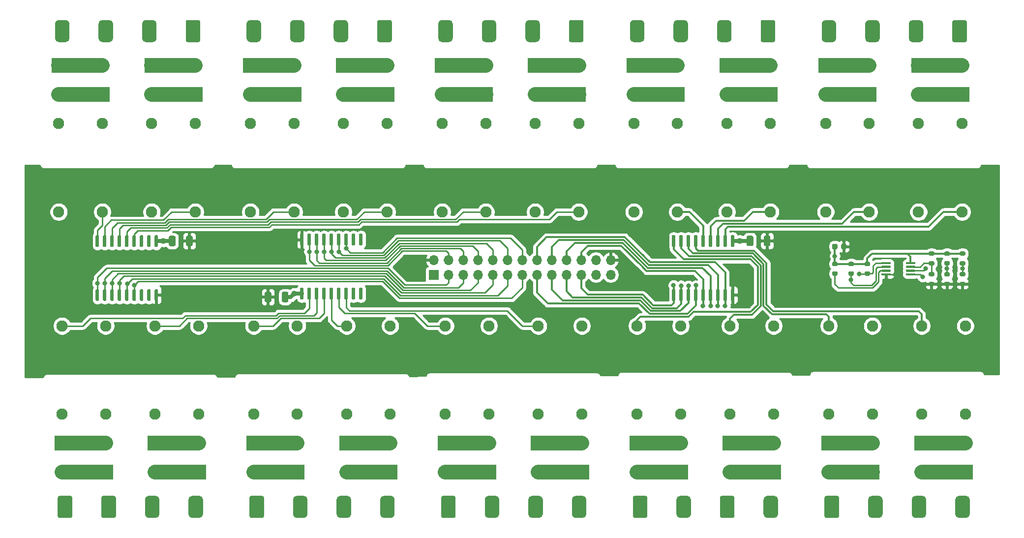
<source format=gbr>
%TF.GenerationSoftware,KiCad,Pcbnew,(5.1.10)-1*%
%TF.CreationDate,2021-10-27T16:31:34+02:00*%
%TF.ProjectId,boneIO - relay board,626f6e65-494f-4202-9d20-72656c617920,rev?*%
%TF.SameCoordinates,Original*%
%TF.FileFunction,Copper,L1,Top*%
%TF.FilePolarity,Positive*%
%FSLAX46Y46*%
G04 Gerber Fmt 4.6, Leading zero omitted, Abs format (unit mm)*
G04 Created by KiCad (PCBNEW (5.1.10)-1) date 2021-10-27 16:31:34*
%MOMM*%
%LPD*%
G01*
G04 APERTURE LIST*
%TA.AperFunction,ComponentPad*%
%ADD10C,1.950000*%
%TD*%
%TA.AperFunction,ComponentPad*%
%ADD11R,2.500000X2.500000*%
%TD*%
%TA.AperFunction,ComponentPad*%
%ADD12O,1.700000X1.700000*%
%TD*%
%TA.AperFunction,ComponentPad*%
%ADD13R,1.700000X1.700000*%
%TD*%
%TA.AperFunction,ComponentPad*%
%ADD14C,0.100000*%
%TD*%
%TA.AperFunction,ViaPad*%
%ADD15C,0.800000*%
%TD*%
%TA.AperFunction,ViaPad*%
%ADD16C,1.000000*%
%TD*%
%TA.AperFunction,Conductor*%
%ADD17C,2.500000*%
%TD*%
%TA.AperFunction,Conductor*%
%ADD18C,0.250000*%
%TD*%
%TA.AperFunction,Conductor*%
%ADD19C,0.300000*%
%TD*%
%TA.AperFunction,Conductor*%
%ADD20C,0.700000*%
%TD*%
%TA.AperFunction,Conductor*%
%ADD21C,0.254000*%
%TD*%
%TA.AperFunction,Conductor*%
%ADD22C,0.100000*%
%TD*%
G04 APERTURE END LIST*
%TO.P,C4,2*%
%TO.N,GND*%
%TA.AperFunction,SMDPad,CuDef*%
G36*
G01*
X316520000Y-310548001D02*
X316520000Y-309247999D01*
G75*
G02*
X316769999Y-308998000I249999J0D01*
G01*
X317420001Y-308998000D01*
G75*
G02*
X317670000Y-309247999I0J-249999D01*
G01*
X317670000Y-310548001D01*
G75*
G02*
X317420001Y-310798000I-249999J0D01*
G01*
X316769999Y-310798000D01*
G75*
G02*
X316520000Y-310548001I0J249999D01*
G01*
G37*
%TD.AperFunction*%
%TO.P,C4,1*%
%TO.N,+24V*%
%TA.AperFunction,SMDPad,CuDef*%
G36*
G01*
X313570000Y-310548001D02*
X313570000Y-309247999D01*
G75*
G02*
X313819999Y-308998000I249999J0D01*
G01*
X314470001Y-308998000D01*
G75*
G02*
X314720000Y-309247999I0J-249999D01*
G01*
X314720000Y-310548001D01*
G75*
G02*
X314470001Y-310798000I-249999J0D01*
G01*
X313819999Y-310798000D01*
G75*
G02*
X313570000Y-310548001I0J249999D01*
G01*
G37*
%TD.AperFunction*%
%TD*%
%TO.P,C3,2*%
%TO.N,GND*%
%TA.AperFunction,SMDPad,CuDef*%
G36*
G01*
X415980000Y-310538001D02*
X415980000Y-309237999D01*
G75*
G02*
X416229999Y-308988000I249999J0D01*
G01*
X416880001Y-308988000D01*
G75*
G02*
X417130000Y-309237999I0J-249999D01*
G01*
X417130000Y-310538001D01*
G75*
G02*
X416880001Y-310788000I-249999J0D01*
G01*
X416229999Y-310788000D01*
G75*
G02*
X415980000Y-310538001I0J249999D01*
G01*
G37*
%TD.AperFunction*%
%TO.P,C3,1*%
%TO.N,+24V*%
%TA.AperFunction,SMDPad,CuDef*%
G36*
G01*
X413030000Y-310538001D02*
X413030000Y-309237999D01*
G75*
G02*
X413279999Y-308988000I249999J0D01*
G01*
X413930001Y-308988000D01*
G75*
G02*
X414180000Y-309237999I0J-249999D01*
G01*
X414180000Y-310538001D01*
G75*
G02*
X413930001Y-310788000I-249999J0D01*
G01*
X413279999Y-310788000D01*
G75*
G02*
X413030000Y-310538001I0J249999D01*
G01*
G37*
%TD.AperFunction*%
%TD*%
%TO.P,C2,2*%
%TO.N,GND*%
%TA.AperFunction,SMDPad,CuDef*%
G36*
G01*
X331205000Y-318897999D02*
X331205000Y-320198001D01*
G75*
G02*
X330955001Y-320448000I-249999J0D01*
G01*
X330304999Y-320448000D01*
G75*
G02*
X330055000Y-320198001I0J249999D01*
G01*
X330055000Y-318897999D01*
G75*
G02*
X330304999Y-318648000I249999J0D01*
G01*
X330955001Y-318648000D01*
G75*
G02*
X331205000Y-318897999I0J-249999D01*
G01*
G37*
%TD.AperFunction*%
%TO.P,C2,1*%
%TO.N,+24V*%
%TA.AperFunction,SMDPad,CuDef*%
G36*
G01*
X334155000Y-318897999D02*
X334155000Y-320198001D01*
G75*
G02*
X333905001Y-320448000I-249999J0D01*
G01*
X333254999Y-320448000D01*
G75*
G02*
X333005000Y-320198001I0J249999D01*
G01*
X333005000Y-318897999D01*
G75*
G02*
X333254999Y-318648000I249999J0D01*
G01*
X333905001Y-318648000D01*
G75*
G02*
X334155000Y-318897999I0J-249999D01*
G01*
G37*
%TD.AperFunction*%
%TD*%
%TO.P,C1,2*%
%TO.N,GND*%
%TA.AperFunction,SMDPad,CuDef*%
G36*
G01*
X429305000Y-311118000D02*
X429305000Y-310618000D01*
G75*
G02*
X429530000Y-310393000I225000J0D01*
G01*
X429980000Y-310393000D01*
G75*
G02*
X430205000Y-310618000I0J-225000D01*
G01*
X430205000Y-311118000D01*
G75*
G02*
X429980000Y-311343000I-225000J0D01*
G01*
X429530000Y-311343000D01*
G75*
G02*
X429305000Y-311118000I0J225000D01*
G01*
G37*
%TD.AperFunction*%
%TO.P,C1,1*%
%TO.N,+3V3*%
%TA.AperFunction,SMDPad,CuDef*%
G36*
G01*
X427755000Y-311118000D02*
X427755000Y-310618000D01*
G75*
G02*
X427980000Y-310393000I225000J0D01*
G01*
X428430000Y-310393000D01*
G75*
G02*
X428655000Y-310618000I0J-225000D01*
G01*
X428655000Y-311118000D01*
G75*
G02*
X428430000Y-311343000I-225000J0D01*
G01*
X427980000Y-311343000D01*
G75*
G02*
X427755000Y-311118000I0J225000D01*
G01*
G37*
%TD.AperFunction*%
%TD*%
%TO.P,U1,8*%
%TO.N,+3V3*%
%TA.AperFunction,SMDPad,CuDef*%
G36*
G01*
X440443000Y-313808000D02*
X440443000Y-313608000D01*
G75*
G02*
X440543000Y-313508000I100000J0D01*
G01*
X441968000Y-313508000D01*
G75*
G02*
X442068000Y-313608000I0J-100000D01*
G01*
X442068000Y-313808000D01*
G75*
G02*
X441968000Y-313908000I-100000J0D01*
G01*
X440543000Y-313908000D01*
G75*
G02*
X440443000Y-313808000I0J100000D01*
G01*
G37*
%TD.AperFunction*%
%TO.P,U1,7*%
%TO.N,Net-(R1-Pad2)*%
%TA.AperFunction,SMDPad,CuDef*%
G36*
G01*
X440443000Y-314458000D02*
X440443000Y-314258000D01*
G75*
G02*
X440543000Y-314158000I100000J0D01*
G01*
X441968000Y-314158000D01*
G75*
G02*
X442068000Y-314258000I0J-100000D01*
G01*
X442068000Y-314458000D01*
G75*
G02*
X441968000Y-314558000I-100000J0D01*
G01*
X440543000Y-314558000D01*
G75*
G02*
X440443000Y-314458000I0J100000D01*
G01*
G37*
%TD.AperFunction*%
%TO.P,U1,6*%
%TO.N,Net-(R3-Pad2)*%
%TA.AperFunction,SMDPad,CuDef*%
G36*
G01*
X440443000Y-315108000D02*
X440443000Y-314908000D01*
G75*
G02*
X440543000Y-314808000I100000J0D01*
G01*
X441968000Y-314808000D01*
G75*
G02*
X442068000Y-314908000I0J-100000D01*
G01*
X442068000Y-315108000D01*
G75*
G02*
X441968000Y-315208000I-100000J0D01*
G01*
X440543000Y-315208000D01*
G75*
G02*
X440443000Y-315108000I0J100000D01*
G01*
G37*
%TD.AperFunction*%
%TO.P,U1,5*%
%TO.N,Net-(R5-Pad2)*%
%TA.AperFunction,SMDPad,CuDef*%
G36*
G01*
X440443000Y-315758000D02*
X440443000Y-315558000D01*
G75*
G02*
X440543000Y-315458000I100000J0D01*
G01*
X441968000Y-315458000D01*
G75*
G02*
X442068000Y-315558000I0J-100000D01*
G01*
X442068000Y-315758000D01*
G75*
G02*
X441968000Y-315858000I-100000J0D01*
G01*
X440543000Y-315858000D01*
G75*
G02*
X440443000Y-315758000I0J100000D01*
G01*
G37*
%TD.AperFunction*%
%TO.P,U1,4*%
%TO.N,GND*%
%TA.AperFunction,SMDPad,CuDef*%
G36*
G01*
X436218000Y-315758000D02*
X436218000Y-315558000D01*
G75*
G02*
X436318000Y-315458000I100000J0D01*
G01*
X437743000Y-315458000D01*
G75*
G02*
X437843000Y-315558000I0J-100000D01*
G01*
X437843000Y-315758000D01*
G75*
G02*
X437743000Y-315858000I-100000J0D01*
G01*
X436318000Y-315858000D01*
G75*
G02*
X436218000Y-315758000I0J100000D01*
G01*
G37*
%TD.AperFunction*%
%TO.P,U1,3*%
%TO.N,Net-(R9-Pad2)*%
%TA.AperFunction,SMDPad,CuDef*%
G36*
G01*
X436218000Y-315108000D02*
X436218000Y-314908000D01*
G75*
G02*
X436318000Y-314808000I100000J0D01*
G01*
X437743000Y-314808000D01*
G75*
G02*
X437843000Y-314908000I0J-100000D01*
G01*
X437843000Y-315108000D01*
G75*
G02*
X437743000Y-315208000I-100000J0D01*
G01*
X436318000Y-315208000D01*
G75*
G02*
X436218000Y-315108000I0J100000D01*
G01*
G37*
%TD.AperFunction*%
%TO.P,U1,2*%
%TO.N,SCL*%
%TA.AperFunction,SMDPad,CuDef*%
G36*
G01*
X436218000Y-314458000D02*
X436218000Y-314258000D01*
G75*
G02*
X436318000Y-314158000I100000J0D01*
G01*
X437743000Y-314158000D01*
G75*
G02*
X437843000Y-314258000I0J-100000D01*
G01*
X437843000Y-314458000D01*
G75*
G02*
X437743000Y-314558000I-100000J0D01*
G01*
X436318000Y-314558000D01*
G75*
G02*
X436218000Y-314458000I0J100000D01*
G01*
G37*
%TD.AperFunction*%
%TO.P,U1,1*%
%TO.N,SDA*%
%TA.AperFunction,SMDPad,CuDef*%
G36*
G01*
X436218000Y-313808000D02*
X436218000Y-313608000D01*
G75*
G02*
X436318000Y-313508000I100000J0D01*
G01*
X437743000Y-313508000D01*
G75*
G02*
X437843000Y-313608000I0J-100000D01*
G01*
X437843000Y-313808000D01*
G75*
G02*
X437743000Y-313908000I-100000J0D01*
G01*
X436318000Y-313908000D01*
G75*
G02*
X436218000Y-313808000I0J100000D01*
G01*
G37*
%TD.AperFunction*%
%TD*%
%TO.P,R9,2*%
%TO.N,Net-(R9-Pad2)*%
%TA.AperFunction,SMDPad,CuDef*%
G36*
G01*
X427946000Y-315108000D02*
X428496000Y-315108000D01*
G75*
G02*
X428696000Y-315308000I0J-200000D01*
G01*
X428696000Y-315708000D01*
G75*
G02*
X428496000Y-315908000I-200000J0D01*
G01*
X427946000Y-315908000D01*
G75*
G02*
X427746000Y-315708000I0J200000D01*
G01*
X427746000Y-315308000D01*
G75*
G02*
X427946000Y-315108000I200000J0D01*
G01*
G37*
%TD.AperFunction*%
%TO.P,R9,1*%
%TO.N,+3V3*%
%TA.AperFunction,SMDPad,CuDef*%
G36*
G01*
X427946000Y-313458000D02*
X428496000Y-313458000D01*
G75*
G02*
X428696000Y-313658000I0J-200000D01*
G01*
X428696000Y-314058000D01*
G75*
G02*
X428496000Y-314258000I-200000J0D01*
G01*
X427946000Y-314258000D01*
G75*
G02*
X427746000Y-314058000I0J200000D01*
G01*
X427746000Y-313658000D01*
G75*
G02*
X427946000Y-313458000I200000J0D01*
G01*
G37*
%TD.AperFunction*%
%TD*%
%TO.P,R8,2*%
%TO.N,SDA*%
%TA.AperFunction,SMDPad,CuDef*%
G36*
G01*
X433534000Y-315108000D02*
X434084000Y-315108000D01*
G75*
G02*
X434284000Y-315308000I0J-200000D01*
G01*
X434284000Y-315708000D01*
G75*
G02*
X434084000Y-315908000I-200000J0D01*
G01*
X433534000Y-315908000D01*
G75*
G02*
X433334000Y-315708000I0J200000D01*
G01*
X433334000Y-315308000D01*
G75*
G02*
X433534000Y-315108000I200000J0D01*
G01*
G37*
%TD.AperFunction*%
%TO.P,R8,1*%
%TO.N,+3V3*%
%TA.AperFunction,SMDPad,CuDef*%
G36*
G01*
X433534000Y-313458000D02*
X434084000Y-313458000D01*
G75*
G02*
X434284000Y-313658000I0J-200000D01*
G01*
X434284000Y-314058000D01*
G75*
G02*
X434084000Y-314258000I-200000J0D01*
G01*
X433534000Y-314258000D01*
G75*
G02*
X433334000Y-314058000I0J200000D01*
G01*
X433334000Y-313658000D01*
G75*
G02*
X433534000Y-313458000I200000J0D01*
G01*
G37*
%TD.AperFunction*%
%TD*%
%TO.P,R7,2*%
%TO.N,SCL*%
%TA.AperFunction,SMDPad,CuDef*%
G36*
G01*
X430740000Y-315108000D02*
X431290000Y-315108000D01*
G75*
G02*
X431490000Y-315308000I0J-200000D01*
G01*
X431490000Y-315708000D01*
G75*
G02*
X431290000Y-315908000I-200000J0D01*
G01*
X430740000Y-315908000D01*
G75*
G02*
X430540000Y-315708000I0J200000D01*
G01*
X430540000Y-315308000D01*
G75*
G02*
X430740000Y-315108000I200000J0D01*
G01*
G37*
%TD.AperFunction*%
%TO.P,R7,1*%
%TO.N,+3V3*%
%TA.AperFunction,SMDPad,CuDef*%
G36*
G01*
X430740000Y-313458000D02*
X431290000Y-313458000D01*
G75*
G02*
X431490000Y-313658000I0J-200000D01*
G01*
X431490000Y-314058000D01*
G75*
G02*
X431290000Y-314258000I-200000J0D01*
G01*
X430740000Y-314258000D01*
G75*
G02*
X430540000Y-314058000I0J200000D01*
G01*
X430540000Y-313658000D01*
G75*
G02*
X430740000Y-313458000I200000J0D01*
G01*
G37*
%TD.AperFunction*%
%TD*%
%TO.P,R6,2*%
%TO.N,GND*%
%TA.AperFunction,SMDPad,CuDef*%
G36*
G01*
X449917000Y-316886000D02*
X450467000Y-316886000D01*
G75*
G02*
X450667000Y-317086000I0J-200000D01*
G01*
X450667000Y-317486000D01*
G75*
G02*
X450467000Y-317686000I-200000J0D01*
G01*
X449917000Y-317686000D01*
G75*
G02*
X449717000Y-317486000I0J200000D01*
G01*
X449717000Y-317086000D01*
G75*
G02*
X449917000Y-316886000I200000J0D01*
G01*
G37*
%TD.AperFunction*%
%TO.P,R6,1*%
%TO.N,Net-(R5-Pad2)*%
%TA.AperFunction,SMDPad,CuDef*%
G36*
G01*
X449917000Y-315236000D02*
X450467000Y-315236000D01*
G75*
G02*
X450667000Y-315436000I0J-200000D01*
G01*
X450667000Y-315836000D01*
G75*
G02*
X450467000Y-316036000I-200000J0D01*
G01*
X449917000Y-316036000D01*
G75*
G02*
X449717000Y-315836000I0J200000D01*
G01*
X449717000Y-315436000D01*
G75*
G02*
X449917000Y-315236000I200000J0D01*
G01*
G37*
%TD.AperFunction*%
%TD*%
%TO.P,R5,2*%
%TO.N,Net-(R5-Pad2)*%
%TA.AperFunction,SMDPad,CuDef*%
G36*
G01*
X449917000Y-313330000D02*
X450467000Y-313330000D01*
G75*
G02*
X450667000Y-313530000I0J-200000D01*
G01*
X450667000Y-313930000D01*
G75*
G02*
X450467000Y-314130000I-200000J0D01*
G01*
X449917000Y-314130000D01*
G75*
G02*
X449717000Y-313930000I0J200000D01*
G01*
X449717000Y-313530000D01*
G75*
G02*
X449917000Y-313330000I200000J0D01*
G01*
G37*
%TD.AperFunction*%
%TO.P,R5,1*%
%TO.N,+3V3*%
%TA.AperFunction,SMDPad,CuDef*%
G36*
G01*
X449917000Y-311680000D02*
X450467000Y-311680000D01*
G75*
G02*
X450667000Y-311880000I0J-200000D01*
G01*
X450667000Y-312280000D01*
G75*
G02*
X450467000Y-312480000I-200000J0D01*
G01*
X449917000Y-312480000D01*
G75*
G02*
X449717000Y-312280000I0J200000D01*
G01*
X449717000Y-311880000D01*
G75*
G02*
X449917000Y-311680000I200000J0D01*
G01*
G37*
%TD.AperFunction*%
%TD*%
%TO.P,R4,2*%
%TO.N,GND*%
%TA.AperFunction,SMDPad,CuDef*%
G36*
G01*
X447250000Y-316886000D02*
X447800000Y-316886000D01*
G75*
G02*
X448000000Y-317086000I0J-200000D01*
G01*
X448000000Y-317486000D01*
G75*
G02*
X447800000Y-317686000I-200000J0D01*
G01*
X447250000Y-317686000D01*
G75*
G02*
X447050000Y-317486000I0J200000D01*
G01*
X447050000Y-317086000D01*
G75*
G02*
X447250000Y-316886000I200000J0D01*
G01*
G37*
%TD.AperFunction*%
%TO.P,R4,1*%
%TO.N,Net-(R3-Pad2)*%
%TA.AperFunction,SMDPad,CuDef*%
G36*
G01*
X447250000Y-315236000D02*
X447800000Y-315236000D01*
G75*
G02*
X448000000Y-315436000I0J-200000D01*
G01*
X448000000Y-315836000D01*
G75*
G02*
X447800000Y-316036000I-200000J0D01*
G01*
X447250000Y-316036000D01*
G75*
G02*
X447050000Y-315836000I0J200000D01*
G01*
X447050000Y-315436000D01*
G75*
G02*
X447250000Y-315236000I200000J0D01*
G01*
G37*
%TD.AperFunction*%
%TD*%
%TO.P,R3,2*%
%TO.N,Net-(R3-Pad2)*%
%TA.AperFunction,SMDPad,CuDef*%
G36*
G01*
X447250000Y-313330000D02*
X447800000Y-313330000D01*
G75*
G02*
X448000000Y-313530000I0J-200000D01*
G01*
X448000000Y-313930000D01*
G75*
G02*
X447800000Y-314130000I-200000J0D01*
G01*
X447250000Y-314130000D01*
G75*
G02*
X447050000Y-313930000I0J200000D01*
G01*
X447050000Y-313530000D01*
G75*
G02*
X447250000Y-313330000I200000J0D01*
G01*
G37*
%TD.AperFunction*%
%TO.P,R3,1*%
%TO.N,+3V3*%
%TA.AperFunction,SMDPad,CuDef*%
G36*
G01*
X447250000Y-311680000D02*
X447800000Y-311680000D01*
G75*
G02*
X448000000Y-311880000I0J-200000D01*
G01*
X448000000Y-312280000D01*
G75*
G02*
X447800000Y-312480000I-200000J0D01*
G01*
X447250000Y-312480000D01*
G75*
G02*
X447050000Y-312280000I0J200000D01*
G01*
X447050000Y-311880000D01*
G75*
G02*
X447250000Y-311680000I200000J0D01*
G01*
G37*
%TD.AperFunction*%
%TD*%
%TO.P,R2,2*%
%TO.N,GND*%
%TA.AperFunction,SMDPad,CuDef*%
G36*
G01*
X444583000Y-316886000D02*
X445133000Y-316886000D01*
G75*
G02*
X445333000Y-317086000I0J-200000D01*
G01*
X445333000Y-317486000D01*
G75*
G02*
X445133000Y-317686000I-200000J0D01*
G01*
X444583000Y-317686000D01*
G75*
G02*
X444383000Y-317486000I0J200000D01*
G01*
X444383000Y-317086000D01*
G75*
G02*
X444583000Y-316886000I200000J0D01*
G01*
G37*
%TD.AperFunction*%
%TO.P,R2,1*%
%TO.N,Net-(R1-Pad2)*%
%TA.AperFunction,SMDPad,CuDef*%
G36*
G01*
X444583000Y-315236000D02*
X445133000Y-315236000D01*
G75*
G02*
X445333000Y-315436000I0J-200000D01*
G01*
X445333000Y-315836000D01*
G75*
G02*
X445133000Y-316036000I-200000J0D01*
G01*
X444583000Y-316036000D01*
G75*
G02*
X444383000Y-315836000I0J200000D01*
G01*
X444383000Y-315436000D01*
G75*
G02*
X444583000Y-315236000I200000J0D01*
G01*
G37*
%TD.AperFunction*%
%TD*%
%TO.P,R1,2*%
%TO.N,Net-(R1-Pad2)*%
%TA.AperFunction,SMDPad,CuDef*%
G36*
G01*
X444583000Y-313330000D02*
X445133000Y-313330000D01*
G75*
G02*
X445333000Y-313530000I0J-200000D01*
G01*
X445333000Y-313930000D01*
G75*
G02*
X445133000Y-314130000I-200000J0D01*
G01*
X444583000Y-314130000D01*
G75*
G02*
X444383000Y-313930000I0J200000D01*
G01*
X444383000Y-313530000D01*
G75*
G02*
X444583000Y-313330000I200000J0D01*
G01*
G37*
%TD.AperFunction*%
%TO.P,R1,1*%
%TO.N,+3V3*%
%TA.AperFunction,SMDPad,CuDef*%
G36*
G01*
X444583000Y-311680000D02*
X445133000Y-311680000D01*
G75*
G02*
X445333000Y-311880000I0J-200000D01*
G01*
X445333000Y-312280000D01*
G75*
G02*
X445133000Y-312480000I-200000J0D01*
G01*
X444583000Y-312480000D01*
G75*
G02*
X444383000Y-312280000I0J200000D01*
G01*
X444383000Y-311880000D01*
G75*
G02*
X444583000Y-311680000I200000J0D01*
G01*
G37*
%TD.AperFunction*%
%TD*%
D10*
%TO.P,K1,A2*%
%TO.N,+24V*%
X302665000Y-324508000D03*
%TO.P,K1,A1*%
%TO.N,RELAY1*%
X295165000Y-324508000D03*
D11*
%TO.P,K1,24*%
%TO.N,Net-(J1-Pad2)*%
X302665000Y-349708000D03*
D10*
%TO.P,K1,22*%
%TO.N,Net-(K1-Pad22)*%
X302665000Y-339708000D03*
%TO.P,K1,21*%
%TO.N,Net-(J1-Pad1)*%
X302665000Y-344708000D03*
%TO.P,K1,14*%
%TO.N,Net-(J1-Pad2)*%
X295165000Y-349708000D03*
%TO.P,K1,12*%
%TO.N,Net-(K1-Pad12)*%
X295165000Y-339708000D03*
D11*
%TO.P,K1,11*%
%TO.N,Net-(J1-Pad1)*%
X295165000Y-344708000D03*
%TD*%
D12*
%TO.P,J3,26*%
%TO.N,GND*%
X389620000Y-313168000D03*
%TO.P,J3,25*%
%TO.N,+3V3*%
X389620000Y-315708000D03*
%TO.P,J3,24*%
%TO.N,SDA*%
X387080000Y-313168000D03*
%TO.P,J3,23*%
%TO.N,SCL*%
X387080000Y-315708000D03*
%TO.P,J3,22*%
%TO.N,K20*%
X384540000Y-313168000D03*
%TO.P,J3,21*%
%TO.N,K10*%
X384540000Y-315708000D03*
%TO.P,J3,20*%
%TO.N,K19*%
X382000000Y-313168000D03*
%TO.P,J3,19*%
%TO.N,K9*%
X382000000Y-315708000D03*
%TO.P,J3,18*%
%TO.N,K18*%
X379460000Y-313168000D03*
%TO.P,J3,17*%
%TO.N,K8*%
X379460000Y-315708000D03*
%TO.P,J3,16*%
%TO.N,K17*%
X376920000Y-313168000D03*
%TO.P,J3,15*%
%TO.N,K7*%
X376920000Y-315708000D03*
%TO.P,J3,14*%
%TO.N,K16*%
X374380000Y-313168000D03*
%TO.P,J3,13*%
%TO.N,K6*%
X374380000Y-315708000D03*
%TO.P,J3,12*%
%TO.N,K15*%
X371840000Y-313168000D03*
%TO.P,J3,11*%
%TO.N,K5*%
X371840000Y-315708000D03*
%TO.P,J3,10*%
%TO.N,K14*%
X369300000Y-313168000D03*
%TO.P,J3,9*%
%TO.N,K4*%
X369300000Y-315708000D03*
%TO.P,J3,8*%
%TO.N,K13*%
X366760000Y-313168000D03*
%TO.P,J3,7*%
%TO.N,K3*%
X366760000Y-315708000D03*
%TO.P,J3,6*%
%TO.N,K12*%
X364220000Y-313168000D03*
%TO.P,J3,5*%
%TO.N,K2*%
X364220000Y-315708000D03*
%TO.P,J3,4*%
%TO.N,K11*%
X361680000Y-313168000D03*
%TO.P,J3,3*%
%TO.N,K1*%
X361680000Y-315708000D03*
%TO.P,J3,2*%
%TO.N,GND*%
X359140000Y-313168000D03*
D13*
%TO.P,J3,1*%
%TO.N,+24V*%
X359140000Y-315708000D03*
%TD*%
D10*
%TO.P,K2,A2*%
%TO.N,+24V*%
X318665000Y-324508000D03*
%TO.P,K2,A1*%
%TO.N,RELAY2*%
X311165000Y-324508000D03*
D11*
%TO.P,K2,24*%
%TO.N,Net-(J1-Pad4)*%
X318665000Y-349708000D03*
D10*
%TO.P,K2,22*%
%TO.N,Net-(K2-Pad22)*%
X318665000Y-339708000D03*
%TO.P,K2,21*%
%TO.N,Net-(J1-Pad3)*%
X318665000Y-344708000D03*
%TO.P,K2,14*%
%TO.N,Net-(J1-Pad4)*%
X311165000Y-349708000D03*
%TO.P,K2,12*%
%TO.N,Net-(K2-Pad12)*%
X311165000Y-339708000D03*
D11*
%TO.P,K2,11*%
%TO.N,Net-(J1-Pad3)*%
X311165000Y-344708000D03*
%TD*%
D10*
%TO.P,K18,A2*%
%TO.N,+24V*%
X409615000Y-304883000D03*
%TO.P,K18,A1*%
%TO.N,RELAY18*%
X417115000Y-304883000D03*
%TA.AperFunction,ComponentPad*%
D14*
%TO.P,K18,24*%
%TO.N,Net-(J10-Pad2)*%
G36*
X410865000Y-278433000D02*
G01*
X410865000Y-280933000D01*
X408365000Y-280933000D01*
X408365000Y-278433000D01*
X410865000Y-278433000D01*
G37*
%TD.AperFunction*%
D10*
%TO.P,K18,22*%
%TO.N,Net-(K18-Pad22)*%
X409615000Y-289683000D03*
%TO.P,K18,21*%
%TO.N,Net-(J10-Pad1)*%
X409615000Y-284683000D03*
%TO.P,K18,14*%
%TO.N,Net-(J10-Pad2)*%
X417115000Y-279683000D03*
%TO.P,K18,12*%
%TO.N,Net-(K18-Pad12)*%
X417115000Y-289683000D03*
%TA.AperFunction,ComponentPad*%
D14*
%TO.P,K18,11*%
%TO.N,Net-(J10-Pad1)*%
G36*
X418365000Y-283433000D02*
G01*
X418365000Y-285933000D01*
X415865000Y-285933000D01*
X415865000Y-283433000D01*
X418365000Y-283433000D01*
G37*
%TD.AperFunction*%
%TD*%
%TO.P,U4,18*%
%TO.N,RELAY7*%
%TA.AperFunction,SMDPad,CuDef*%
G36*
G01*
X400610000Y-310933000D02*
X400310000Y-310933000D01*
G75*
G02*
X400160000Y-310783000I0J150000D01*
G01*
X400160000Y-309033000D01*
G75*
G02*
X400310000Y-308883000I150000J0D01*
G01*
X400610000Y-308883000D01*
G75*
G02*
X400760000Y-309033000I0J-150000D01*
G01*
X400760000Y-310783000D01*
G75*
G02*
X400610000Y-310933000I-150000J0D01*
G01*
G37*
%TD.AperFunction*%
%TO.P,U4,17*%
%TO.N,RELAY8*%
%TA.AperFunction,SMDPad,CuDef*%
G36*
G01*
X401880000Y-310933000D02*
X401580000Y-310933000D01*
G75*
G02*
X401430000Y-310783000I0J150000D01*
G01*
X401430000Y-309033000D01*
G75*
G02*
X401580000Y-308883000I150000J0D01*
G01*
X401880000Y-308883000D01*
G75*
G02*
X402030000Y-309033000I0J-150000D01*
G01*
X402030000Y-310783000D01*
G75*
G02*
X401880000Y-310933000I-150000J0D01*
G01*
G37*
%TD.AperFunction*%
%TO.P,U4,16*%
%TO.N,RELAY9*%
%TA.AperFunction,SMDPad,CuDef*%
G36*
G01*
X403150000Y-310933000D02*
X402850000Y-310933000D01*
G75*
G02*
X402700000Y-310783000I0J150000D01*
G01*
X402700000Y-309033000D01*
G75*
G02*
X402850000Y-308883000I150000J0D01*
G01*
X403150000Y-308883000D01*
G75*
G02*
X403300000Y-309033000I0J-150000D01*
G01*
X403300000Y-310783000D01*
G75*
G02*
X403150000Y-310933000I-150000J0D01*
G01*
G37*
%TD.AperFunction*%
%TO.P,U4,15*%
%TO.N,RELAY10*%
%TA.AperFunction,SMDPad,CuDef*%
G36*
G01*
X404420000Y-310933000D02*
X404120000Y-310933000D01*
G75*
G02*
X403970000Y-310783000I0J150000D01*
G01*
X403970000Y-309033000D01*
G75*
G02*
X404120000Y-308883000I150000J0D01*
G01*
X404420000Y-308883000D01*
G75*
G02*
X404570000Y-309033000I0J-150000D01*
G01*
X404570000Y-310783000D01*
G75*
G02*
X404420000Y-310933000I-150000J0D01*
G01*
G37*
%TD.AperFunction*%
%TO.P,U4,14*%
%TO.N,RELAY17*%
%TA.AperFunction,SMDPad,CuDef*%
G36*
G01*
X405690000Y-310933000D02*
X405390000Y-310933000D01*
G75*
G02*
X405240000Y-310783000I0J150000D01*
G01*
X405240000Y-309033000D01*
G75*
G02*
X405390000Y-308883000I150000J0D01*
G01*
X405690000Y-308883000D01*
G75*
G02*
X405840000Y-309033000I0J-150000D01*
G01*
X405840000Y-310783000D01*
G75*
G02*
X405690000Y-310933000I-150000J0D01*
G01*
G37*
%TD.AperFunction*%
%TO.P,U4,13*%
%TO.N,RELAY18*%
%TA.AperFunction,SMDPad,CuDef*%
G36*
G01*
X406960000Y-310933000D02*
X406660000Y-310933000D01*
G75*
G02*
X406510000Y-310783000I0J150000D01*
G01*
X406510000Y-309033000D01*
G75*
G02*
X406660000Y-308883000I150000J0D01*
G01*
X406960000Y-308883000D01*
G75*
G02*
X407110000Y-309033000I0J-150000D01*
G01*
X407110000Y-310783000D01*
G75*
G02*
X406960000Y-310933000I-150000J0D01*
G01*
G37*
%TD.AperFunction*%
%TO.P,U4,12*%
%TO.N,RELAY19*%
%TA.AperFunction,SMDPad,CuDef*%
G36*
G01*
X408230000Y-310933000D02*
X407930000Y-310933000D01*
G75*
G02*
X407780000Y-310783000I0J150000D01*
G01*
X407780000Y-309033000D01*
G75*
G02*
X407930000Y-308883000I150000J0D01*
G01*
X408230000Y-308883000D01*
G75*
G02*
X408380000Y-309033000I0J-150000D01*
G01*
X408380000Y-310783000D01*
G75*
G02*
X408230000Y-310933000I-150000J0D01*
G01*
G37*
%TD.AperFunction*%
%TO.P,U4,11*%
%TO.N,RELAY20*%
%TA.AperFunction,SMDPad,CuDef*%
G36*
G01*
X409500000Y-310933000D02*
X409200000Y-310933000D01*
G75*
G02*
X409050000Y-310783000I0J150000D01*
G01*
X409050000Y-309033000D01*
G75*
G02*
X409200000Y-308883000I150000J0D01*
G01*
X409500000Y-308883000D01*
G75*
G02*
X409650000Y-309033000I0J-150000D01*
G01*
X409650000Y-310783000D01*
G75*
G02*
X409500000Y-310933000I-150000J0D01*
G01*
G37*
%TD.AperFunction*%
%TO.P,U4,10*%
%TO.N,+24V*%
%TA.AperFunction,SMDPad,CuDef*%
G36*
G01*
X410770000Y-310933000D02*
X410470000Y-310933000D01*
G75*
G02*
X410320000Y-310783000I0J150000D01*
G01*
X410320000Y-309033000D01*
G75*
G02*
X410470000Y-308883000I150000J0D01*
G01*
X410770000Y-308883000D01*
G75*
G02*
X410920000Y-309033000I0J-150000D01*
G01*
X410920000Y-310783000D01*
G75*
G02*
X410770000Y-310933000I-150000J0D01*
G01*
G37*
%TD.AperFunction*%
%TO.P,U4,9*%
%TO.N,GND*%
%TA.AperFunction,SMDPad,CuDef*%
G36*
G01*
X410770000Y-320233000D02*
X410470000Y-320233000D01*
G75*
G02*
X410320000Y-320083000I0J150000D01*
G01*
X410320000Y-318333000D01*
G75*
G02*
X410470000Y-318183000I150000J0D01*
G01*
X410770000Y-318183000D01*
G75*
G02*
X410920000Y-318333000I0J-150000D01*
G01*
X410920000Y-320083000D01*
G75*
G02*
X410770000Y-320233000I-150000J0D01*
G01*
G37*
%TD.AperFunction*%
%TO.P,U4,8*%
%TO.N,K17*%
%TA.AperFunction,SMDPad,CuDef*%
G36*
G01*
X409500000Y-320233000D02*
X409200000Y-320233000D01*
G75*
G02*
X409050000Y-320083000I0J150000D01*
G01*
X409050000Y-318333000D01*
G75*
G02*
X409200000Y-318183000I150000J0D01*
G01*
X409500000Y-318183000D01*
G75*
G02*
X409650000Y-318333000I0J-150000D01*
G01*
X409650000Y-320083000D01*
G75*
G02*
X409500000Y-320233000I-150000J0D01*
G01*
G37*
%TD.AperFunction*%
%TO.P,U4,7*%
%TO.N,K18*%
%TA.AperFunction,SMDPad,CuDef*%
G36*
G01*
X408230000Y-320233000D02*
X407930000Y-320233000D01*
G75*
G02*
X407780000Y-320083000I0J150000D01*
G01*
X407780000Y-318333000D01*
G75*
G02*
X407930000Y-318183000I150000J0D01*
G01*
X408230000Y-318183000D01*
G75*
G02*
X408380000Y-318333000I0J-150000D01*
G01*
X408380000Y-320083000D01*
G75*
G02*
X408230000Y-320233000I-150000J0D01*
G01*
G37*
%TD.AperFunction*%
%TO.P,U4,6*%
%TO.N,K19*%
%TA.AperFunction,SMDPad,CuDef*%
G36*
G01*
X406960000Y-320233000D02*
X406660000Y-320233000D01*
G75*
G02*
X406510000Y-320083000I0J150000D01*
G01*
X406510000Y-318333000D01*
G75*
G02*
X406660000Y-318183000I150000J0D01*
G01*
X406960000Y-318183000D01*
G75*
G02*
X407110000Y-318333000I0J-150000D01*
G01*
X407110000Y-320083000D01*
G75*
G02*
X406960000Y-320233000I-150000J0D01*
G01*
G37*
%TD.AperFunction*%
%TO.P,U4,5*%
%TO.N,K20*%
%TA.AperFunction,SMDPad,CuDef*%
G36*
G01*
X405690000Y-320233000D02*
X405390000Y-320233000D01*
G75*
G02*
X405240000Y-320083000I0J150000D01*
G01*
X405240000Y-318333000D01*
G75*
G02*
X405390000Y-318183000I150000J0D01*
G01*
X405690000Y-318183000D01*
G75*
G02*
X405840000Y-318333000I0J-150000D01*
G01*
X405840000Y-320083000D01*
G75*
G02*
X405690000Y-320233000I-150000J0D01*
G01*
G37*
%TD.AperFunction*%
%TO.P,U4,4*%
%TO.N,K7*%
%TA.AperFunction,SMDPad,CuDef*%
G36*
G01*
X404420000Y-320233000D02*
X404120000Y-320233000D01*
G75*
G02*
X403970000Y-320083000I0J150000D01*
G01*
X403970000Y-318333000D01*
G75*
G02*
X404120000Y-318183000I150000J0D01*
G01*
X404420000Y-318183000D01*
G75*
G02*
X404570000Y-318333000I0J-150000D01*
G01*
X404570000Y-320083000D01*
G75*
G02*
X404420000Y-320233000I-150000J0D01*
G01*
G37*
%TD.AperFunction*%
%TO.P,U4,3*%
%TO.N,K8*%
%TA.AperFunction,SMDPad,CuDef*%
G36*
G01*
X403150000Y-320233000D02*
X402850000Y-320233000D01*
G75*
G02*
X402700000Y-320083000I0J150000D01*
G01*
X402700000Y-318333000D01*
G75*
G02*
X402850000Y-318183000I150000J0D01*
G01*
X403150000Y-318183000D01*
G75*
G02*
X403300000Y-318333000I0J-150000D01*
G01*
X403300000Y-320083000D01*
G75*
G02*
X403150000Y-320233000I-150000J0D01*
G01*
G37*
%TD.AperFunction*%
%TO.P,U4,2*%
%TO.N,K9*%
%TA.AperFunction,SMDPad,CuDef*%
G36*
G01*
X401880000Y-320233000D02*
X401580000Y-320233000D01*
G75*
G02*
X401430000Y-320083000I0J150000D01*
G01*
X401430000Y-318333000D01*
G75*
G02*
X401580000Y-318183000I150000J0D01*
G01*
X401880000Y-318183000D01*
G75*
G02*
X402030000Y-318333000I0J-150000D01*
G01*
X402030000Y-320083000D01*
G75*
G02*
X401880000Y-320233000I-150000J0D01*
G01*
G37*
%TD.AperFunction*%
%TO.P,U4,1*%
%TO.N,K10*%
%TA.AperFunction,SMDPad,CuDef*%
G36*
G01*
X400610000Y-320233000D02*
X400310000Y-320233000D01*
G75*
G02*
X400160000Y-320083000I0J150000D01*
G01*
X400160000Y-318333000D01*
G75*
G02*
X400310000Y-318183000I150000J0D01*
G01*
X400610000Y-318183000D01*
G75*
G02*
X400760000Y-318333000I0J-150000D01*
G01*
X400760000Y-320083000D01*
G75*
G02*
X400610000Y-320233000I-150000J0D01*
G01*
G37*
%TD.AperFunction*%
%TD*%
%TO.P,U3,18*%
%TO.N,Net-(U3-Pad18)*%
%TA.AperFunction,SMDPad,CuDef*%
G36*
G01*
X346470000Y-317933000D02*
X346770000Y-317933000D01*
G75*
G02*
X346920000Y-318083000I0J-150000D01*
G01*
X346920000Y-319833000D01*
G75*
G02*
X346770000Y-319983000I-150000J0D01*
G01*
X346470000Y-319983000D01*
G75*
G02*
X346320000Y-319833000I0J150000D01*
G01*
X346320000Y-318083000D01*
G75*
G02*
X346470000Y-317933000I150000J0D01*
G01*
G37*
%TD.AperFunction*%
%TO.P,U3,17*%
%TO.N,Net-(U3-Pad17)*%
%TA.AperFunction,SMDPad,CuDef*%
G36*
G01*
X345200000Y-317933000D02*
X345500000Y-317933000D01*
G75*
G02*
X345650000Y-318083000I0J-150000D01*
G01*
X345650000Y-319833000D01*
G75*
G02*
X345500000Y-319983000I-150000J0D01*
G01*
X345200000Y-319983000D01*
G75*
G02*
X345050000Y-319833000I0J150000D01*
G01*
X345050000Y-318083000D01*
G75*
G02*
X345200000Y-317933000I150000J0D01*
G01*
G37*
%TD.AperFunction*%
%TO.P,U3,16*%
%TO.N,RELAY6*%
%TA.AperFunction,SMDPad,CuDef*%
G36*
G01*
X343930000Y-317933000D02*
X344230000Y-317933000D01*
G75*
G02*
X344380000Y-318083000I0J-150000D01*
G01*
X344380000Y-319833000D01*
G75*
G02*
X344230000Y-319983000I-150000J0D01*
G01*
X343930000Y-319983000D01*
G75*
G02*
X343780000Y-319833000I0J150000D01*
G01*
X343780000Y-318083000D01*
G75*
G02*
X343930000Y-317933000I150000J0D01*
G01*
G37*
%TD.AperFunction*%
%TO.P,U3,15*%
%TO.N,RELAY5*%
%TA.AperFunction,SMDPad,CuDef*%
G36*
G01*
X342660000Y-317933000D02*
X342960000Y-317933000D01*
G75*
G02*
X343110000Y-318083000I0J-150000D01*
G01*
X343110000Y-319833000D01*
G75*
G02*
X342960000Y-319983000I-150000J0D01*
G01*
X342660000Y-319983000D01*
G75*
G02*
X342510000Y-319833000I0J150000D01*
G01*
X342510000Y-318083000D01*
G75*
G02*
X342660000Y-317933000I150000J0D01*
G01*
G37*
%TD.AperFunction*%
%TO.P,U3,14*%
%TO.N,RELAY4*%
%TA.AperFunction,SMDPad,CuDef*%
G36*
G01*
X341390000Y-317933000D02*
X341690000Y-317933000D01*
G75*
G02*
X341840000Y-318083000I0J-150000D01*
G01*
X341840000Y-319833000D01*
G75*
G02*
X341690000Y-319983000I-150000J0D01*
G01*
X341390000Y-319983000D01*
G75*
G02*
X341240000Y-319833000I0J150000D01*
G01*
X341240000Y-318083000D01*
G75*
G02*
X341390000Y-317933000I150000J0D01*
G01*
G37*
%TD.AperFunction*%
%TO.P,U3,13*%
%TO.N,RELAY3*%
%TA.AperFunction,SMDPad,CuDef*%
G36*
G01*
X340120000Y-317933000D02*
X340420000Y-317933000D01*
G75*
G02*
X340570000Y-318083000I0J-150000D01*
G01*
X340570000Y-319833000D01*
G75*
G02*
X340420000Y-319983000I-150000J0D01*
G01*
X340120000Y-319983000D01*
G75*
G02*
X339970000Y-319833000I0J150000D01*
G01*
X339970000Y-318083000D01*
G75*
G02*
X340120000Y-317933000I150000J0D01*
G01*
G37*
%TD.AperFunction*%
%TO.P,U3,12*%
%TO.N,RELAY2*%
%TA.AperFunction,SMDPad,CuDef*%
G36*
G01*
X338850000Y-317933000D02*
X339150000Y-317933000D01*
G75*
G02*
X339300000Y-318083000I0J-150000D01*
G01*
X339300000Y-319833000D01*
G75*
G02*
X339150000Y-319983000I-150000J0D01*
G01*
X338850000Y-319983000D01*
G75*
G02*
X338700000Y-319833000I0J150000D01*
G01*
X338700000Y-318083000D01*
G75*
G02*
X338850000Y-317933000I150000J0D01*
G01*
G37*
%TD.AperFunction*%
%TO.P,U3,11*%
%TO.N,RELAY1*%
%TA.AperFunction,SMDPad,CuDef*%
G36*
G01*
X337580000Y-317933000D02*
X337880000Y-317933000D01*
G75*
G02*
X338030000Y-318083000I0J-150000D01*
G01*
X338030000Y-319833000D01*
G75*
G02*
X337880000Y-319983000I-150000J0D01*
G01*
X337580000Y-319983000D01*
G75*
G02*
X337430000Y-319833000I0J150000D01*
G01*
X337430000Y-318083000D01*
G75*
G02*
X337580000Y-317933000I150000J0D01*
G01*
G37*
%TD.AperFunction*%
%TO.P,U3,10*%
%TO.N,+24V*%
%TA.AperFunction,SMDPad,CuDef*%
G36*
G01*
X336310000Y-317933000D02*
X336610000Y-317933000D01*
G75*
G02*
X336760000Y-318083000I0J-150000D01*
G01*
X336760000Y-319833000D01*
G75*
G02*
X336610000Y-319983000I-150000J0D01*
G01*
X336310000Y-319983000D01*
G75*
G02*
X336160000Y-319833000I0J150000D01*
G01*
X336160000Y-318083000D01*
G75*
G02*
X336310000Y-317933000I150000J0D01*
G01*
G37*
%TD.AperFunction*%
%TO.P,U3,9*%
%TO.N,GND*%
%TA.AperFunction,SMDPad,CuDef*%
G36*
G01*
X336310000Y-308633000D02*
X336610000Y-308633000D01*
G75*
G02*
X336760000Y-308783000I0J-150000D01*
G01*
X336760000Y-310533000D01*
G75*
G02*
X336610000Y-310683000I-150000J0D01*
G01*
X336310000Y-310683000D01*
G75*
G02*
X336160000Y-310533000I0J150000D01*
G01*
X336160000Y-308783000D01*
G75*
G02*
X336310000Y-308633000I150000J0D01*
G01*
G37*
%TD.AperFunction*%
%TO.P,U3,8*%
%TO.N,K11*%
%TA.AperFunction,SMDPad,CuDef*%
G36*
G01*
X337580000Y-308633000D02*
X337880000Y-308633000D01*
G75*
G02*
X338030000Y-308783000I0J-150000D01*
G01*
X338030000Y-310533000D01*
G75*
G02*
X337880000Y-310683000I-150000J0D01*
G01*
X337580000Y-310683000D01*
G75*
G02*
X337430000Y-310533000I0J150000D01*
G01*
X337430000Y-308783000D01*
G75*
G02*
X337580000Y-308633000I150000J0D01*
G01*
G37*
%TD.AperFunction*%
%TO.P,U3,7*%
%TO.N,K12*%
%TA.AperFunction,SMDPad,CuDef*%
G36*
G01*
X338850000Y-308633000D02*
X339150000Y-308633000D01*
G75*
G02*
X339300000Y-308783000I0J-150000D01*
G01*
X339300000Y-310533000D01*
G75*
G02*
X339150000Y-310683000I-150000J0D01*
G01*
X338850000Y-310683000D01*
G75*
G02*
X338700000Y-310533000I0J150000D01*
G01*
X338700000Y-308783000D01*
G75*
G02*
X338850000Y-308633000I150000J0D01*
G01*
G37*
%TD.AperFunction*%
%TO.P,U3,6*%
%TO.N,K13*%
%TA.AperFunction,SMDPad,CuDef*%
G36*
G01*
X340120000Y-308633000D02*
X340420000Y-308633000D01*
G75*
G02*
X340570000Y-308783000I0J-150000D01*
G01*
X340570000Y-310533000D01*
G75*
G02*
X340420000Y-310683000I-150000J0D01*
G01*
X340120000Y-310683000D01*
G75*
G02*
X339970000Y-310533000I0J150000D01*
G01*
X339970000Y-308783000D01*
G75*
G02*
X340120000Y-308633000I150000J0D01*
G01*
G37*
%TD.AperFunction*%
%TO.P,U3,5*%
%TO.N,K14*%
%TA.AperFunction,SMDPad,CuDef*%
G36*
G01*
X341390000Y-308633000D02*
X341690000Y-308633000D01*
G75*
G02*
X341840000Y-308783000I0J-150000D01*
G01*
X341840000Y-310533000D01*
G75*
G02*
X341690000Y-310683000I-150000J0D01*
G01*
X341390000Y-310683000D01*
G75*
G02*
X341240000Y-310533000I0J150000D01*
G01*
X341240000Y-308783000D01*
G75*
G02*
X341390000Y-308633000I150000J0D01*
G01*
G37*
%TD.AperFunction*%
%TO.P,U3,4*%
%TO.N,K15*%
%TA.AperFunction,SMDPad,CuDef*%
G36*
G01*
X342660000Y-308633000D02*
X342960000Y-308633000D01*
G75*
G02*
X343110000Y-308783000I0J-150000D01*
G01*
X343110000Y-310533000D01*
G75*
G02*
X342960000Y-310683000I-150000J0D01*
G01*
X342660000Y-310683000D01*
G75*
G02*
X342510000Y-310533000I0J150000D01*
G01*
X342510000Y-308783000D01*
G75*
G02*
X342660000Y-308633000I150000J0D01*
G01*
G37*
%TD.AperFunction*%
%TO.P,U3,3*%
%TO.N,K16*%
%TA.AperFunction,SMDPad,CuDef*%
G36*
G01*
X343930000Y-308633000D02*
X344230000Y-308633000D01*
G75*
G02*
X344380000Y-308783000I0J-150000D01*
G01*
X344380000Y-310533000D01*
G75*
G02*
X344230000Y-310683000I-150000J0D01*
G01*
X343930000Y-310683000D01*
G75*
G02*
X343780000Y-310533000I0J150000D01*
G01*
X343780000Y-308783000D01*
G75*
G02*
X343930000Y-308633000I150000J0D01*
G01*
G37*
%TD.AperFunction*%
%TO.P,U3,2*%
%TO.N,Net-(U3-Pad2)*%
%TA.AperFunction,SMDPad,CuDef*%
G36*
G01*
X345200000Y-308633000D02*
X345500000Y-308633000D01*
G75*
G02*
X345650000Y-308783000I0J-150000D01*
G01*
X345650000Y-310533000D01*
G75*
G02*
X345500000Y-310683000I-150000J0D01*
G01*
X345200000Y-310683000D01*
G75*
G02*
X345050000Y-310533000I0J150000D01*
G01*
X345050000Y-308783000D01*
G75*
G02*
X345200000Y-308633000I150000J0D01*
G01*
G37*
%TD.AperFunction*%
%TO.P,U3,1*%
%TO.N,Net-(U3-Pad1)*%
%TA.AperFunction,SMDPad,CuDef*%
G36*
G01*
X346470000Y-308633000D02*
X346770000Y-308633000D01*
G75*
G02*
X346920000Y-308783000I0J-150000D01*
G01*
X346920000Y-310533000D01*
G75*
G02*
X346770000Y-310683000I-150000J0D01*
G01*
X346470000Y-310683000D01*
G75*
G02*
X346320000Y-310533000I0J150000D01*
G01*
X346320000Y-308783000D01*
G75*
G02*
X346470000Y-308633000I150000J0D01*
G01*
G37*
%TD.AperFunction*%
%TD*%
%TO.P,U2,18*%
%TO.N,RELAY11*%
%TA.AperFunction,SMDPad,CuDef*%
G36*
G01*
X301410000Y-310933000D02*
X301110000Y-310933000D01*
G75*
G02*
X300960000Y-310783000I0J150000D01*
G01*
X300960000Y-309033000D01*
G75*
G02*
X301110000Y-308883000I150000J0D01*
G01*
X301410000Y-308883000D01*
G75*
G02*
X301560000Y-309033000I0J-150000D01*
G01*
X301560000Y-310783000D01*
G75*
G02*
X301410000Y-310933000I-150000J0D01*
G01*
G37*
%TD.AperFunction*%
%TO.P,U2,17*%
%TO.N,RELAY12*%
%TA.AperFunction,SMDPad,CuDef*%
G36*
G01*
X302680000Y-310933000D02*
X302380000Y-310933000D01*
G75*
G02*
X302230000Y-310783000I0J150000D01*
G01*
X302230000Y-309033000D01*
G75*
G02*
X302380000Y-308883000I150000J0D01*
G01*
X302680000Y-308883000D01*
G75*
G02*
X302830000Y-309033000I0J-150000D01*
G01*
X302830000Y-310783000D01*
G75*
G02*
X302680000Y-310933000I-150000J0D01*
G01*
G37*
%TD.AperFunction*%
%TO.P,U2,16*%
%TO.N,RELAY13*%
%TA.AperFunction,SMDPad,CuDef*%
G36*
G01*
X303950000Y-310933000D02*
X303650000Y-310933000D01*
G75*
G02*
X303500000Y-310783000I0J150000D01*
G01*
X303500000Y-309033000D01*
G75*
G02*
X303650000Y-308883000I150000J0D01*
G01*
X303950000Y-308883000D01*
G75*
G02*
X304100000Y-309033000I0J-150000D01*
G01*
X304100000Y-310783000D01*
G75*
G02*
X303950000Y-310933000I-150000J0D01*
G01*
G37*
%TD.AperFunction*%
%TO.P,U2,15*%
%TO.N,RELAY14*%
%TA.AperFunction,SMDPad,CuDef*%
G36*
G01*
X305220000Y-310933000D02*
X304920000Y-310933000D01*
G75*
G02*
X304770000Y-310783000I0J150000D01*
G01*
X304770000Y-309033000D01*
G75*
G02*
X304920000Y-308883000I150000J0D01*
G01*
X305220000Y-308883000D01*
G75*
G02*
X305370000Y-309033000I0J-150000D01*
G01*
X305370000Y-310783000D01*
G75*
G02*
X305220000Y-310933000I-150000J0D01*
G01*
G37*
%TD.AperFunction*%
%TO.P,U2,14*%
%TO.N,RELAY15*%
%TA.AperFunction,SMDPad,CuDef*%
G36*
G01*
X306490000Y-310933000D02*
X306190000Y-310933000D01*
G75*
G02*
X306040000Y-310783000I0J150000D01*
G01*
X306040000Y-309033000D01*
G75*
G02*
X306190000Y-308883000I150000J0D01*
G01*
X306490000Y-308883000D01*
G75*
G02*
X306640000Y-309033000I0J-150000D01*
G01*
X306640000Y-310783000D01*
G75*
G02*
X306490000Y-310933000I-150000J0D01*
G01*
G37*
%TD.AperFunction*%
%TO.P,U2,13*%
%TO.N,RELAY16*%
%TA.AperFunction,SMDPad,CuDef*%
G36*
G01*
X307760000Y-310933000D02*
X307460000Y-310933000D01*
G75*
G02*
X307310000Y-310783000I0J150000D01*
G01*
X307310000Y-309033000D01*
G75*
G02*
X307460000Y-308883000I150000J0D01*
G01*
X307760000Y-308883000D01*
G75*
G02*
X307910000Y-309033000I0J-150000D01*
G01*
X307910000Y-310783000D01*
G75*
G02*
X307760000Y-310933000I-150000J0D01*
G01*
G37*
%TD.AperFunction*%
%TO.P,U2,12*%
%TO.N,Net-(U2-Pad12)*%
%TA.AperFunction,SMDPad,CuDef*%
G36*
G01*
X309030000Y-310933000D02*
X308730000Y-310933000D01*
G75*
G02*
X308580000Y-310783000I0J150000D01*
G01*
X308580000Y-309033000D01*
G75*
G02*
X308730000Y-308883000I150000J0D01*
G01*
X309030000Y-308883000D01*
G75*
G02*
X309180000Y-309033000I0J-150000D01*
G01*
X309180000Y-310783000D01*
G75*
G02*
X309030000Y-310933000I-150000J0D01*
G01*
G37*
%TD.AperFunction*%
%TO.P,U2,11*%
%TO.N,Net-(U2-Pad11)*%
%TA.AperFunction,SMDPad,CuDef*%
G36*
G01*
X310300000Y-310933000D02*
X310000000Y-310933000D01*
G75*
G02*
X309850000Y-310783000I0J150000D01*
G01*
X309850000Y-309033000D01*
G75*
G02*
X310000000Y-308883000I150000J0D01*
G01*
X310300000Y-308883000D01*
G75*
G02*
X310450000Y-309033000I0J-150000D01*
G01*
X310450000Y-310783000D01*
G75*
G02*
X310300000Y-310933000I-150000J0D01*
G01*
G37*
%TD.AperFunction*%
%TO.P,U2,10*%
%TO.N,+24V*%
%TA.AperFunction,SMDPad,CuDef*%
G36*
G01*
X311570000Y-310933000D02*
X311270000Y-310933000D01*
G75*
G02*
X311120000Y-310783000I0J150000D01*
G01*
X311120000Y-309033000D01*
G75*
G02*
X311270000Y-308883000I150000J0D01*
G01*
X311570000Y-308883000D01*
G75*
G02*
X311720000Y-309033000I0J-150000D01*
G01*
X311720000Y-310783000D01*
G75*
G02*
X311570000Y-310933000I-150000J0D01*
G01*
G37*
%TD.AperFunction*%
%TO.P,U2,9*%
%TO.N,GND*%
%TA.AperFunction,SMDPad,CuDef*%
G36*
G01*
X311570000Y-320233000D02*
X311270000Y-320233000D01*
G75*
G02*
X311120000Y-320083000I0J150000D01*
G01*
X311120000Y-318333000D01*
G75*
G02*
X311270000Y-318183000I150000J0D01*
G01*
X311570000Y-318183000D01*
G75*
G02*
X311720000Y-318333000I0J-150000D01*
G01*
X311720000Y-320083000D01*
G75*
G02*
X311570000Y-320233000I-150000J0D01*
G01*
G37*
%TD.AperFunction*%
%TO.P,U2,8*%
%TO.N,Net-(U2-Pad8)*%
%TA.AperFunction,SMDPad,CuDef*%
G36*
G01*
X310300000Y-320233000D02*
X310000000Y-320233000D01*
G75*
G02*
X309850000Y-320083000I0J150000D01*
G01*
X309850000Y-318333000D01*
G75*
G02*
X310000000Y-318183000I150000J0D01*
G01*
X310300000Y-318183000D01*
G75*
G02*
X310450000Y-318333000I0J-150000D01*
G01*
X310450000Y-320083000D01*
G75*
G02*
X310300000Y-320233000I-150000J0D01*
G01*
G37*
%TD.AperFunction*%
%TO.P,U2,7*%
%TO.N,Net-(U2-Pad7)*%
%TA.AperFunction,SMDPad,CuDef*%
G36*
G01*
X309030000Y-320233000D02*
X308730000Y-320233000D01*
G75*
G02*
X308580000Y-320083000I0J150000D01*
G01*
X308580000Y-318333000D01*
G75*
G02*
X308730000Y-318183000I150000J0D01*
G01*
X309030000Y-318183000D01*
G75*
G02*
X309180000Y-318333000I0J-150000D01*
G01*
X309180000Y-320083000D01*
G75*
G02*
X309030000Y-320233000I-150000J0D01*
G01*
G37*
%TD.AperFunction*%
%TO.P,U2,6*%
%TO.N,K6*%
%TA.AperFunction,SMDPad,CuDef*%
G36*
G01*
X307760000Y-320233000D02*
X307460000Y-320233000D01*
G75*
G02*
X307310000Y-320083000I0J150000D01*
G01*
X307310000Y-318333000D01*
G75*
G02*
X307460000Y-318183000I150000J0D01*
G01*
X307760000Y-318183000D01*
G75*
G02*
X307910000Y-318333000I0J-150000D01*
G01*
X307910000Y-320083000D01*
G75*
G02*
X307760000Y-320233000I-150000J0D01*
G01*
G37*
%TD.AperFunction*%
%TO.P,U2,5*%
%TO.N,K5*%
%TA.AperFunction,SMDPad,CuDef*%
G36*
G01*
X306490000Y-320233000D02*
X306190000Y-320233000D01*
G75*
G02*
X306040000Y-320083000I0J150000D01*
G01*
X306040000Y-318333000D01*
G75*
G02*
X306190000Y-318183000I150000J0D01*
G01*
X306490000Y-318183000D01*
G75*
G02*
X306640000Y-318333000I0J-150000D01*
G01*
X306640000Y-320083000D01*
G75*
G02*
X306490000Y-320233000I-150000J0D01*
G01*
G37*
%TD.AperFunction*%
%TO.P,U2,4*%
%TO.N,K4*%
%TA.AperFunction,SMDPad,CuDef*%
G36*
G01*
X305220000Y-320233000D02*
X304920000Y-320233000D01*
G75*
G02*
X304770000Y-320083000I0J150000D01*
G01*
X304770000Y-318333000D01*
G75*
G02*
X304920000Y-318183000I150000J0D01*
G01*
X305220000Y-318183000D01*
G75*
G02*
X305370000Y-318333000I0J-150000D01*
G01*
X305370000Y-320083000D01*
G75*
G02*
X305220000Y-320233000I-150000J0D01*
G01*
G37*
%TD.AperFunction*%
%TO.P,U2,3*%
%TO.N,K3*%
%TA.AperFunction,SMDPad,CuDef*%
G36*
G01*
X303950000Y-320233000D02*
X303650000Y-320233000D01*
G75*
G02*
X303500000Y-320083000I0J150000D01*
G01*
X303500000Y-318333000D01*
G75*
G02*
X303650000Y-318183000I150000J0D01*
G01*
X303950000Y-318183000D01*
G75*
G02*
X304100000Y-318333000I0J-150000D01*
G01*
X304100000Y-320083000D01*
G75*
G02*
X303950000Y-320233000I-150000J0D01*
G01*
G37*
%TD.AperFunction*%
%TO.P,U2,2*%
%TO.N,K2*%
%TA.AperFunction,SMDPad,CuDef*%
G36*
G01*
X302680000Y-320233000D02*
X302380000Y-320233000D01*
G75*
G02*
X302230000Y-320083000I0J150000D01*
G01*
X302230000Y-318333000D01*
G75*
G02*
X302380000Y-318183000I150000J0D01*
G01*
X302680000Y-318183000D01*
G75*
G02*
X302830000Y-318333000I0J-150000D01*
G01*
X302830000Y-320083000D01*
G75*
G02*
X302680000Y-320233000I-150000J0D01*
G01*
G37*
%TD.AperFunction*%
%TO.P,U2,1*%
%TO.N,K1*%
%TA.AperFunction,SMDPad,CuDef*%
G36*
G01*
X301410000Y-320233000D02*
X301110000Y-320233000D01*
G75*
G02*
X300960000Y-320083000I0J150000D01*
G01*
X300960000Y-318333000D01*
G75*
G02*
X301110000Y-318183000I150000J0D01*
G01*
X301410000Y-318183000D01*
G75*
G02*
X301560000Y-318333000I0J-150000D01*
G01*
X301560000Y-320083000D01*
G75*
G02*
X301410000Y-320233000I-150000J0D01*
G01*
G37*
%TD.AperFunction*%
%TD*%
D10*
%TO.P,K20,A2*%
%TO.N,+24V*%
X442615000Y-304883000D03*
%TO.P,K20,A1*%
%TO.N,RELAY20*%
X450115000Y-304883000D03*
%TA.AperFunction,ComponentPad*%
D14*
%TO.P,K20,24*%
%TO.N,Net-(J11-Pad2)*%
G36*
X443865000Y-278433000D02*
G01*
X443865000Y-280933000D01*
X441365000Y-280933000D01*
X441365000Y-278433000D01*
X443865000Y-278433000D01*
G37*
%TD.AperFunction*%
D10*
%TO.P,K20,22*%
%TO.N,Net-(K20-Pad22)*%
X442615000Y-289683000D03*
%TO.P,K20,21*%
%TO.N,Net-(J11-Pad1)*%
X442615000Y-284683000D03*
%TO.P,K20,14*%
%TO.N,Net-(J11-Pad2)*%
X450115000Y-279683000D03*
%TO.P,K20,12*%
%TO.N,Net-(K20-Pad12)*%
X450115000Y-289683000D03*
%TA.AperFunction,ComponentPad*%
D14*
%TO.P,K20,11*%
%TO.N,Net-(J11-Pad1)*%
G36*
X451365000Y-283433000D02*
G01*
X451365000Y-285933000D01*
X448865000Y-285933000D01*
X448865000Y-283433000D01*
X451365000Y-283433000D01*
G37*
%TD.AperFunction*%
%TD*%
D10*
%TO.P,K19,A2*%
%TO.N,+24V*%
X426615000Y-304883000D03*
%TO.P,K19,A1*%
%TO.N,RELAY19*%
X434115000Y-304883000D03*
%TA.AperFunction,ComponentPad*%
D14*
%TO.P,K19,24*%
%TO.N,Net-(J11-Pad4)*%
G36*
X427865000Y-278433000D02*
G01*
X427865000Y-280933000D01*
X425365000Y-280933000D01*
X425365000Y-278433000D01*
X427865000Y-278433000D01*
G37*
%TD.AperFunction*%
D10*
%TO.P,K19,22*%
%TO.N,Net-(K19-Pad22)*%
X426615000Y-289683000D03*
%TO.P,K19,21*%
%TO.N,Net-(J11-Pad3)*%
X426615000Y-284683000D03*
%TO.P,K19,14*%
%TO.N,Net-(J11-Pad4)*%
X434115000Y-279683000D03*
%TO.P,K19,12*%
%TO.N,Net-(K19-Pad12)*%
X434115000Y-289683000D03*
%TA.AperFunction,ComponentPad*%
D14*
%TO.P,K19,11*%
%TO.N,Net-(J11-Pad3)*%
G36*
X435365000Y-283433000D02*
G01*
X435365000Y-285933000D01*
X432865000Y-285933000D01*
X432865000Y-283433000D01*
X435365000Y-283433000D01*
G37*
%TD.AperFunction*%
%TD*%
D10*
%TO.P,K17,A2*%
%TO.N,+24V*%
X393615000Y-304883000D03*
%TO.P,K17,A1*%
%TO.N,RELAY17*%
X401115000Y-304883000D03*
%TA.AperFunction,ComponentPad*%
D14*
%TO.P,K17,24*%
%TO.N,Net-(J10-Pad4)*%
G36*
X394865000Y-278433000D02*
G01*
X394865000Y-280933000D01*
X392365000Y-280933000D01*
X392365000Y-278433000D01*
X394865000Y-278433000D01*
G37*
%TD.AperFunction*%
D10*
%TO.P,K17,22*%
%TO.N,Net-(K17-Pad22)*%
X393615000Y-289683000D03*
%TO.P,K17,21*%
%TO.N,Net-(J10-Pad3)*%
X393615000Y-284683000D03*
%TO.P,K17,14*%
%TO.N,Net-(J10-Pad4)*%
X401115000Y-279683000D03*
%TO.P,K17,12*%
%TO.N,Net-(K17-Pad12)*%
X401115000Y-289683000D03*
%TA.AperFunction,ComponentPad*%
D14*
%TO.P,K17,11*%
%TO.N,Net-(J10-Pad3)*%
G36*
X402365000Y-283433000D02*
G01*
X402365000Y-285933000D01*
X399865000Y-285933000D01*
X399865000Y-283433000D01*
X402365000Y-283433000D01*
G37*
%TD.AperFunction*%
%TD*%
D10*
%TO.P,K13,A2*%
%TO.N,+24V*%
X376615000Y-304883000D03*
%TO.P,K13,A1*%
%TO.N,RELAY16*%
X384115000Y-304883000D03*
%TA.AperFunction,ComponentPad*%
D14*
%TO.P,K13,24*%
%TO.N,Net-(J8-Pad2)*%
G36*
X377865000Y-278433000D02*
G01*
X377865000Y-280933000D01*
X375365000Y-280933000D01*
X375365000Y-278433000D01*
X377865000Y-278433000D01*
G37*
%TD.AperFunction*%
D10*
%TO.P,K13,22*%
%TO.N,Net-(K13-Pad22)*%
X376615000Y-289683000D03*
%TO.P,K13,21*%
%TO.N,Net-(J8-Pad1)*%
X376615000Y-284683000D03*
%TO.P,K13,14*%
%TO.N,Net-(J8-Pad2)*%
X384115000Y-279683000D03*
%TO.P,K13,12*%
%TO.N,Net-(K13-Pad12)*%
X384115000Y-289683000D03*
%TA.AperFunction,ComponentPad*%
D14*
%TO.P,K13,11*%
%TO.N,Net-(J8-Pad1)*%
G36*
X385365000Y-283433000D02*
G01*
X385365000Y-285933000D01*
X382865000Y-285933000D01*
X382865000Y-283433000D01*
X385365000Y-283433000D01*
G37*
%TD.AperFunction*%
%TD*%
D10*
%TO.P,K14,A2*%
%TO.N,+24V*%
X360615000Y-304883000D03*
%TO.P,K14,A1*%
%TO.N,RELAY15*%
X368115000Y-304883000D03*
%TA.AperFunction,ComponentPad*%
D14*
%TO.P,K14,24*%
%TO.N,Net-(J8-Pad4)*%
G36*
X361865000Y-278433000D02*
G01*
X361865000Y-280933000D01*
X359365000Y-280933000D01*
X359365000Y-278433000D01*
X361865000Y-278433000D01*
G37*
%TD.AperFunction*%
D10*
%TO.P,K14,22*%
%TO.N,Net-(K14-Pad22)*%
X360615000Y-289683000D03*
%TO.P,K14,21*%
%TO.N,Net-(J8-Pad3)*%
X360615000Y-284683000D03*
%TO.P,K14,14*%
%TO.N,Net-(J8-Pad4)*%
X368115000Y-279683000D03*
%TO.P,K14,12*%
%TO.N,Net-(K14-Pad12)*%
X368115000Y-289683000D03*
%TA.AperFunction,ComponentPad*%
D14*
%TO.P,K14,11*%
%TO.N,Net-(J8-Pad3)*%
G36*
X369365000Y-283433000D02*
G01*
X369365000Y-285933000D01*
X366865000Y-285933000D01*
X366865000Y-283433000D01*
X369365000Y-283433000D01*
G37*
%TD.AperFunction*%
%TD*%
D10*
%TO.P,K15,A2*%
%TO.N,+24V*%
X343615000Y-304883000D03*
%TO.P,K15,A1*%
%TO.N,RELAY14*%
X351115000Y-304883000D03*
%TA.AperFunction,ComponentPad*%
D14*
%TO.P,K15,24*%
%TO.N,Net-(J9-Pad2)*%
G36*
X344865000Y-278433000D02*
G01*
X344865000Y-280933000D01*
X342365000Y-280933000D01*
X342365000Y-278433000D01*
X344865000Y-278433000D01*
G37*
%TD.AperFunction*%
D10*
%TO.P,K15,22*%
%TO.N,Net-(K15-Pad22)*%
X343615000Y-289683000D03*
%TO.P,K15,21*%
%TO.N,Net-(J9-Pad1)*%
X343615000Y-284683000D03*
%TO.P,K15,14*%
%TO.N,Net-(J9-Pad2)*%
X351115000Y-279683000D03*
%TO.P,K15,12*%
%TO.N,Net-(K15-Pad12)*%
X351115000Y-289683000D03*
%TA.AperFunction,ComponentPad*%
D14*
%TO.P,K15,11*%
%TO.N,Net-(J9-Pad1)*%
G36*
X352365000Y-283433000D02*
G01*
X352365000Y-285933000D01*
X349865000Y-285933000D01*
X349865000Y-283433000D01*
X352365000Y-283433000D01*
G37*
%TD.AperFunction*%
%TD*%
D10*
%TO.P,K16,A2*%
%TO.N,+24V*%
X327615000Y-304883000D03*
%TO.P,K16,A1*%
%TO.N,RELAY13*%
X335115000Y-304883000D03*
%TA.AperFunction,ComponentPad*%
D14*
%TO.P,K16,24*%
%TO.N,Net-(J9-Pad4)*%
G36*
X328865000Y-278433000D02*
G01*
X328865000Y-280933000D01*
X326365000Y-280933000D01*
X326365000Y-278433000D01*
X328865000Y-278433000D01*
G37*
%TD.AperFunction*%
D10*
%TO.P,K16,22*%
%TO.N,Net-(K16-Pad22)*%
X327615000Y-289683000D03*
%TO.P,K16,21*%
%TO.N,Net-(J9-Pad3)*%
X327615000Y-284683000D03*
%TO.P,K16,14*%
%TO.N,Net-(J9-Pad4)*%
X335115000Y-279683000D03*
%TO.P,K16,12*%
%TO.N,Net-(K16-Pad12)*%
X335115000Y-289683000D03*
%TA.AperFunction,ComponentPad*%
D14*
%TO.P,K16,11*%
%TO.N,Net-(J9-Pad3)*%
G36*
X336365000Y-283433000D02*
G01*
X336365000Y-285933000D01*
X333865000Y-285933000D01*
X333865000Y-283433000D01*
X336365000Y-283433000D01*
G37*
%TD.AperFunction*%
%TD*%
D10*
%TO.P,K12,A2*%
%TO.N,+24V*%
X310615000Y-304883000D03*
%TO.P,K12,A1*%
%TO.N,RELAY12*%
X318115000Y-304883000D03*
%TA.AperFunction,ComponentPad*%
D14*
%TO.P,K12,24*%
%TO.N,Net-(J7-Pad2)*%
G36*
X311865000Y-278433000D02*
G01*
X311865000Y-280933000D01*
X309365000Y-280933000D01*
X309365000Y-278433000D01*
X311865000Y-278433000D01*
G37*
%TD.AperFunction*%
D10*
%TO.P,K12,22*%
%TO.N,Net-(K12-Pad22)*%
X310615000Y-289683000D03*
%TO.P,K12,21*%
%TO.N,Net-(J7-Pad1)*%
X310615000Y-284683000D03*
%TO.P,K12,14*%
%TO.N,Net-(J7-Pad2)*%
X318115000Y-279683000D03*
%TO.P,K12,12*%
%TO.N,Net-(K12-Pad12)*%
X318115000Y-289683000D03*
%TA.AperFunction,ComponentPad*%
D14*
%TO.P,K12,11*%
%TO.N,Net-(J7-Pad1)*%
G36*
X319365000Y-283433000D02*
G01*
X319365000Y-285933000D01*
X316865000Y-285933000D01*
X316865000Y-283433000D01*
X319365000Y-283433000D01*
G37*
%TD.AperFunction*%
%TD*%
D10*
%TO.P,K11,A2*%
%TO.N,+24V*%
X294615000Y-304883000D03*
%TO.P,K11,A1*%
%TO.N,RELAY11*%
X302115000Y-304883000D03*
%TA.AperFunction,ComponentPad*%
D14*
%TO.P,K11,24*%
%TO.N,Net-(J7-Pad4)*%
G36*
X295865000Y-278433000D02*
G01*
X295865000Y-280933000D01*
X293365000Y-280933000D01*
X293365000Y-278433000D01*
X295865000Y-278433000D01*
G37*
%TD.AperFunction*%
D10*
%TO.P,K11,22*%
%TO.N,Net-(K11-Pad22)*%
X294615000Y-289683000D03*
%TO.P,K11,21*%
%TO.N,Net-(J7-Pad3)*%
X294615000Y-284683000D03*
%TO.P,K11,14*%
%TO.N,Net-(J7-Pad4)*%
X302115000Y-279683000D03*
%TO.P,K11,12*%
%TO.N,Net-(K11-Pad12)*%
X302115000Y-289683000D03*
%TA.AperFunction,ComponentPad*%
D14*
%TO.P,K11,11*%
%TO.N,Net-(J7-Pad3)*%
G36*
X303365000Y-283433000D02*
G01*
X303365000Y-285933000D01*
X300865000Y-285933000D01*
X300865000Y-283433000D01*
X303365000Y-283433000D01*
G37*
%TD.AperFunction*%
%TD*%
D10*
%TO.P,K10,A2*%
%TO.N,+24V*%
X450665000Y-324508000D03*
%TO.P,K10,A1*%
%TO.N,RELAY10*%
X443165000Y-324508000D03*
D11*
%TO.P,K10,24*%
%TO.N,Net-(J6-Pad4)*%
X450665000Y-349708000D03*
D10*
%TO.P,K10,22*%
%TO.N,Net-(K10-Pad22)*%
X450665000Y-339708000D03*
%TO.P,K10,21*%
%TO.N,Net-(J6-Pad3)*%
X450665000Y-344708000D03*
%TO.P,K10,14*%
%TO.N,Net-(J6-Pad4)*%
X443165000Y-349708000D03*
%TO.P,K10,12*%
%TO.N,Net-(K10-Pad12)*%
X443165000Y-339708000D03*
D11*
%TO.P,K10,11*%
%TO.N,Net-(J6-Pad3)*%
X443165000Y-344708000D03*
%TD*%
D10*
%TO.P,K9,A2*%
%TO.N,+24V*%
X434665000Y-324508000D03*
%TO.P,K9,A1*%
%TO.N,RELAY9*%
X427165000Y-324508000D03*
%TA.AperFunction,ComponentPad*%
D14*
%TO.P,K9,24*%
%TO.N,Net-(J6-Pad2)*%
G36*
X433415000Y-350958000D02*
G01*
X433415000Y-348458000D01*
X435915000Y-348458000D01*
X435915000Y-350958000D01*
X433415000Y-350958000D01*
G37*
%TD.AperFunction*%
D10*
%TO.P,K9,22*%
%TO.N,Net-(K9-Pad22)*%
X434665000Y-339708000D03*
%TO.P,K9,21*%
%TO.N,Net-(J6-Pad1)*%
X434665000Y-344708000D03*
%TO.P,K9,14*%
%TO.N,Net-(J6-Pad2)*%
X427165000Y-349708000D03*
%TO.P,K9,12*%
%TO.N,Net-(K9-Pad12)*%
X427165000Y-339708000D03*
%TA.AperFunction,ComponentPad*%
D14*
%TO.P,K9,11*%
%TO.N,Net-(J6-Pad1)*%
G36*
X425915000Y-345958000D02*
G01*
X425915000Y-343458000D01*
X428415000Y-343458000D01*
X428415000Y-345958000D01*
X425915000Y-345958000D01*
G37*
%TD.AperFunction*%
%TD*%
D10*
%TO.P,K8,A2*%
%TO.N,+24V*%
X417665000Y-324508000D03*
%TO.P,K8,A1*%
%TO.N,RELAY8*%
X410165000Y-324508000D03*
%TA.AperFunction,ComponentPad*%
D14*
%TO.P,K8,24*%
%TO.N,Net-(J5-Pad4)*%
G36*
X416415000Y-350958000D02*
G01*
X416415000Y-348458000D01*
X418915000Y-348458000D01*
X418915000Y-350958000D01*
X416415000Y-350958000D01*
G37*
%TD.AperFunction*%
D10*
%TO.P,K8,22*%
%TO.N,Net-(K8-Pad22)*%
X417665000Y-339708000D03*
%TO.P,K8,21*%
%TO.N,Net-(J5-Pad3)*%
X417665000Y-344708000D03*
%TO.P,K8,14*%
%TO.N,Net-(J5-Pad4)*%
X410165000Y-349708000D03*
%TO.P,K8,12*%
%TO.N,Net-(K8-Pad12)*%
X410165000Y-339708000D03*
%TA.AperFunction,ComponentPad*%
D14*
%TO.P,K8,11*%
%TO.N,Net-(J5-Pad3)*%
G36*
X408915000Y-345958000D02*
G01*
X408915000Y-343458000D01*
X411415000Y-343458000D01*
X411415000Y-345958000D01*
X408915000Y-345958000D01*
G37*
%TD.AperFunction*%
%TD*%
D10*
%TO.P,K7,A2*%
%TO.N,+24V*%
X401665000Y-324508000D03*
%TO.P,K7,A1*%
%TO.N,RELAY7*%
X394165000Y-324508000D03*
%TA.AperFunction,ComponentPad*%
D14*
%TO.P,K7,24*%
%TO.N,Net-(J5-Pad2)*%
G36*
X400415000Y-350958000D02*
G01*
X400415000Y-348458000D01*
X402915000Y-348458000D01*
X402915000Y-350958000D01*
X400415000Y-350958000D01*
G37*
%TD.AperFunction*%
D10*
%TO.P,K7,22*%
%TO.N,Net-(K7-Pad22)*%
X401665000Y-339708000D03*
%TO.P,K7,21*%
%TO.N,Net-(J5-Pad1)*%
X401665000Y-344708000D03*
%TO.P,K7,14*%
%TO.N,Net-(J5-Pad2)*%
X394165000Y-349708000D03*
%TO.P,K7,12*%
%TO.N,Net-(K7-Pad12)*%
X394165000Y-339708000D03*
%TA.AperFunction,ComponentPad*%
D14*
%TO.P,K7,11*%
%TO.N,Net-(J5-Pad1)*%
G36*
X392915000Y-345958000D02*
G01*
X392915000Y-343458000D01*
X395415000Y-343458000D01*
X395415000Y-345958000D01*
X392915000Y-345958000D01*
G37*
%TD.AperFunction*%
%TD*%
D10*
%TO.P,K6,A2*%
%TO.N,+24V*%
X384665000Y-324508000D03*
%TO.P,K6,A1*%
%TO.N,RELAY6*%
X377165000Y-324508000D03*
%TA.AperFunction,ComponentPad*%
D14*
%TO.P,K6,24*%
%TO.N,Net-(J4-Pad4)*%
G36*
X383415000Y-350958000D02*
G01*
X383415000Y-348458000D01*
X385915000Y-348458000D01*
X385915000Y-350958000D01*
X383415000Y-350958000D01*
G37*
%TD.AperFunction*%
D10*
%TO.P,K6,22*%
%TO.N,Net-(K6-Pad22)*%
X384665000Y-339708000D03*
%TO.P,K6,21*%
%TO.N,Net-(J4-Pad3)*%
X384665000Y-344708000D03*
%TO.P,K6,14*%
%TO.N,Net-(J4-Pad4)*%
X377165000Y-349708000D03*
%TO.P,K6,12*%
%TO.N,Net-(K6-Pad12)*%
X377165000Y-339708000D03*
D11*
%TO.P,K6,11*%
%TO.N,Net-(J4-Pad3)*%
X377165000Y-344708000D03*
%TD*%
D10*
%TO.P,K5,A2*%
%TO.N,+24V*%
X368665000Y-324508000D03*
%TO.P,K5,A1*%
%TO.N,RELAY5*%
X361165000Y-324508000D03*
D11*
%TO.P,K5,24*%
%TO.N,Net-(J4-Pad2)*%
X368665000Y-349708000D03*
D10*
%TO.P,K5,22*%
%TO.N,Net-(K5-Pad22)*%
X368665000Y-339708000D03*
%TO.P,K5,21*%
%TO.N,Net-(J4-Pad1)*%
X368665000Y-344708000D03*
%TO.P,K5,14*%
%TO.N,Net-(J4-Pad2)*%
X361165000Y-349708000D03*
%TO.P,K5,12*%
%TO.N,Net-(K5-Pad12)*%
X361165000Y-339708000D03*
D11*
%TO.P,K5,11*%
%TO.N,Net-(J4-Pad1)*%
X361165000Y-344708000D03*
%TD*%
D10*
%TO.P,K4,A2*%
%TO.N,+24V*%
X351665000Y-324508000D03*
%TO.P,K4,A1*%
%TO.N,RELAY4*%
X344165000Y-324508000D03*
D11*
%TO.P,K4,24*%
%TO.N,Net-(J2-Pad4)*%
X351665000Y-349708000D03*
D10*
%TO.P,K4,22*%
%TO.N,Net-(K4-Pad22)*%
X351665000Y-339708000D03*
%TO.P,K4,21*%
%TO.N,Net-(J2-Pad3)*%
X351665000Y-344708000D03*
%TO.P,K4,14*%
%TO.N,Net-(J2-Pad4)*%
X344165000Y-349708000D03*
%TO.P,K4,12*%
%TO.N,Net-(K4-Pad12)*%
X344165000Y-339708000D03*
D11*
%TO.P,K4,11*%
%TO.N,Net-(J2-Pad3)*%
X344165000Y-344708000D03*
%TD*%
D10*
%TO.P,K3,A2*%
%TO.N,+24V*%
X335665000Y-324508000D03*
%TO.P,K3,A1*%
%TO.N,RELAY3*%
X328165000Y-324508000D03*
D11*
%TO.P,K3,24*%
%TO.N,Net-(J2-Pad2)*%
X335665000Y-349708000D03*
D10*
%TO.P,K3,22*%
%TO.N,Net-(K3-Pad22)*%
X335665000Y-339708000D03*
%TO.P,K3,21*%
%TO.N,Net-(J2-Pad1)*%
X335665000Y-344708000D03*
%TO.P,K3,14*%
%TO.N,Net-(J2-Pad2)*%
X328165000Y-349708000D03*
%TO.P,K3,12*%
%TO.N,Net-(K3-Pad12)*%
X328165000Y-339708000D03*
D11*
%TO.P,K3,11*%
%TO.N,Net-(J2-Pad1)*%
X328165000Y-344708000D03*
%TD*%
%TO.P,J1,4*%
%TO.N,Net-(J1-Pad4)*%
%TA.AperFunction,ComponentPad*%
G36*
G01*
X316940000Y-356958000D02*
X316940000Y-354408000D01*
G75*
G02*
X317565000Y-353783000I625000J0D01*
G01*
X318815000Y-353783000D01*
G75*
G02*
X319440000Y-354408000I0J-625000D01*
G01*
X319440000Y-356958000D01*
G75*
G02*
X318815000Y-357583000I-625000J0D01*
G01*
X317565000Y-357583000D01*
G75*
G02*
X316940000Y-356958000I0J625000D01*
G01*
G37*
%TD.AperFunction*%
%TO.P,J1,3*%
%TO.N,Net-(J1-Pad3)*%
%TA.AperFunction,ComponentPad*%
G36*
G01*
X309440000Y-356958000D02*
X309440000Y-354408000D01*
G75*
G02*
X310065000Y-353783000I625000J0D01*
G01*
X311315000Y-353783000D01*
G75*
G02*
X311940000Y-354408000I0J-625000D01*
G01*
X311940000Y-356958000D01*
G75*
G02*
X311315000Y-357583000I-625000J0D01*
G01*
X310065000Y-357583000D01*
G75*
G02*
X309440000Y-356958000I0J625000D01*
G01*
G37*
%TD.AperFunction*%
%TO.P,J1,2*%
%TO.N,Net-(J1-Pad2)*%
%TA.AperFunction,ComponentPad*%
G36*
G01*
X301940000Y-357270500D02*
X301940000Y-354095500D01*
G75*
G02*
X302252500Y-353783000I312500J0D01*
G01*
X304127500Y-353783000D01*
G75*
G02*
X304440000Y-354095500I0J-312500D01*
G01*
X304440000Y-357270500D01*
G75*
G02*
X304127500Y-357583000I-312500J0D01*
G01*
X302252500Y-357583000D01*
G75*
G02*
X301940000Y-357270500I0J312500D01*
G01*
G37*
%TD.AperFunction*%
%TO.P,J1,1*%
%TO.N,Net-(J1-Pad1)*%
%TA.AperFunction,ComponentPad*%
G36*
G01*
X294440000Y-357270500D02*
X294440000Y-354095500D01*
G75*
G02*
X294752500Y-353783000I312500J0D01*
G01*
X296627500Y-353783000D01*
G75*
G02*
X296940000Y-354095500I0J-312500D01*
G01*
X296940000Y-357270500D01*
G75*
G02*
X296627500Y-357583000I-312500J0D01*
G01*
X294752500Y-357583000D01*
G75*
G02*
X294440000Y-357270500I0J312500D01*
G01*
G37*
%TD.AperFunction*%
%TD*%
%TO.P,J11,4*%
%TO.N,Net-(J11-Pad4)*%
%TA.AperFunction,ComponentPad*%
G36*
G01*
X428440000Y-272508000D02*
X428440000Y-275058000D01*
G75*
G02*
X427815000Y-275683000I-625000J0D01*
G01*
X426565000Y-275683000D01*
G75*
G02*
X425940000Y-275058000I0J625000D01*
G01*
X425940000Y-272508000D01*
G75*
G02*
X426565000Y-271883000I625000J0D01*
G01*
X427815000Y-271883000D01*
G75*
G02*
X428440000Y-272508000I0J-625000D01*
G01*
G37*
%TD.AperFunction*%
%TO.P,J11,3*%
%TO.N,Net-(J11-Pad3)*%
%TA.AperFunction,ComponentPad*%
G36*
G01*
X435940000Y-272508000D02*
X435940000Y-275058000D01*
G75*
G02*
X435315000Y-275683000I-625000J0D01*
G01*
X434065000Y-275683000D01*
G75*
G02*
X433440000Y-275058000I0J625000D01*
G01*
X433440000Y-272508000D01*
G75*
G02*
X434065000Y-271883000I625000J0D01*
G01*
X435315000Y-271883000D01*
G75*
G02*
X435940000Y-272508000I0J-625000D01*
G01*
G37*
%TD.AperFunction*%
%TO.P,J11,2*%
%TO.N,Net-(J11-Pad2)*%
%TA.AperFunction,ComponentPad*%
G36*
G01*
X443440000Y-272508000D02*
X443440000Y-275058000D01*
G75*
G02*
X442815000Y-275683000I-625000J0D01*
G01*
X441565000Y-275683000D01*
G75*
G02*
X440940000Y-275058000I0J625000D01*
G01*
X440940000Y-272508000D01*
G75*
G02*
X441565000Y-271883000I625000J0D01*
G01*
X442815000Y-271883000D01*
G75*
G02*
X443440000Y-272508000I0J-625000D01*
G01*
G37*
%TD.AperFunction*%
%TO.P,J11,1*%
%TO.N,Net-(J11-Pad1)*%
%TA.AperFunction,ComponentPad*%
G36*
G01*
X450940000Y-272195500D02*
X450940000Y-275370500D01*
G75*
G02*
X450627500Y-275683000I-312500J0D01*
G01*
X448752500Y-275683000D01*
G75*
G02*
X448440000Y-275370500I0J312500D01*
G01*
X448440000Y-272195500D01*
G75*
G02*
X448752500Y-271883000I312500J0D01*
G01*
X450627500Y-271883000D01*
G75*
G02*
X450940000Y-272195500I0J-312500D01*
G01*
G37*
%TD.AperFunction*%
%TD*%
%TO.P,J10,4*%
%TO.N,Net-(J10-Pad4)*%
%TA.AperFunction,ComponentPad*%
G36*
G01*
X395440000Y-272483000D02*
X395440000Y-275033000D01*
G75*
G02*
X394815000Y-275658000I-625000J0D01*
G01*
X393565000Y-275658000D01*
G75*
G02*
X392940000Y-275033000I0J625000D01*
G01*
X392940000Y-272483000D01*
G75*
G02*
X393565000Y-271858000I625000J0D01*
G01*
X394815000Y-271858000D01*
G75*
G02*
X395440000Y-272483000I0J-625000D01*
G01*
G37*
%TD.AperFunction*%
%TO.P,J10,3*%
%TO.N,Net-(J10-Pad3)*%
%TA.AperFunction,ComponentPad*%
G36*
G01*
X402940000Y-272483000D02*
X402940000Y-275033000D01*
G75*
G02*
X402315000Y-275658000I-625000J0D01*
G01*
X401065000Y-275658000D01*
G75*
G02*
X400440000Y-275033000I0J625000D01*
G01*
X400440000Y-272483000D01*
G75*
G02*
X401065000Y-271858000I625000J0D01*
G01*
X402315000Y-271858000D01*
G75*
G02*
X402940000Y-272483000I0J-625000D01*
G01*
G37*
%TD.AperFunction*%
%TO.P,J10,2*%
%TO.N,Net-(J10-Pad2)*%
%TA.AperFunction,ComponentPad*%
G36*
G01*
X410440000Y-272483000D02*
X410440000Y-275033000D01*
G75*
G02*
X409815000Y-275658000I-625000J0D01*
G01*
X408565000Y-275658000D01*
G75*
G02*
X407940000Y-275033000I0J625000D01*
G01*
X407940000Y-272483000D01*
G75*
G02*
X408565000Y-271858000I625000J0D01*
G01*
X409815000Y-271858000D01*
G75*
G02*
X410440000Y-272483000I0J-625000D01*
G01*
G37*
%TD.AperFunction*%
%TO.P,J10,1*%
%TO.N,Net-(J10-Pad1)*%
%TA.AperFunction,ComponentPad*%
G36*
G01*
X417940000Y-272170500D02*
X417940000Y-275345500D01*
G75*
G02*
X417627500Y-275658000I-312500J0D01*
G01*
X415752500Y-275658000D01*
G75*
G02*
X415440000Y-275345500I0J312500D01*
G01*
X415440000Y-272170500D01*
G75*
G02*
X415752500Y-271858000I312500J0D01*
G01*
X417627500Y-271858000D01*
G75*
G02*
X417940000Y-272170500I0J-312500D01*
G01*
G37*
%TD.AperFunction*%
%TD*%
%TO.P,J9,4*%
%TO.N,Net-(J9-Pad4)*%
%TA.AperFunction,ComponentPad*%
G36*
G01*
X329440000Y-272483000D02*
X329440000Y-275033000D01*
G75*
G02*
X328815000Y-275658000I-625000J0D01*
G01*
X327565000Y-275658000D01*
G75*
G02*
X326940000Y-275033000I0J625000D01*
G01*
X326940000Y-272483000D01*
G75*
G02*
X327565000Y-271858000I625000J0D01*
G01*
X328815000Y-271858000D01*
G75*
G02*
X329440000Y-272483000I0J-625000D01*
G01*
G37*
%TD.AperFunction*%
%TO.P,J9,3*%
%TO.N,Net-(J9-Pad3)*%
%TA.AperFunction,ComponentPad*%
G36*
G01*
X336940000Y-272483000D02*
X336940000Y-275033000D01*
G75*
G02*
X336315000Y-275658000I-625000J0D01*
G01*
X335065000Y-275658000D01*
G75*
G02*
X334440000Y-275033000I0J625000D01*
G01*
X334440000Y-272483000D01*
G75*
G02*
X335065000Y-271858000I625000J0D01*
G01*
X336315000Y-271858000D01*
G75*
G02*
X336940000Y-272483000I0J-625000D01*
G01*
G37*
%TD.AperFunction*%
%TO.P,J9,2*%
%TO.N,Net-(J9-Pad2)*%
%TA.AperFunction,ComponentPad*%
G36*
G01*
X344440000Y-272483000D02*
X344440000Y-275033000D01*
G75*
G02*
X343815000Y-275658000I-625000J0D01*
G01*
X342565000Y-275658000D01*
G75*
G02*
X341940000Y-275033000I0J625000D01*
G01*
X341940000Y-272483000D01*
G75*
G02*
X342565000Y-271858000I625000J0D01*
G01*
X343815000Y-271858000D01*
G75*
G02*
X344440000Y-272483000I0J-625000D01*
G01*
G37*
%TD.AperFunction*%
%TO.P,J9,1*%
%TO.N,Net-(J9-Pad1)*%
%TA.AperFunction,ComponentPad*%
G36*
G01*
X351940000Y-272170500D02*
X351940000Y-275345500D01*
G75*
G02*
X351627500Y-275658000I-312500J0D01*
G01*
X349752500Y-275658000D01*
G75*
G02*
X349440000Y-275345500I0J312500D01*
G01*
X349440000Y-272170500D01*
G75*
G02*
X349752500Y-271858000I312500J0D01*
G01*
X351627500Y-271858000D01*
G75*
G02*
X351940000Y-272170500I0J-312500D01*
G01*
G37*
%TD.AperFunction*%
%TD*%
%TO.P,J8,4*%
%TO.N,Net-(J8-Pad4)*%
%TA.AperFunction,ComponentPad*%
G36*
G01*
X362440000Y-272483000D02*
X362440000Y-275033000D01*
G75*
G02*
X361815000Y-275658000I-625000J0D01*
G01*
X360565000Y-275658000D01*
G75*
G02*
X359940000Y-275033000I0J625000D01*
G01*
X359940000Y-272483000D01*
G75*
G02*
X360565000Y-271858000I625000J0D01*
G01*
X361815000Y-271858000D01*
G75*
G02*
X362440000Y-272483000I0J-625000D01*
G01*
G37*
%TD.AperFunction*%
%TO.P,J8,3*%
%TO.N,Net-(J8-Pad3)*%
%TA.AperFunction,ComponentPad*%
G36*
G01*
X369940000Y-272483000D02*
X369940000Y-275033000D01*
G75*
G02*
X369315000Y-275658000I-625000J0D01*
G01*
X368065000Y-275658000D01*
G75*
G02*
X367440000Y-275033000I0J625000D01*
G01*
X367440000Y-272483000D01*
G75*
G02*
X368065000Y-271858000I625000J0D01*
G01*
X369315000Y-271858000D01*
G75*
G02*
X369940000Y-272483000I0J-625000D01*
G01*
G37*
%TD.AperFunction*%
%TO.P,J8,2*%
%TO.N,Net-(J8-Pad2)*%
%TA.AperFunction,ComponentPad*%
G36*
G01*
X377440000Y-272483000D02*
X377440000Y-275033000D01*
G75*
G02*
X376815000Y-275658000I-625000J0D01*
G01*
X375565000Y-275658000D01*
G75*
G02*
X374940000Y-275033000I0J625000D01*
G01*
X374940000Y-272483000D01*
G75*
G02*
X375565000Y-271858000I625000J0D01*
G01*
X376815000Y-271858000D01*
G75*
G02*
X377440000Y-272483000I0J-625000D01*
G01*
G37*
%TD.AperFunction*%
%TO.P,J8,1*%
%TO.N,Net-(J8-Pad1)*%
%TA.AperFunction,ComponentPad*%
G36*
G01*
X384940000Y-272170500D02*
X384940000Y-275345500D01*
G75*
G02*
X384627500Y-275658000I-312500J0D01*
G01*
X382752500Y-275658000D01*
G75*
G02*
X382440000Y-275345500I0J312500D01*
G01*
X382440000Y-272170500D01*
G75*
G02*
X382752500Y-271858000I312500J0D01*
G01*
X384627500Y-271858000D01*
G75*
G02*
X384940000Y-272170500I0J-312500D01*
G01*
G37*
%TD.AperFunction*%
%TD*%
%TO.P,J7,4*%
%TO.N,Net-(J7-Pad4)*%
%TA.AperFunction,ComponentPad*%
G36*
G01*
X296465000Y-272483000D02*
X296465000Y-275033000D01*
G75*
G02*
X295840000Y-275658000I-625000J0D01*
G01*
X294590000Y-275658000D01*
G75*
G02*
X293965000Y-275033000I0J625000D01*
G01*
X293965000Y-272483000D01*
G75*
G02*
X294590000Y-271858000I625000J0D01*
G01*
X295840000Y-271858000D01*
G75*
G02*
X296465000Y-272483000I0J-625000D01*
G01*
G37*
%TD.AperFunction*%
%TO.P,J7,3*%
%TO.N,Net-(J7-Pad3)*%
%TA.AperFunction,ComponentPad*%
G36*
G01*
X303965000Y-272483000D02*
X303965000Y-275033000D01*
G75*
G02*
X303340000Y-275658000I-625000J0D01*
G01*
X302090000Y-275658000D01*
G75*
G02*
X301465000Y-275033000I0J625000D01*
G01*
X301465000Y-272483000D01*
G75*
G02*
X302090000Y-271858000I625000J0D01*
G01*
X303340000Y-271858000D01*
G75*
G02*
X303965000Y-272483000I0J-625000D01*
G01*
G37*
%TD.AperFunction*%
%TO.P,J7,2*%
%TO.N,Net-(J7-Pad2)*%
%TA.AperFunction,ComponentPad*%
G36*
G01*
X311465000Y-272483000D02*
X311465000Y-275033000D01*
G75*
G02*
X310840000Y-275658000I-625000J0D01*
G01*
X309590000Y-275658000D01*
G75*
G02*
X308965000Y-275033000I0J625000D01*
G01*
X308965000Y-272483000D01*
G75*
G02*
X309590000Y-271858000I625000J0D01*
G01*
X310840000Y-271858000D01*
G75*
G02*
X311465000Y-272483000I0J-625000D01*
G01*
G37*
%TD.AperFunction*%
%TO.P,J7,1*%
%TO.N,Net-(J7-Pad1)*%
%TA.AperFunction,ComponentPad*%
G36*
G01*
X318965000Y-272170500D02*
X318965000Y-275345500D01*
G75*
G02*
X318652500Y-275658000I-312500J0D01*
G01*
X316777500Y-275658000D01*
G75*
G02*
X316465000Y-275345500I0J312500D01*
G01*
X316465000Y-272170500D01*
G75*
G02*
X316777500Y-271858000I312500J0D01*
G01*
X318652500Y-271858000D01*
G75*
G02*
X318965000Y-272170500I0J-312500D01*
G01*
G37*
%TD.AperFunction*%
%TD*%
%TO.P,J6,4*%
%TO.N,Net-(J6-Pad4)*%
%TA.AperFunction,ComponentPad*%
G36*
G01*
X448940000Y-356958000D02*
X448940000Y-354408000D01*
G75*
G02*
X449565000Y-353783000I625000J0D01*
G01*
X450815000Y-353783000D01*
G75*
G02*
X451440000Y-354408000I0J-625000D01*
G01*
X451440000Y-356958000D01*
G75*
G02*
X450815000Y-357583000I-625000J0D01*
G01*
X449565000Y-357583000D01*
G75*
G02*
X448940000Y-356958000I0J625000D01*
G01*
G37*
%TD.AperFunction*%
%TO.P,J6,3*%
%TO.N,Net-(J6-Pad3)*%
%TA.AperFunction,ComponentPad*%
G36*
G01*
X441440000Y-356958000D02*
X441440000Y-354408000D01*
G75*
G02*
X442065000Y-353783000I625000J0D01*
G01*
X443315000Y-353783000D01*
G75*
G02*
X443940000Y-354408000I0J-625000D01*
G01*
X443940000Y-356958000D01*
G75*
G02*
X443315000Y-357583000I-625000J0D01*
G01*
X442065000Y-357583000D01*
G75*
G02*
X441440000Y-356958000I0J625000D01*
G01*
G37*
%TD.AperFunction*%
%TO.P,J6,2*%
%TO.N,Net-(J6-Pad2)*%
%TA.AperFunction,ComponentPad*%
G36*
G01*
X433940000Y-356958000D02*
X433940000Y-354408000D01*
G75*
G02*
X434565000Y-353783000I625000J0D01*
G01*
X435815000Y-353783000D01*
G75*
G02*
X436440000Y-354408000I0J-625000D01*
G01*
X436440000Y-356958000D01*
G75*
G02*
X435815000Y-357583000I-625000J0D01*
G01*
X434565000Y-357583000D01*
G75*
G02*
X433940000Y-356958000I0J625000D01*
G01*
G37*
%TD.AperFunction*%
%TO.P,J6,1*%
%TO.N,Net-(J6-Pad1)*%
%TA.AperFunction,ComponentPad*%
G36*
G01*
X426440000Y-357270500D02*
X426440000Y-354095500D01*
G75*
G02*
X426752500Y-353783000I312500J0D01*
G01*
X428627500Y-353783000D01*
G75*
G02*
X428940000Y-354095500I0J-312500D01*
G01*
X428940000Y-357270500D01*
G75*
G02*
X428627500Y-357583000I-312500J0D01*
G01*
X426752500Y-357583000D01*
G75*
G02*
X426440000Y-357270500I0J312500D01*
G01*
G37*
%TD.AperFunction*%
%TD*%
%TO.P,J5,4*%
%TO.N,Net-(J5-Pad4)*%
%TA.AperFunction,ComponentPad*%
G36*
G01*
X415940000Y-356958000D02*
X415940000Y-354408000D01*
G75*
G02*
X416565000Y-353783000I625000J0D01*
G01*
X417815000Y-353783000D01*
G75*
G02*
X418440000Y-354408000I0J-625000D01*
G01*
X418440000Y-356958000D01*
G75*
G02*
X417815000Y-357583000I-625000J0D01*
G01*
X416565000Y-357583000D01*
G75*
G02*
X415940000Y-356958000I0J625000D01*
G01*
G37*
%TD.AperFunction*%
%TO.P,J5,3*%
%TO.N,Net-(J5-Pad3)*%
%TA.AperFunction,ComponentPad*%
G36*
G01*
X408440000Y-357270500D02*
X408440000Y-354095500D01*
G75*
G02*
X408752500Y-353783000I312500J0D01*
G01*
X410627500Y-353783000D01*
G75*
G02*
X410940000Y-354095500I0J-312500D01*
G01*
X410940000Y-357270500D01*
G75*
G02*
X410627500Y-357583000I-312500J0D01*
G01*
X408752500Y-357583000D01*
G75*
G02*
X408440000Y-357270500I0J312500D01*
G01*
G37*
%TD.AperFunction*%
%TO.P,J5,2*%
%TO.N,Net-(J5-Pad2)*%
%TA.AperFunction,ComponentPad*%
G36*
G01*
X400940000Y-356958000D02*
X400940000Y-354408000D01*
G75*
G02*
X401565000Y-353783000I625000J0D01*
G01*
X402815000Y-353783000D01*
G75*
G02*
X403440000Y-354408000I0J-625000D01*
G01*
X403440000Y-356958000D01*
G75*
G02*
X402815000Y-357583000I-625000J0D01*
G01*
X401565000Y-357583000D01*
G75*
G02*
X400940000Y-356958000I0J625000D01*
G01*
G37*
%TD.AperFunction*%
%TO.P,J5,1*%
%TO.N,Net-(J5-Pad1)*%
%TA.AperFunction,ComponentPad*%
G36*
G01*
X393440000Y-357270500D02*
X393440000Y-354095500D01*
G75*
G02*
X393752500Y-353783000I312500J0D01*
G01*
X395627500Y-353783000D01*
G75*
G02*
X395940000Y-354095500I0J-312500D01*
G01*
X395940000Y-357270500D01*
G75*
G02*
X395627500Y-357583000I-312500J0D01*
G01*
X393752500Y-357583000D01*
G75*
G02*
X393440000Y-357270500I0J312500D01*
G01*
G37*
%TD.AperFunction*%
%TD*%
%TO.P,J4,4*%
%TO.N,Net-(J4-Pad4)*%
%TA.AperFunction,ComponentPad*%
G36*
G01*
X382940000Y-356958000D02*
X382940000Y-354408000D01*
G75*
G02*
X383565000Y-353783000I625000J0D01*
G01*
X384815000Y-353783000D01*
G75*
G02*
X385440000Y-354408000I0J-625000D01*
G01*
X385440000Y-356958000D01*
G75*
G02*
X384815000Y-357583000I-625000J0D01*
G01*
X383565000Y-357583000D01*
G75*
G02*
X382940000Y-356958000I0J625000D01*
G01*
G37*
%TD.AperFunction*%
%TO.P,J4,3*%
%TO.N,Net-(J4-Pad3)*%
%TA.AperFunction,ComponentPad*%
G36*
G01*
X375440000Y-356958000D02*
X375440000Y-354408000D01*
G75*
G02*
X376065000Y-353783000I625000J0D01*
G01*
X377315000Y-353783000D01*
G75*
G02*
X377940000Y-354408000I0J-625000D01*
G01*
X377940000Y-356958000D01*
G75*
G02*
X377315000Y-357583000I-625000J0D01*
G01*
X376065000Y-357583000D01*
G75*
G02*
X375440000Y-356958000I0J625000D01*
G01*
G37*
%TD.AperFunction*%
%TO.P,J4,2*%
%TO.N,Net-(J4-Pad2)*%
%TA.AperFunction,ComponentPad*%
G36*
G01*
X367940000Y-356958000D02*
X367940000Y-354408000D01*
G75*
G02*
X368565000Y-353783000I625000J0D01*
G01*
X369815000Y-353783000D01*
G75*
G02*
X370440000Y-354408000I0J-625000D01*
G01*
X370440000Y-356958000D01*
G75*
G02*
X369815000Y-357583000I-625000J0D01*
G01*
X368565000Y-357583000D01*
G75*
G02*
X367940000Y-356958000I0J625000D01*
G01*
G37*
%TD.AperFunction*%
%TO.P,J4,1*%
%TO.N,Net-(J4-Pad1)*%
%TA.AperFunction,ComponentPad*%
G36*
G01*
X360440000Y-357270500D02*
X360440000Y-354095500D01*
G75*
G02*
X360752500Y-353783000I312500J0D01*
G01*
X362627500Y-353783000D01*
G75*
G02*
X362940000Y-354095500I0J-312500D01*
G01*
X362940000Y-357270500D01*
G75*
G02*
X362627500Y-357583000I-312500J0D01*
G01*
X360752500Y-357583000D01*
G75*
G02*
X360440000Y-357270500I0J312500D01*
G01*
G37*
%TD.AperFunction*%
%TD*%
%TO.P,J2,4*%
%TO.N,Net-(J2-Pad4)*%
%TA.AperFunction,ComponentPad*%
G36*
G01*
X349940000Y-356958000D02*
X349940000Y-354408000D01*
G75*
G02*
X350565000Y-353783000I625000J0D01*
G01*
X351815000Y-353783000D01*
G75*
G02*
X352440000Y-354408000I0J-625000D01*
G01*
X352440000Y-356958000D01*
G75*
G02*
X351815000Y-357583000I-625000J0D01*
G01*
X350565000Y-357583000D01*
G75*
G02*
X349940000Y-356958000I0J625000D01*
G01*
G37*
%TD.AperFunction*%
%TO.P,J2,3*%
%TO.N,Net-(J2-Pad3)*%
%TA.AperFunction,ComponentPad*%
G36*
G01*
X342440000Y-356958000D02*
X342440000Y-354408000D01*
G75*
G02*
X343065000Y-353783000I625000J0D01*
G01*
X344315000Y-353783000D01*
G75*
G02*
X344940000Y-354408000I0J-625000D01*
G01*
X344940000Y-356958000D01*
G75*
G02*
X344315000Y-357583000I-625000J0D01*
G01*
X343065000Y-357583000D01*
G75*
G02*
X342440000Y-356958000I0J625000D01*
G01*
G37*
%TD.AperFunction*%
%TO.P,J2,2*%
%TO.N,Net-(J2-Pad2)*%
%TA.AperFunction,ComponentPad*%
G36*
G01*
X334940000Y-356958000D02*
X334940000Y-354408000D01*
G75*
G02*
X335565000Y-353783000I625000J0D01*
G01*
X336815000Y-353783000D01*
G75*
G02*
X337440000Y-354408000I0J-625000D01*
G01*
X337440000Y-356958000D01*
G75*
G02*
X336815000Y-357583000I-625000J0D01*
G01*
X335565000Y-357583000D01*
G75*
G02*
X334940000Y-356958000I0J625000D01*
G01*
G37*
%TD.AperFunction*%
%TO.P,J2,1*%
%TO.N,Net-(J2-Pad1)*%
%TA.AperFunction,ComponentPad*%
G36*
G01*
X327440000Y-357270500D02*
X327440000Y-354095500D01*
G75*
G02*
X327752500Y-353783000I312500J0D01*
G01*
X329627500Y-353783000D01*
G75*
G02*
X329940000Y-354095500I0J-312500D01*
G01*
X329940000Y-357270500D01*
G75*
G02*
X329627500Y-357583000I-312500J0D01*
G01*
X327752500Y-357583000D01*
G75*
G02*
X327440000Y-357270500I0J312500D01*
G01*
G37*
%TD.AperFunction*%
%TD*%
D15*
%TO.N,GND*%
X422080000Y-310898000D03*
X422080000Y-312698000D03*
X422080000Y-316548000D03*
X422080000Y-314748000D03*
X422080000Y-318598000D03*
X425330000Y-311018000D03*
X425330000Y-312818000D03*
X425330000Y-316668000D03*
X425330000Y-314868000D03*
X425330000Y-318718000D03*
X327270000Y-311518000D03*
X323120000Y-311528000D03*
X321320000Y-311528000D03*
X325170000Y-311528000D03*
X319270000Y-311528000D03*
X323160000Y-318798000D03*
X321360000Y-318798000D03*
X325210000Y-318798000D03*
X319310000Y-318798000D03*
X434170000Y-309938000D03*
X436190000Y-309938000D03*
X437990000Y-309938000D03*
X441840000Y-309938000D03*
X440040000Y-309938000D03*
X443890000Y-309938000D03*
X434090000Y-319838000D03*
X436110000Y-319838000D03*
X437910000Y-319838000D03*
X441760000Y-319838000D03*
X439960000Y-319838000D03*
X443810000Y-319838000D03*
X362690000Y-320808000D03*
X360890000Y-320808000D03*
X364740000Y-320808000D03*
X366540000Y-320808000D03*
X368590000Y-320808000D03*
X391920000Y-314828000D03*
X393410000Y-314848000D03*
X391900000Y-316188000D03*
X393420000Y-316178000D03*
X354770000Y-312878000D03*
X356260000Y-312898000D03*
X354750000Y-314238000D03*
X356270000Y-314228000D03*
X289790000Y-300908000D03*
X289790000Y-299108000D03*
X289790000Y-302958000D03*
X289790000Y-304758000D03*
X289790000Y-306808000D03*
X289940000Y-323708000D03*
X289940000Y-321908000D03*
X289940000Y-325758000D03*
X289940000Y-327558000D03*
X289940000Y-329608000D03*
X297590000Y-312458000D03*
X297590000Y-310658000D03*
X297590000Y-314508000D03*
X297590000Y-316308000D03*
X297590000Y-318358000D03*
X327310000Y-318788000D03*
X455240000Y-301358000D03*
X455240000Y-299558000D03*
X455240000Y-303408000D03*
X455240000Y-305208000D03*
X455240000Y-307258000D03*
X455490000Y-323458000D03*
X455490000Y-321658000D03*
X455490000Y-325508000D03*
X455490000Y-327308000D03*
X455490000Y-329358000D03*
X289940000Y-331708000D03*
X289791000Y-297411000D03*
X455240000Y-297538000D03*
X455440000Y-331308000D03*
X412220000Y-318878000D03*
X413720000Y-320228000D03*
X412200000Y-320238000D03*
X413710000Y-318898000D03*
X418740000Y-310858000D03*
X418740000Y-312658000D03*
X418740000Y-314708000D03*
X418740000Y-316508000D03*
X418740000Y-318558000D03*
%TO.N,+3V3*%
X428210000Y-312498000D03*
%TO.N,SDA*%
X432412000Y-315572000D03*
%TO.N,SCL*%
X431015000Y-316588000D03*
%TO.N,K20*%
X405530000Y-321098000D03*
%TO.N,K10*%
X400450000Y-317518000D03*
%TO.N,K19*%
X406820000Y-321088000D03*
%TO.N,K9*%
X401740000Y-317578000D03*
%TO.N,K18*%
X408050000Y-321058000D03*
%TO.N,K8*%
X403020000Y-317588000D03*
%TO.N,K17*%
X409340000Y-321038000D03*
%TO.N,K7*%
X404270000Y-317558000D03*
%TO.N,K16*%
X344100500Y-311207500D03*
%TO.N,K6*%
X307638500Y-317536500D03*
%TO.N,K15*%
X342856500Y-311741500D03*
%TO.N,K5*%
X306391500Y-317259500D03*
%TO.N,K14*%
X341540000Y-311758000D03*
%TO.N,K4*%
X305070000Y-317178000D03*
%TO.N,K13*%
X340270000Y-311748000D03*
%TO.N,K3*%
X303800000Y-317218000D03*
%TO.N,K12*%
X339000000Y-311738000D03*
%TO.N,K2*%
X302530000Y-317188000D03*
%TO.N,K11*%
X337730000Y-311738000D03*
%TO.N,K1*%
X301260000Y-317188000D03*
D16*
%TO.N,+24V*%
X312650000Y-309918000D03*
X335140000Y-318958000D03*
X411860000Y-309888000D03*
D15*
%TO.N,Net-(R3-Pad2)*%
X443842000Y-314683000D03*
X447525000Y-314683000D03*
%TO.N,Net-(R5-Pad2)*%
X443334000Y-316080000D03*
X450192000Y-314683000D03*
%TD*%
D17*
%TO.N,Net-(J1-Pad1)*%
X295165000Y-344708000D02*
X302665000Y-344708000D01*
%TO.N,Net-(J1-Pad2)*%
X295165000Y-349708000D02*
X302665000Y-349708000D01*
%TO.N,Net-(J2-Pad1)*%
X328165000Y-344708000D02*
X335665000Y-344708000D01*
%TO.N,Net-(J2-Pad2)*%
X328165000Y-349708000D02*
X335665000Y-349708000D01*
%TO.N,Net-(J4-Pad2)*%
X361165000Y-349708000D02*
X368665000Y-349708000D01*
%TO.N,Net-(J4-Pad1)*%
X361165000Y-344708000D02*
X368665000Y-344708000D01*
%TO.N,Net-(J5-Pad2)*%
X394165000Y-349708000D02*
X401665000Y-349708000D01*
%TO.N,Net-(J5-Pad1)*%
X394165000Y-344708000D02*
X401665000Y-344708000D01*
%TO.N,Net-(J8-Pad2)*%
X376615000Y-279683000D02*
X384115000Y-279683000D01*
%TO.N,Net-(J8-Pad1)*%
X376615000Y-284683000D02*
X384115000Y-284683000D01*
%TO.N,Net-(J9-Pad2)*%
X343615000Y-279683000D02*
X351115000Y-279683000D01*
%TO.N,Net-(J9-Pad1)*%
X343615000Y-284683000D02*
X351115000Y-284683000D01*
%TO.N,Net-(J10-Pad2)*%
X409615000Y-279683000D02*
X417115000Y-279683000D01*
%TO.N,Net-(J10-Pad1)*%
X409615000Y-284683000D02*
X417115000Y-284683000D01*
%TO.N,Net-(J11-Pad2)*%
X442615000Y-279683000D02*
X448725000Y-279683000D01*
X448725000Y-279683000D02*
X450115000Y-279683000D01*
%TO.N,Net-(J11-Pad3)*%
X426615000Y-284683000D02*
X434115000Y-284683000D01*
%TO.N,Net-(J11-Pad4)*%
X426615000Y-279683000D02*
X434115000Y-279683000D01*
D18*
%TO.N,GND*%
X444858000Y-317286000D02*
X450192000Y-317286000D01*
X444858000Y-317286000D02*
X440349000Y-317286000D01*
X440349000Y-317286000D02*
X438721000Y-315658000D01*
X438721000Y-315658000D02*
X437030500Y-315658000D01*
D17*
%TO.N,Net-(J5-Pad3)*%
X410165000Y-344708000D02*
X417665000Y-344708000D01*
%TO.N,Net-(J5-Pad4)*%
X410165000Y-349708000D02*
X417665000Y-349708000D01*
%TO.N,Net-(J11-Pad1)*%
X442615000Y-284683000D02*
X450115000Y-284683000D01*
%TO.N,Net-(J1-Pad3)*%
X311165000Y-344708000D02*
X318665000Y-344708000D01*
%TO.N,Net-(J1-Pad4)*%
X311165000Y-349708000D02*
X318665000Y-349708000D01*
%TO.N,Net-(J2-Pad4)*%
X344165000Y-349708000D02*
X351665000Y-349708000D01*
%TO.N,Net-(J2-Pad3)*%
X344165000Y-344708000D02*
X351665000Y-344708000D01*
%TO.N,Net-(J4-Pad4)*%
X377165000Y-349708000D02*
X384665000Y-349708000D01*
%TO.N,Net-(J4-Pad3)*%
X377165000Y-344708000D02*
X384665000Y-344708000D01*
%TO.N,Net-(J6-Pad3)*%
X443165000Y-344708000D02*
X450665000Y-344708000D01*
%TO.N,Net-(J6-Pad4)*%
X443165000Y-349708000D02*
X450665000Y-349708000D01*
%TO.N,Net-(J8-Pad3)*%
X360615000Y-284683000D02*
X368115000Y-284683000D01*
%TO.N,Net-(J8-Pad4)*%
X360615000Y-279683000D02*
X368115000Y-279683000D01*
%TO.N,Net-(J9-Pad4)*%
X327615000Y-279683000D02*
X335115000Y-279683000D01*
%TO.N,Net-(J9-Pad3)*%
X327615000Y-284683000D02*
X335115000Y-284683000D01*
%TO.N,Net-(J10-Pad3)*%
X393615000Y-284683000D02*
X401115000Y-284683000D01*
%TO.N,Net-(J10-Pad4)*%
X393615000Y-279683000D02*
X401115000Y-279683000D01*
%TO.N,Net-(J6-Pad1)*%
X427165000Y-344708000D02*
X434665000Y-344708000D01*
%TO.N,Net-(J6-Pad2)*%
X427165000Y-349708000D02*
X434665000Y-349708000D01*
D19*
%TO.N,+3V3*%
X444858000Y-312080000D02*
X450192000Y-312080000D01*
X440731000Y-312080000D02*
X434634000Y-312080000D01*
X444858000Y-312080000D02*
X440731000Y-312080000D01*
X441255500Y-312604500D02*
X440731000Y-312080000D01*
X441255500Y-313708000D02*
X441255500Y-312604500D01*
X434634000Y-312080000D02*
X433809000Y-312905000D01*
X444794000Y-312016000D02*
X444858000Y-312080000D01*
X433809000Y-313858000D02*
X433809000Y-312905000D01*
X431015000Y-313858000D02*
X433809000Y-313858000D01*
X428221000Y-313858000D02*
X431015000Y-313858000D01*
X428216000Y-313853000D02*
X428221000Y-313858000D01*
X428205000Y-312493000D02*
X428210000Y-312498000D01*
X428205000Y-310868000D02*
X428205000Y-312493000D01*
X428221000Y-312509000D02*
X428210000Y-312498000D01*
X428221000Y-313858000D02*
X428221000Y-312509000D01*
D18*
%TO.N,SDA*%
X432412000Y-315572000D02*
X433745000Y-315572000D01*
X433745000Y-315572000D02*
X433809000Y-315508000D01*
X434825000Y-315318000D02*
X434635000Y-315508000D01*
X434635000Y-315508000D02*
X433809000Y-315508000D01*
X434825000Y-314175000D02*
X434825000Y-315318000D01*
X435292000Y-313708000D02*
X434825000Y-314175000D01*
X437030500Y-313708000D02*
X435292000Y-313708000D01*
X433831000Y-315486000D02*
X433809000Y-315508000D01*
%TO.N,SCL*%
X431015000Y-316588000D02*
X431015000Y-315508000D01*
X431453990Y-317534990D02*
X431015000Y-317096000D01*
X431015000Y-317096000D02*
X431015000Y-316588000D01*
X434511600Y-317534990D02*
X431453990Y-317534990D01*
X435275010Y-316771580D02*
X434511600Y-317534990D01*
X435275010Y-315260010D02*
X435275010Y-314613990D01*
X435275010Y-315260010D02*
X435275010Y-316771580D01*
X435275009Y-315504401D02*
X435275010Y-315260010D01*
X431078000Y-315445000D02*
X431015000Y-315508000D01*
X435531000Y-314358000D02*
X437030500Y-314358000D01*
X435275010Y-314613990D02*
X435531000Y-314358000D01*
D19*
%TO.N,K20*%
X391440000Y-310708000D02*
X385690000Y-310708000D01*
X385690000Y-310708000D02*
X384540000Y-311858000D01*
X384540000Y-311858000D02*
X384540000Y-313168000D01*
X405540000Y-319208000D02*
X405540000Y-316468070D01*
X395790070Y-315058070D02*
X394955000Y-314223000D01*
X404130000Y-315058070D02*
X395790070Y-315058070D01*
X405540000Y-316468070D02*
X404130000Y-315058070D01*
X394955000Y-314223000D02*
X391440000Y-310708000D01*
X395065000Y-314333000D02*
X394955000Y-314223000D01*
X405540000Y-321088000D02*
X405530000Y-321098000D01*
X405540000Y-319208000D02*
X405540000Y-321088000D01*
%TO.N,K10*%
X385690000Y-319158000D02*
X384540000Y-318008000D01*
X384540000Y-318008000D02*
X384540000Y-315708000D01*
X395140000Y-319158000D02*
X385690000Y-319158000D01*
X396940000Y-320958000D02*
X395140000Y-319158000D01*
X400090000Y-320958000D02*
X396940000Y-320958000D01*
X400460000Y-320588000D02*
X400090000Y-320958000D01*
X400460000Y-319208000D02*
X400460000Y-320588000D01*
X400460000Y-319988000D02*
X400460000Y-319208000D01*
X400460000Y-317528000D02*
X400450000Y-317518000D01*
X400460000Y-319208000D02*
X400460000Y-317528000D01*
%TO.N,K19*%
X391647110Y-310207990D02*
X383490010Y-310207990D01*
X383490010Y-310207990D02*
X382000000Y-311698000D01*
X382000000Y-311698000D02*
X382000000Y-313168000D01*
X406810000Y-319208000D02*
X406810000Y-315948060D01*
X395997180Y-314558060D02*
X394913560Y-313474440D01*
X405420000Y-314558060D02*
X395997180Y-314558060D01*
X406810000Y-315948060D02*
X405420000Y-314558060D01*
X394913560Y-313474440D02*
X391647110Y-310207990D01*
X395248560Y-313809440D02*
X394913560Y-313474440D01*
X406820000Y-319218000D02*
X406810000Y-319208000D01*
X406820000Y-321088000D02*
X406820000Y-319218000D01*
%TO.N,K9*%
X394932890Y-319658010D02*
X383090010Y-319658010D01*
X401730000Y-320718000D02*
X400989990Y-321458010D01*
X400989990Y-321458010D02*
X396732890Y-321458010D01*
X401730000Y-319208000D02*
X401730000Y-320718000D01*
X396732890Y-321458010D02*
X394932890Y-319658010D01*
X383090010Y-319658010D02*
X382000000Y-318568000D01*
X382000000Y-318568000D02*
X382000000Y-315708000D01*
X401730000Y-317588000D02*
X401740000Y-317578000D01*
X401730000Y-319208000D02*
X401730000Y-317588000D01*
%TO.N,K18*%
X391854220Y-309707980D02*
X383282900Y-309707980D01*
X380690000Y-309708000D02*
X379460000Y-310938000D01*
X383282900Y-309707980D02*
X383282880Y-309708000D01*
X379460000Y-310938000D02*
X379460000Y-313168000D01*
X383282880Y-309708000D02*
X380690000Y-309708000D01*
X408080000Y-319208000D02*
X408080000Y-315728050D01*
X396204290Y-314058050D02*
X395527120Y-313380880D01*
X406410000Y-314058050D02*
X396204290Y-314058050D01*
X408080000Y-315728050D02*
X406410000Y-314058050D01*
X395527120Y-313380880D02*
X391854220Y-309707980D01*
X395707120Y-313560880D02*
X395527120Y-313380880D01*
X408080000Y-321028000D02*
X408050000Y-321058000D01*
X408080000Y-319208000D02*
X408080000Y-321028000D01*
%TO.N,K8*%
X396525780Y-321958020D02*
X394725780Y-320158020D01*
X382882880Y-320158000D02*
X381340000Y-320158000D01*
X381340000Y-320158000D02*
X379460000Y-318278000D01*
X401589980Y-321958020D02*
X396525780Y-321958020D01*
X403000000Y-319208000D02*
X403000000Y-320548000D01*
X394725780Y-320158020D02*
X382882900Y-320158020D01*
X403000000Y-320548000D02*
X401589980Y-321958020D01*
X382882900Y-320158020D02*
X382882880Y-320158000D01*
X379460000Y-318278000D02*
X379460000Y-315708000D01*
X403000000Y-317608000D02*
X403020000Y-317588000D01*
X403000000Y-319208000D02*
X403000000Y-317608000D01*
%TO.N,K17*%
X383090030Y-309207970D02*
X383090010Y-309207990D01*
X392061330Y-309207970D02*
X383090030Y-309207970D01*
X383090010Y-309207990D02*
X378590010Y-309207990D01*
X378590010Y-309207990D02*
X376920000Y-310878000D01*
X376920000Y-310878000D02*
X376920000Y-313168000D01*
X395015680Y-312162320D02*
X392061330Y-309207970D01*
X395305680Y-312452320D02*
X395015680Y-312162320D01*
X409350000Y-319208000D02*
X409350000Y-315338000D01*
X409350000Y-315338000D02*
X407570040Y-313558040D01*
X396411390Y-313558030D02*
X396040680Y-313187320D01*
X403790030Y-313558030D02*
X396411390Y-313558030D01*
X403790040Y-313558040D02*
X403790030Y-313558030D01*
X407570040Y-313558040D02*
X403790040Y-313558040D01*
X396040680Y-313187320D02*
X395015680Y-312162320D01*
X409350000Y-321028000D02*
X409340000Y-321038000D01*
X409350000Y-319208000D02*
X409350000Y-321028000D01*
%TO.N,K7*%
X403790000Y-321508000D02*
X403315000Y-321983000D01*
X404270000Y-321028000D02*
X403790000Y-321508000D01*
X401797090Y-322458030D02*
X402839970Y-322458030D01*
X402839970Y-322458030D02*
X403790000Y-321508000D01*
X396318670Y-322458030D02*
X394518670Y-320658030D01*
X394518670Y-320658030D02*
X378790030Y-320658030D01*
X376920000Y-318788000D02*
X376920000Y-315708000D01*
X401797090Y-322458030D02*
X396318670Y-322458030D01*
X378790030Y-320658030D02*
X376920000Y-318788000D01*
X404270000Y-319208000D02*
X404270000Y-321028000D01*
X404270000Y-319208000D02*
X404270000Y-317558000D01*
D18*
%TO.N,K16*%
X344787007Y-311894007D02*
X344100500Y-311207500D01*
X344080000Y-311187000D02*
X344080000Y-309658000D01*
X350357943Y-311894007D02*
X344787007Y-311894007D01*
X352866995Y-309384955D02*
X350357943Y-311894007D01*
X372376954Y-309384954D02*
X352866995Y-309384955D01*
X374380000Y-311388000D02*
X372376954Y-309384954D01*
X374380000Y-313168000D02*
X374380000Y-311388000D01*
X344100500Y-311207500D02*
X344080000Y-311187000D01*
%TO.N,K6*%
X307610000Y-317565000D02*
X307638500Y-317536500D01*
X307610000Y-319208000D02*
X307610000Y-317565000D01*
X308330885Y-316844115D02*
X307638500Y-317536500D01*
X353250816Y-319727046D02*
X350367885Y-316844115D01*
X350367885Y-316844115D02*
X308330885Y-316844115D01*
X356049047Y-319727047D02*
X353250816Y-319727046D01*
X356085000Y-319763000D02*
X356049047Y-319727047D01*
X372595000Y-319763000D02*
X356085000Y-319763000D01*
X374380000Y-317978000D02*
X372595000Y-319763000D01*
X374380000Y-315708000D02*
X374380000Y-317978000D01*
%TO.N,K15*%
X343459017Y-312344017D02*
X342856500Y-311741500D01*
X342810000Y-311695000D02*
X342810000Y-309658000D01*
X350544343Y-312344017D02*
X343459017Y-312344017D01*
X353053396Y-309834964D02*
X350544343Y-312344017D01*
X370540962Y-309834964D02*
X353053396Y-309834964D01*
X371840000Y-311134000D02*
X370540962Y-309834964D01*
X371840000Y-313168000D02*
X371840000Y-311134000D01*
X342856500Y-311741500D02*
X342810000Y-311695000D01*
%TO.N,K5*%
X306340000Y-317311000D02*
X306391500Y-317259500D01*
X306340000Y-319208000D02*
X306340000Y-317311000D01*
X307256895Y-316394105D02*
X306391500Y-317259500D01*
X350554285Y-316394105D02*
X307256895Y-316394105D01*
X353437217Y-319277037D02*
X350554285Y-316394105D01*
X370159962Y-319277038D02*
X353437217Y-319277037D01*
X371840000Y-317597000D02*
X370159962Y-319277038D01*
X371840000Y-315708000D02*
X371840000Y-317597000D01*
%TO.N,K14*%
X369300000Y-313168000D02*
X369300000Y-311388000D01*
X369300000Y-311388000D02*
X368196972Y-310284972D01*
X368196972Y-310284972D02*
X353239797Y-310284973D01*
X353239797Y-310284973D02*
X350730743Y-312794027D01*
X350730743Y-312794027D02*
X342258027Y-312794027D01*
X342258027Y-312794027D02*
X341540000Y-312076000D01*
X341540000Y-312076000D02*
X341540000Y-311758000D01*
X341540000Y-311758000D02*
X341540000Y-309658000D01*
%TO.N,K4*%
X305070000Y-319208000D02*
X305070000Y-317178000D01*
X305801905Y-315944095D02*
X305070000Y-316676000D01*
X350740685Y-315944095D02*
X305801905Y-315944095D01*
X305070000Y-316676000D02*
X305070000Y-317178000D01*
X353623618Y-318827028D02*
X350740685Y-315944095D01*
X367942971Y-318827029D02*
X353623618Y-318827028D01*
X369300000Y-317470000D02*
X367942971Y-318827029D01*
X369300000Y-315708000D02*
X369300000Y-317470000D01*
%TO.N,K13*%
X340676037Y-313244037D02*
X340270000Y-312838000D01*
X340270000Y-312838000D02*
X340270000Y-311748000D01*
X350917143Y-313244037D02*
X340676037Y-313244037D01*
X353426198Y-310734982D02*
X350917143Y-313244037D01*
X365852980Y-310734982D02*
X353426198Y-310734982D01*
X366760000Y-311642000D02*
X365852980Y-310734982D01*
X366760000Y-313168000D02*
X366760000Y-311642000D01*
X340270000Y-311748000D02*
X340270000Y-309658000D01*
%TO.N,K3*%
X303800000Y-319208000D02*
X303800000Y-317218000D01*
X303800000Y-316549000D02*
X303800000Y-317218000D01*
X304854915Y-315494085D02*
X303800000Y-316549000D01*
X350927085Y-315494085D02*
X304854915Y-315494085D01*
X353810019Y-318377019D02*
X350927085Y-315494085D01*
X365471981Y-318377019D02*
X353810019Y-318377019D01*
X366760000Y-317089000D02*
X365471981Y-318377019D01*
X366760000Y-315708000D02*
X366760000Y-317089000D01*
%TO.N,K12*%
X339475047Y-313694047D02*
X339000000Y-313219000D01*
X339000000Y-313219000D02*
X339000000Y-311738000D01*
X351103543Y-313694047D02*
X339475047Y-313694047D01*
X353612599Y-311184991D02*
X351103543Y-313694047D01*
X363762990Y-311184990D02*
X353612599Y-311184991D01*
X364220000Y-311642000D02*
X363762990Y-311184990D01*
X364220000Y-313168000D02*
X364220000Y-311642000D01*
X339000000Y-311738000D02*
X339000000Y-309658000D01*
%TO.N,K2*%
X302530000Y-319208000D02*
X302530000Y-317188000D01*
X303780923Y-315044077D02*
X302530000Y-316295000D01*
X351113486Y-315044076D02*
X303780923Y-315044077D01*
X353996419Y-317927009D02*
X351113486Y-315044076D01*
X363381990Y-317927010D02*
X353996419Y-317927009D01*
X302530000Y-316295000D02*
X302530000Y-317188000D01*
X364220000Y-317089000D02*
X363381990Y-317927010D01*
X364220000Y-315708000D02*
X364220000Y-317089000D01*
%TO.N,K11*%
X338655057Y-314144057D02*
X337730000Y-313219000D01*
X337730000Y-313219000D02*
X337730000Y-311738000D01*
X351289942Y-314144057D02*
X338655057Y-314144057D01*
X361292000Y-311635000D02*
X353799000Y-311635000D01*
X353799000Y-311635000D02*
X351289942Y-314144057D01*
X361680000Y-312023000D02*
X361292000Y-311635000D01*
X361680000Y-313168000D02*
X361680000Y-312023000D01*
X337730000Y-311738000D02*
X337730000Y-309658000D01*
%TO.N,K1*%
X301260000Y-319208000D02*
X301260000Y-317188000D01*
X301260000Y-316168000D02*
X301260000Y-317188000D01*
X302833933Y-314594067D02*
X301260000Y-316168000D01*
X354182820Y-317477000D02*
X351299885Y-314594067D01*
X361292000Y-317477000D02*
X354182820Y-317477000D01*
X361680000Y-317089000D02*
X361292000Y-317477000D01*
X351299885Y-314594067D02*
X302833933Y-314594067D01*
X361680000Y-315708000D02*
X361680000Y-317089000D01*
%TO.N,RELAY1*%
X300078000Y-323192000D02*
X298762000Y-324508000D01*
X298762000Y-324508000D02*
X295165000Y-324508000D01*
X309825002Y-323192000D02*
X300078000Y-323192000D01*
X309841001Y-323207999D02*
X309825002Y-323192000D01*
X316403010Y-322741990D02*
X315937001Y-323207999D01*
X315937001Y-323207999D02*
X309841001Y-323207999D01*
X332021190Y-322741990D02*
X316403010Y-322741990D01*
X332455199Y-322307981D02*
X332021190Y-322741990D01*
X336907999Y-322307981D02*
X332455199Y-322307981D01*
X337730000Y-321485980D02*
X336907999Y-322307981D01*
X337730000Y-318958000D02*
X337730000Y-321485980D01*
%TO.N,RELAY2*%
X316715000Y-323192000D02*
X315399000Y-324508000D01*
X315399000Y-324508000D02*
X311165000Y-324508000D01*
X327478002Y-323192000D02*
X316715000Y-323192000D01*
X327494001Y-323207999D02*
X327478002Y-323192000D01*
X332641600Y-322757990D02*
X332191591Y-323207999D01*
X332191591Y-323207999D02*
X327494001Y-323207999D01*
X339000000Y-322241590D02*
X338483601Y-322757989D01*
X338483601Y-322757989D02*
X332641600Y-322757990D01*
X339000000Y-318958000D02*
X339000000Y-322241590D01*
%TO.N,RELAY3*%
X328165000Y-324508000D02*
X331528000Y-324508000D01*
X340270000Y-322370000D02*
X340270000Y-321481000D01*
X331528000Y-324508000D02*
X332828001Y-323207999D01*
X332828001Y-323207999D02*
X339432001Y-323207999D01*
X340270000Y-321481000D02*
X340270000Y-318958000D01*
X339432001Y-323207999D02*
X340270000Y-322370000D01*
%TO.N,RELAY4*%
X342542000Y-324508000D02*
X341540000Y-323506000D01*
X341540000Y-323506000D02*
X341540000Y-321093000D01*
X344165000Y-324508000D02*
X342542000Y-324508000D01*
X341540000Y-318958000D02*
X341540000Y-321093000D01*
%TO.N,RELAY11*%
X301260000Y-308040000D02*
X302115000Y-307185000D01*
X302115000Y-307185000D02*
X302115000Y-304883000D01*
X301260000Y-309908000D02*
X301260000Y-308040000D01*
%TO.N,RELAY12*%
X312651000Y-306301000D02*
X314069000Y-304883000D01*
X314069000Y-304883000D02*
X318115000Y-304883000D01*
X303634000Y-306301000D02*
X312651000Y-306301000D01*
X302530000Y-307405000D02*
X303634000Y-306301000D01*
X302530000Y-309908000D02*
X302530000Y-307405000D01*
%TO.N,RELAY13*%
X303800000Y-309908000D02*
X303800000Y-307728010D01*
X303800000Y-307728010D02*
X304777000Y-306751010D01*
X304777000Y-306751010D02*
X312837401Y-306751009D01*
X312837401Y-306751009D02*
X313414410Y-306174000D01*
X313423411Y-306183001D02*
X330294999Y-306183001D01*
X313414410Y-306174000D02*
X313423411Y-306183001D01*
X330294999Y-306183001D02*
X331595000Y-304883000D01*
X331595000Y-304883000D02*
X335115000Y-304883000D01*
%TO.N,RELAY14*%
X345915999Y-306183001D02*
X347216000Y-304883000D01*
X347216000Y-304883000D02*
X351115000Y-304883000D01*
X330931409Y-306183001D02*
X345915999Y-306183001D01*
X330481400Y-306633010D02*
X330931409Y-306183001D01*
X313591809Y-306633011D02*
X330481400Y-306633010D01*
X313023802Y-307201018D02*
X313591809Y-306633011D01*
X305666001Y-307201018D02*
X313023802Y-307201018D01*
X305070000Y-307797019D02*
X305666001Y-307201018D01*
X305070000Y-309908000D02*
X305070000Y-307797019D01*
%TO.N,RELAY5*%
X355900010Y-322372010D02*
X358036000Y-324508000D01*
X358036000Y-324508000D02*
X361165000Y-324508000D01*
X343835010Y-322372010D02*
X355900010Y-322372010D01*
X342810000Y-321347000D02*
X343835010Y-322372010D01*
X342810000Y-318958000D02*
X342810000Y-321347000D01*
%TO.N,RELAY6*%
X371833000Y-321922000D02*
X374419000Y-324508000D01*
X374419000Y-324508000D02*
X377165000Y-324508000D01*
X344655000Y-321922000D02*
X371833000Y-321922000D01*
X344080000Y-321347000D02*
X344655000Y-321922000D01*
X344080000Y-318958000D02*
X344080000Y-321347000D01*
D19*
%TO.N,RELAY7*%
X403897120Y-322108000D02*
X403047080Y-322958040D01*
X410040000Y-322108000D02*
X403897120Y-322108000D01*
X403047080Y-322958040D02*
X394739960Y-322958040D01*
X394739960Y-322958040D02*
X394165000Y-323533000D01*
X394165000Y-323533000D02*
X394165000Y-324508000D01*
X413740000Y-322108000D02*
X410040000Y-322108000D01*
X410040000Y-322108000D02*
X409690000Y-322108000D01*
X413668670Y-313058030D02*
X414939990Y-314329350D01*
X414939990Y-320908010D02*
X413740000Y-322108000D01*
X400460000Y-311328000D02*
X402190020Y-313058020D01*
X404018670Y-313058030D02*
X413668670Y-313058030D01*
X400460000Y-309908000D02*
X400460000Y-311328000D01*
X402190020Y-313058020D02*
X404018660Y-313058020D01*
X414939990Y-314329350D02*
X414939990Y-320908010D01*
X404018660Y-313058020D02*
X404018670Y-313058030D01*
%TO.N,RELAY8*%
X411590008Y-322608008D02*
X411590000Y-322608000D01*
X413947112Y-322608008D02*
X411590008Y-322608008D01*
X415440000Y-314122240D02*
X415440000Y-321115120D01*
X411590000Y-322608000D02*
X410840000Y-322608000D01*
X404225780Y-312558020D02*
X413875780Y-312558020D01*
X403090010Y-312558010D02*
X404225770Y-312558010D01*
X404225770Y-312558010D02*
X404225780Y-312558020D01*
X413875780Y-312558020D02*
X415440000Y-314122240D01*
X401730000Y-311198000D02*
X403090010Y-312558010D01*
X415440000Y-321115120D02*
X413947112Y-322608008D01*
X401730000Y-309908000D02*
X401730000Y-311198000D01*
X410840000Y-322608000D02*
X410165000Y-323283000D01*
X410165000Y-323283000D02*
X410165000Y-324508000D01*
%TO.N,RELAY9*%
X403000000Y-309908000D02*
X403000000Y-311268000D01*
X415940010Y-313915130D02*
X415940010Y-321058010D01*
X403000000Y-311268000D02*
X403790000Y-312058000D01*
X426740000Y-322508000D02*
X427165000Y-322933000D01*
X403790000Y-312058000D02*
X404432880Y-312058000D01*
X404432880Y-312058000D02*
X404432890Y-312058010D01*
X415940010Y-321058010D02*
X417390000Y-322508000D01*
X404432890Y-312058010D02*
X414082890Y-312058010D01*
X414082890Y-312058010D02*
X415940010Y-313915130D01*
X417390000Y-322508000D02*
X426740000Y-322508000D01*
X427165000Y-322933000D02*
X427165000Y-324508000D01*
%TO.N,RELAY10*%
X414290000Y-311558000D02*
X416440020Y-313708020D01*
X416440020Y-313708020D02*
X416440020Y-320850900D01*
X417597110Y-322007990D02*
X442639990Y-322007990D01*
X404640000Y-311558000D02*
X414290000Y-311558000D01*
X442639990Y-322007990D02*
X443165000Y-322533000D01*
X404270000Y-311188000D02*
X404640000Y-311558000D01*
X404270000Y-309908000D02*
X404270000Y-311188000D01*
X416440020Y-320850900D02*
X417597110Y-322007990D01*
X443165000Y-322533000D02*
X443165000Y-324508000D01*
D18*
%TO.N,RELAY15*%
X362933999Y-306183001D02*
X364234000Y-304883000D01*
X364234000Y-304883000D02*
X368115000Y-304883000D01*
X346552409Y-306183001D02*
X362933999Y-306183001D01*
X346102400Y-306633010D02*
X346552409Y-306183001D01*
X331117809Y-306633011D02*
X346102400Y-306633010D01*
X330667801Y-307083019D02*
X331117809Y-306633011D01*
X313778211Y-307083019D02*
X330667801Y-307083019D01*
X313210203Y-307651027D02*
X313778211Y-307083019D01*
X306982972Y-307651028D02*
X313210203Y-307651027D01*
X306340000Y-308294000D02*
X306982972Y-307651028D01*
X306340000Y-309908000D02*
X306340000Y-308294000D01*
%TO.N,RELAY16*%
X307610000Y-309908000D02*
X307610000Y-308675000D01*
X330854202Y-307533028D02*
X331304211Y-307083019D01*
X363120400Y-306633010D02*
X363570409Y-306183001D01*
X307610000Y-308675000D02*
X308183964Y-308101036D01*
X379062999Y-306183001D02*
X380363000Y-304883000D01*
X308183964Y-308101036D02*
X313396604Y-308101036D01*
X313396604Y-308101036D02*
X313964611Y-307533029D01*
X313964611Y-307533029D02*
X330854202Y-307533028D01*
X331304211Y-307083019D02*
X346288801Y-307083019D01*
X346738809Y-306633011D02*
X363120400Y-306633010D01*
X346288801Y-307083019D02*
X346738809Y-306633011D01*
X363570409Y-306183001D02*
X379062999Y-306183001D01*
X380363000Y-304883000D02*
X384115000Y-304883000D01*
D19*
%TO.N,RELAY17*%
X402865000Y-304883000D02*
X401115000Y-304883000D01*
X405540000Y-307258000D02*
X403165000Y-304883000D01*
X403165000Y-304883000D02*
X402865000Y-304883000D01*
X405540000Y-309908000D02*
X405540000Y-307258000D01*
%TO.N,RELAY18*%
X412590000Y-306408000D02*
X414115000Y-304883000D01*
X414115000Y-304883000D02*
X417115000Y-304883000D01*
X407790000Y-306408000D02*
X412590000Y-306408000D01*
X406810000Y-307388000D02*
X407790000Y-306408000D01*
X406810000Y-309908000D02*
X406810000Y-307388000D01*
%TO.N,RELAY19*%
X429489990Y-306908010D02*
X431515000Y-304883000D01*
X431515000Y-304883000D02*
X434115000Y-304883000D01*
X408080000Y-307818010D02*
X408990000Y-306908010D01*
X408990000Y-306908010D02*
X429489990Y-306908010D01*
X408080000Y-309908000D02*
X408080000Y-307818010D01*
%TO.N,RELAY20*%
X409350000Y-309908000D02*
X409350000Y-307848020D01*
X409350000Y-307848020D02*
X409790000Y-307408020D01*
X444389980Y-307408020D02*
X446915000Y-304883000D01*
X409790000Y-307408020D02*
X444389980Y-307408020D01*
X446915000Y-304883000D02*
X450115000Y-304883000D01*
D20*
%TO.N,+24V*%
X359131000Y-315699000D02*
X359140000Y-315708000D01*
X312640000Y-309908000D02*
X312650000Y-309918000D01*
X311420000Y-309908000D02*
X312640000Y-309908000D01*
X336460000Y-318958000D02*
X335140000Y-318958000D01*
X411840000Y-309908000D02*
X411860000Y-309888000D01*
X410620000Y-309908000D02*
X411840000Y-309908000D01*
X335120000Y-318938000D02*
X335140000Y-318958000D01*
X312650000Y-309918000D02*
X314300000Y-309918000D01*
X334550000Y-319548000D02*
X335140000Y-318958000D01*
X333580000Y-319548000D02*
X334550000Y-319548000D01*
X411860000Y-309888000D02*
X413605000Y-309888000D01*
D18*
%TO.N,Net-(R1-Pad2)*%
X442897000Y-314358000D02*
X443525000Y-313730000D01*
X443525000Y-313730000D02*
X444858000Y-313730000D01*
X441255500Y-314358000D02*
X442897000Y-314358000D01*
X444858000Y-313730000D02*
X444858000Y-315636000D01*
%TO.N,Net-(R3-Pad2)*%
X443024000Y-315008000D02*
X443517000Y-315008000D01*
X443517000Y-315008000D02*
X443842000Y-314683000D01*
X447525000Y-314683000D02*
X447525000Y-315636000D01*
X441255500Y-315008000D02*
X443024000Y-315008000D01*
X447525000Y-313730000D02*
X447525000Y-314683000D01*
%TO.N,Net-(R5-Pad2)*%
X441255500Y-315658000D02*
X442912000Y-315658000D01*
X442912000Y-315658000D02*
X443334000Y-316080000D01*
X450192000Y-314683000D02*
X450192000Y-315636000D01*
X450192000Y-313730000D02*
X450192000Y-314683000D01*
%TO.N,Net-(R9-Pad2)*%
X428221000Y-316334000D02*
X428221000Y-315508000D01*
X428856000Y-317985000D02*
X428221000Y-317350000D01*
X428221000Y-317350000D02*
X428221000Y-316334000D01*
X434698000Y-317985000D02*
X428856000Y-317985000D01*
X435725019Y-316957981D02*
X434698000Y-317985000D01*
X437030500Y-315008000D02*
X436024000Y-315008000D01*
X436024000Y-315008000D02*
X435725019Y-315306981D01*
X435725019Y-315306981D02*
X435725019Y-316957981D01*
D17*
%TO.N,Net-(J7-Pad4)*%
X294615000Y-279683000D02*
X302115000Y-279683000D01*
%TO.N,Net-(J7-Pad3)*%
X294615000Y-284683000D02*
X302115000Y-284683000D01*
%TO.N,Net-(J7-Pad2)*%
X310615000Y-279683000D02*
X318115000Y-279683000D01*
%TO.N,Net-(J7-Pad1)*%
X310615000Y-284683000D02*
X318115000Y-284683000D01*
%TD*%
D21*
%TO.N,GND*%
X291377273Y-296915184D02*
X291417872Y-297049020D01*
X291483800Y-297172363D01*
X291572525Y-297280475D01*
X291680637Y-297369200D01*
X291803980Y-297435128D01*
X291937816Y-297475727D01*
X292077000Y-297489435D01*
X292111877Y-297486000D01*
X320744123Y-297486000D01*
X320779000Y-297489435D01*
X320813877Y-297486000D01*
X320918184Y-297475727D01*
X321052020Y-297435128D01*
X321175363Y-297369200D01*
X321283475Y-297280475D01*
X321372200Y-297172363D01*
X321438128Y-297049020D01*
X321478727Y-296915184D01*
X321486624Y-296835000D01*
X324262376Y-296835000D01*
X324270273Y-296915184D01*
X324310872Y-297049020D01*
X324376800Y-297172363D01*
X324465525Y-297280475D01*
X324573637Y-297369200D01*
X324696980Y-297435128D01*
X324830816Y-297475727D01*
X324970000Y-297489435D01*
X325004877Y-297486000D01*
X353637123Y-297486000D01*
X353672000Y-297489435D01*
X353706877Y-297486000D01*
X353811184Y-297475727D01*
X353945020Y-297435128D01*
X354068363Y-297369200D01*
X354176475Y-297280475D01*
X354265200Y-297172363D01*
X354331128Y-297049020D01*
X354371727Y-296915184D01*
X354379624Y-296835000D01*
X357282376Y-296835000D01*
X357290273Y-296915184D01*
X357330872Y-297049020D01*
X357396800Y-297172363D01*
X357485525Y-297280475D01*
X357593637Y-297369200D01*
X357716980Y-297435128D01*
X357850816Y-297475727D01*
X357990000Y-297489435D01*
X358024877Y-297486000D01*
X386657123Y-297486000D01*
X386692000Y-297489435D01*
X386726877Y-297486000D01*
X386831184Y-297475727D01*
X386965020Y-297435128D01*
X387088363Y-297369200D01*
X387196475Y-297280475D01*
X387285200Y-297172363D01*
X387351128Y-297049020D01*
X387391727Y-296915184D01*
X387399624Y-296835000D01*
X390302376Y-296835000D01*
X390310273Y-296915184D01*
X390350872Y-297049020D01*
X390416800Y-297172363D01*
X390505525Y-297280475D01*
X390613637Y-297369200D01*
X390736980Y-297435128D01*
X390870816Y-297475727D01*
X391010000Y-297489435D01*
X391044877Y-297486000D01*
X419677123Y-297486000D01*
X419712000Y-297489435D01*
X419746877Y-297486000D01*
X419851184Y-297475727D01*
X419985020Y-297435128D01*
X420108363Y-297369200D01*
X420216475Y-297280475D01*
X420305200Y-297172363D01*
X420371128Y-297049020D01*
X420411727Y-296915184D01*
X420419624Y-296835000D01*
X423322376Y-296835000D01*
X423330273Y-296915184D01*
X423370872Y-297049020D01*
X423436800Y-297172363D01*
X423525525Y-297280475D01*
X423633637Y-297369200D01*
X423756980Y-297435128D01*
X423890816Y-297475727D01*
X424030000Y-297489435D01*
X424064877Y-297486000D01*
X452697123Y-297486000D01*
X452732000Y-297489435D01*
X452766877Y-297486000D01*
X452871184Y-297475727D01*
X453005020Y-297435128D01*
X453128363Y-297369200D01*
X453236475Y-297280475D01*
X453325200Y-297172363D01*
X453391128Y-297049020D01*
X453431727Y-296915184D01*
X453439624Y-296835000D01*
X456455001Y-296835000D01*
X456455000Y-332843131D01*
X453941590Y-332850731D01*
X453939727Y-332831816D01*
X453899128Y-332697980D01*
X453833200Y-332574637D01*
X453744475Y-332466525D01*
X453636363Y-332377800D01*
X453513020Y-332311872D01*
X453379184Y-332271273D01*
X453274877Y-332261000D01*
X453240000Y-332257565D01*
X453205123Y-332261000D01*
X424572877Y-332261000D01*
X424538000Y-332257565D01*
X424503123Y-332261000D01*
X424398816Y-332271273D01*
X424264980Y-332311872D01*
X424141637Y-332377800D01*
X424033525Y-332466525D01*
X423944800Y-332574637D01*
X423878872Y-332697980D01*
X423838273Y-332831816D01*
X423827442Y-332941786D01*
X420917230Y-332950586D01*
X420879128Y-332824980D01*
X420813200Y-332701637D01*
X420724475Y-332593525D01*
X420616363Y-332504800D01*
X420493020Y-332438872D01*
X420359184Y-332398273D01*
X420254877Y-332388000D01*
X420220000Y-332384565D01*
X420185123Y-332388000D01*
X391552877Y-332388000D01*
X391518000Y-332384565D01*
X391483123Y-332388000D01*
X391378816Y-332398273D01*
X391244980Y-332438872D01*
X391121637Y-332504800D01*
X391013525Y-332593525D01*
X390924800Y-332701637D01*
X390858872Y-332824980D01*
X390818273Y-332958816D01*
X390810118Y-333041620D01*
X387888999Y-333050452D01*
X387859128Y-332951980D01*
X387793200Y-332828637D01*
X387704475Y-332720525D01*
X387596363Y-332631800D01*
X387473020Y-332565872D01*
X387339184Y-332525273D01*
X387234877Y-332515000D01*
X387200000Y-332511565D01*
X387165123Y-332515000D01*
X358532877Y-332515000D01*
X358498000Y-332511565D01*
X358463123Y-332515000D01*
X358358816Y-332525273D01*
X358224980Y-332565872D01*
X358101637Y-332631800D01*
X357993525Y-332720525D01*
X357904800Y-332828637D01*
X357838872Y-332951980D01*
X357798273Y-333085816D01*
X357792793Y-333141453D01*
X354987652Y-333149935D01*
X354966128Y-333078980D01*
X354900200Y-332955637D01*
X354811475Y-332847525D01*
X354703363Y-332758800D01*
X354580020Y-332692872D01*
X354446184Y-332652273D01*
X354341877Y-332642000D01*
X354307000Y-332638565D01*
X354272123Y-332642000D01*
X325639877Y-332642000D01*
X325605000Y-332638565D01*
X325570123Y-332642000D01*
X325465816Y-332652273D01*
X325331980Y-332692872D01*
X325208637Y-332758800D01*
X325100525Y-332847525D01*
X325011800Y-332955637D01*
X324945872Y-333078980D01*
X324905273Y-333212816D01*
X324902507Y-333240903D01*
X321959421Y-333249802D01*
X321946128Y-333205980D01*
X321880200Y-333082637D01*
X321791475Y-332974525D01*
X321683363Y-332885800D01*
X321560020Y-332819872D01*
X321426184Y-332779273D01*
X321321877Y-332769000D01*
X321287000Y-332765565D01*
X321252123Y-332769000D01*
X292619877Y-332769000D01*
X292585000Y-332765565D01*
X292550123Y-332769000D01*
X292445816Y-332779273D01*
X292311980Y-332819872D01*
X292188637Y-332885800D01*
X292080525Y-332974525D01*
X291991800Y-333082637D01*
X291925872Y-333205980D01*
X291885273Y-333339816D01*
X291885182Y-333340736D01*
X288825000Y-333349989D01*
X288825000Y-324349429D01*
X293555000Y-324349429D01*
X293555000Y-324666571D01*
X293616871Y-324977620D01*
X293738237Y-325270621D01*
X293914431Y-325534315D01*
X294138685Y-325758569D01*
X294402379Y-325934763D01*
X294695380Y-326056129D01*
X295006429Y-326118000D01*
X295323571Y-326118000D01*
X295634620Y-326056129D01*
X295927621Y-325934763D01*
X296191315Y-325758569D01*
X296415569Y-325534315D01*
X296591763Y-325270621D01*
X296592849Y-325268000D01*
X298724678Y-325268000D01*
X298762000Y-325271676D01*
X298799322Y-325268000D01*
X298799333Y-325268000D01*
X298910986Y-325257003D01*
X299054247Y-325213546D01*
X299186276Y-325142974D01*
X299302001Y-325048001D01*
X299325804Y-325018997D01*
X300392802Y-323952000D01*
X301152651Y-323952000D01*
X301116871Y-324038380D01*
X301055000Y-324349429D01*
X301055000Y-324666571D01*
X301116871Y-324977620D01*
X301238237Y-325270621D01*
X301414431Y-325534315D01*
X301638685Y-325758569D01*
X301902379Y-325934763D01*
X302195380Y-326056129D01*
X302506429Y-326118000D01*
X302823571Y-326118000D01*
X303134620Y-326056129D01*
X303427621Y-325934763D01*
X303691315Y-325758569D01*
X303915569Y-325534315D01*
X304091763Y-325270621D01*
X304213129Y-324977620D01*
X304275000Y-324666571D01*
X304275000Y-324349429D01*
X304213129Y-324038380D01*
X304177349Y-323952000D01*
X309652651Y-323952000D01*
X309616871Y-324038380D01*
X309555000Y-324349429D01*
X309555000Y-324666571D01*
X309616871Y-324977620D01*
X309738237Y-325270621D01*
X309914431Y-325534315D01*
X310138685Y-325758569D01*
X310402379Y-325934763D01*
X310695380Y-326056129D01*
X311006429Y-326118000D01*
X311323571Y-326118000D01*
X311634620Y-326056129D01*
X311927621Y-325934763D01*
X312191315Y-325758569D01*
X312415569Y-325534315D01*
X312591763Y-325270621D01*
X312592849Y-325268000D01*
X315361678Y-325268000D01*
X315399000Y-325271676D01*
X315436322Y-325268000D01*
X315436333Y-325268000D01*
X315547986Y-325257003D01*
X315691247Y-325213546D01*
X315823276Y-325142974D01*
X315939001Y-325048001D01*
X315962804Y-325018997D01*
X317029802Y-323952000D01*
X317152651Y-323952000D01*
X317116871Y-324038380D01*
X317055000Y-324349429D01*
X317055000Y-324666571D01*
X317116871Y-324977620D01*
X317238237Y-325270621D01*
X317414431Y-325534315D01*
X317638685Y-325758569D01*
X317902379Y-325934763D01*
X318195380Y-326056129D01*
X318506429Y-326118000D01*
X318823571Y-326118000D01*
X319134620Y-326056129D01*
X319427621Y-325934763D01*
X319691315Y-325758569D01*
X319915569Y-325534315D01*
X320091763Y-325270621D01*
X320213129Y-324977620D01*
X320275000Y-324666571D01*
X320275000Y-324349429D01*
X320213129Y-324038380D01*
X320177349Y-323952000D01*
X326652651Y-323952000D01*
X326616871Y-324038380D01*
X326555000Y-324349429D01*
X326555000Y-324666571D01*
X326616871Y-324977620D01*
X326738237Y-325270621D01*
X326914431Y-325534315D01*
X327138685Y-325758569D01*
X327402379Y-325934763D01*
X327695380Y-326056129D01*
X328006429Y-326118000D01*
X328323571Y-326118000D01*
X328634620Y-326056129D01*
X328927621Y-325934763D01*
X329191315Y-325758569D01*
X329415569Y-325534315D01*
X329591763Y-325270621D01*
X329592849Y-325268000D01*
X331490678Y-325268000D01*
X331528000Y-325271676D01*
X331565322Y-325268000D01*
X331565333Y-325268000D01*
X331676986Y-325257003D01*
X331820247Y-325213546D01*
X331952276Y-325142974D01*
X332068001Y-325048001D01*
X332091804Y-325018997D01*
X333142803Y-323967999D01*
X334146024Y-323967999D01*
X334116871Y-324038380D01*
X334055000Y-324349429D01*
X334055000Y-324666571D01*
X334116871Y-324977620D01*
X334238237Y-325270621D01*
X334414431Y-325534315D01*
X334638685Y-325758569D01*
X334902379Y-325934763D01*
X335195380Y-326056129D01*
X335506429Y-326118000D01*
X335823571Y-326118000D01*
X336134620Y-326056129D01*
X336427621Y-325934763D01*
X336691315Y-325758569D01*
X336915569Y-325534315D01*
X337091763Y-325270621D01*
X337213129Y-324977620D01*
X337275000Y-324666571D01*
X337275000Y-324349429D01*
X337213129Y-324038380D01*
X337183976Y-323967999D01*
X339394679Y-323967999D01*
X339432001Y-323971675D01*
X339469323Y-323967999D01*
X339469334Y-323967999D01*
X339580987Y-323957002D01*
X339724248Y-323913545D01*
X339856277Y-323842973D01*
X339972002Y-323748000D01*
X339995804Y-323718997D01*
X340780000Y-322934802D01*
X340780000Y-323468677D01*
X340776324Y-323506000D01*
X340780000Y-323543322D01*
X340780000Y-323543332D01*
X340790997Y-323654985D01*
X340822548Y-323758997D01*
X340834454Y-323798246D01*
X340905026Y-323930276D01*
X340912072Y-323938861D01*
X340999999Y-324046001D01*
X341029002Y-324069804D01*
X341978201Y-325019003D01*
X342001999Y-325048001D01*
X342030997Y-325071799D01*
X342117723Y-325142974D01*
X342249753Y-325213546D01*
X342393014Y-325257003D01*
X342504667Y-325268000D01*
X342504677Y-325268000D01*
X342542000Y-325271676D01*
X342579322Y-325268000D01*
X342737151Y-325268000D01*
X342738237Y-325270621D01*
X342914431Y-325534315D01*
X343138685Y-325758569D01*
X343402379Y-325934763D01*
X343695380Y-326056129D01*
X344006429Y-326118000D01*
X344323571Y-326118000D01*
X344634620Y-326056129D01*
X344927621Y-325934763D01*
X345191315Y-325758569D01*
X345415569Y-325534315D01*
X345591763Y-325270621D01*
X345713129Y-324977620D01*
X345775000Y-324666571D01*
X345775000Y-324349429D01*
X345713129Y-324038380D01*
X345591763Y-323745379D01*
X345415569Y-323481685D01*
X345191315Y-323257431D01*
X345003608Y-323132010D01*
X350826392Y-323132010D01*
X350638685Y-323257431D01*
X350414431Y-323481685D01*
X350238237Y-323745379D01*
X350116871Y-324038380D01*
X350055000Y-324349429D01*
X350055000Y-324666571D01*
X350116871Y-324977620D01*
X350238237Y-325270621D01*
X350414431Y-325534315D01*
X350638685Y-325758569D01*
X350902379Y-325934763D01*
X351195380Y-326056129D01*
X351506429Y-326118000D01*
X351823571Y-326118000D01*
X352134620Y-326056129D01*
X352427621Y-325934763D01*
X352691315Y-325758569D01*
X352915569Y-325534315D01*
X353091763Y-325270621D01*
X353213129Y-324977620D01*
X353275000Y-324666571D01*
X353275000Y-324349429D01*
X353213129Y-324038380D01*
X353091763Y-323745379D01*
X352915569Y-323481685D01*
X352691315Y-323257431D01*
X352503608Y-323132010D01*
X355585209Y-323132010D01*
X357472201Y-325019003D01*
X357495999Y-325048001D01*
X357524997Y-325071799D01*
X357611723Y-325142974D01*
X357743753Y-325213546D01*
X357887014Y-325257003D01*
X357998667Y-325268000D01*
X357998676Y-325268000D01*
X358035999Y-325271676D01*
X358073322Y-325268000D01*
X359737151Y-325268000D01*
X359738237Y-325270621D01*
X359914431Y-325534315D01*
X360138685Y-325758569D01*
X360402379Y-325934763D01*
X360695380Y-326056129D01*
X361006429Y-326118000D01*
X361323571Y-326118000D01*
X361634620Y-326056129D01*
X361927621Y-325934763D01*
X362191315Y-325758569D01*
X362415569Y-325534315D01*
X362591763Y-325270621D01*
X362713129Y-324977620D01*
X362775000Y-324666571D01*
X362775000Y-324349429D01*
X367055000Y-324349429D01*
X367055000Y-324666571D01*
X367116871Y-324977620D01*
X367238237Y-325270621D01*
X367414431Y-325534315D01*
X367638685Y-325758569D01*
X367902379Y-325934763D01*
X368195380Y-326056129D01*
X368506429Y-326118000D01*
X368823571Y-326118000D01*
X369134620Y-326056129D01*
X369427621Y-325934763D01*
X369691315Y-325758569D01*
X369915569Y-325534315D01*
X370091763Y-325270621D01*
X370213129Y-324977620D01*
X370275000Y-324666571D01*
X370275000Y-324349429D01*
X370213129Y-324038380D01*
X370091763Y-323745379D01*
X369915569Y-323481685D01*
X369691315Y-323257431D01*
X369427621Y-323081237D01*
X369134620Y-322959871D01*
X368823571Y-322898000D01*
X368506429Y-322898000D01*
X368195380Y-322959871D01*
X367902379Y-323081237D01*
X367638685Y-323257431D01*
X367414431Y-323481685D01*
X367238237Y-323745379D01*
X367116871Y-324038380D01*
X367055000Y-324349429D01*
X362775000Y-324349429D01*
X362713129Y-324038380D01*
X362591763Y-323745379D01*
X362415569Y-323481685D01*
X362191315Y-323257431D01*
X361927621Y-323081237D01*
X361634620Y-322959871D01*
X361323571Y-322898000D01*
X361006429Y-322898000D01*
X360695380Y-322959871D01*
X360402379Y-323081237D01*
X360138685Y-323257431D01*
X359914431Y-323481685D01*
X359738237Y-323745379D01*
X359737151Y-323748000D01*
X358350802Y-323748000D01*
X357284801Y-322682000D01*
X371518199Y-322682000D01*
X373855201Y-325019003D01*
X373878999Y-325048001D01*
X373994724Y-325142974D01*
X374126753Y-325213546D01*
X374270014Y-325257003D01*
X374381667Y-325268000D01*
X374381676Y-325268000D01*
X374418999Y-325271676D01*
X374456322Y-325268000D01*
X375737151Y-325268000D01*
X375738237Y-325270621D01*
X375914431Y-325534315D01*
X376138685Y-325758569D01*
X376402379Y-325934763D01*
X376695380Y-326056129D01*
X377006429Y-326118000D01*
X377323571Y-326118000D01*
X377634620Y-326056129D01*
X377927621Y-325934763D01*
X378191315Y-325758569D01*
X378415569Y-325534315D01*
X378591763Y-325270621D01*
X378713129Y-324977620D01*
X378775000Y-324666571D01*
X378775000Y-324349429D01*
X383055000Y-324349429D01*
X383055000Y-324666571D01*
X383116871Y-324977620D01*
X383238237Y-325270621D01*
X383414431Y-325534315D01*
X383638685Y-325758569D01*
X383902379Y-325934763D01*
X384195380Y-326056129D01*
X384506429Y-326118000D01*
X384823571Y-326118000D01*
X385134620Y-326056129D01*
X385427621Y-325934763D01*
X385691315Y-325758569D01*
X385915569Y-325534315D01*
X386091763Y-325270621D01*
X386213129Y-324977620D01*
X386275000Y-324666571D01*
X386275000Y-324349429D01*
X386213129Y-324038380D01*
X386091763Y-323745379D01*
X385915569Y-323481685D01*
X385691315Y-323257431D01*
X385427621Y-323081237D01*
X385134620Y-322959871D01*
X384823571Y-322898000D01*
X384506429Y-322898000D01*
X384195380Y-322959871D01*
X383902379Y-323081237D01*
X383638685Y-323257431D01*
X383414431Y-323481685D01*
X383238237Y-323745379D01*
X383116871Y-324038380D01*
X383055000Y-324349429D01*
X378775000Y-324349429D01*
X378713129Y-324038380D01*
X378591763Y-323745379D01*
X378415569Y-323481685D01*
X378191315Y-323257431D01*
X377927621Y-323081237D01*
X377634620Y-322959871D01*
X377323571Y-322898000D01*
X377006429Y-322898000D01*
X376695380Y-322959871D01*
X376402379Y-323081237D01*
X376138685Y-323257431D01*
X375914431Y-323481685D01*
X375738237Y-323745379D01*
X375737151Y-323748000D01*
X374733802Y-323748000D01*
X372396804Y-321411003D01*
X372373001Y-321381999D01*
X372257276Y-321287026D01*
X372125247Y-321216454D01*
X371981986Y-321172997D01*
X371870333Y-321162000D01*
X371870322Y-321162000D01*
X371833000Y-321158324D01*
X371795678Y-321162000D01*
X344969802Y-321162000D01*
X344840000Y-321032199D01*
X344840000Y-320529859D01*
X344898418Y-320561084D01*
X345046255Y-320605929D01*
X345200000Y-320621072D01*
X345500000Y-320621072D01*
X345653745Y-320605929D01*
X345801582Y-320561084D01*
X345937829Y-320488258D01*
X345985000Y-320449546D01*
X346032171Y-320488258D01*
X346168418Y-320561084D01*
X346316255Y-320605929D01*
X346470000Y-320621072D01*
X346770000Y-320621072D01*
X346923745Y-320605929D01*
X347071582Y-320561084D01*
X347207829Y-320488258D01*
X347327251Y-320390251D01*
X347425258Y-320270829D01*
X347498084Y-320134582D01*
X347542929Y-319986745D01*
X347558072Y-319833000D01*
X347558072Y-318083000D01*
X347542929Y-317929255D01*
X347498084Y-317781418D01*
X347425258Y-317645171D01*
X347391564Y-317604115D01*
X350053084Y-317604115D01*
X352687021Y-320238053D01*
X352710815Y-320267046D01*
X352739808Y-320290840D01*
X352739813Y-320290845D01*
X352826539Y-320362020D01*
X352958569Y-320432592D01*
X353101829Y-320476048D01*
X353250815Y-320490722D01*
X353288147Y-320487045D01*
X355853743Y-320487047D01*
X355936014Y-320512003D01*
X356047667Y-320523000D01*
X356047677Y-320523000D01*
X356084999Y-320526676D01*
X356122322Y-320523000D01*
X372557678Y-320523000D01*
X372595000Y-320526676D01*
X372632322Y-320523000D01*
X372632333Y-320523000D01*
X372743986Y-320512003D01*
X372887247Y-320468546D01*
X373019276Y-320397974D01*
X373135001Y-320303001D01*
X373158804Y-320273997D01*
X374891003Y-318541799D01*
X374920001Y-318518001D01*
X375014974Y-318402276D01*
X375085546Y-318270247D01*
X375129003Y-318126986D01*
X375140000Y-318015333D01*
X375140000Y-318015324D01*
X375143676Y-317978001D01*
X375140000Y-317940678D01*
X375140000Y-316986178D01*
X375326632Y-316861475D01*
X375533475Y-316654632D01*
X375650000Y-316480240D01*
X375766525Y-316654632D01*
X375973368Y-316861475D01*
X376135001Y-316969474D01*
X376135000Y-318749447D01*
X376131203Y-318788000D01*
X376135000Y-318826553D01*
X376135000Y-318826560D01*
X376146359Y-318941886D01*
X376191246Y-319089859D01*
X376264138Y-319226232D01*
X376362236Y-319345764D01*
X376392190Y-319370347D01*
X378207683Y-321185840D01*
X378232266Y-321215794D01*
X378351797Y-321313892D01*
X378485294Y-321385247D01*
X378488170Y-321386784D01*
X378636143Y-321431672D01*
X378711056Y-321439050D01*
X378751469Y-321443030D01*
X378751474Y-321443030D01*
X378790030Y-321446827D01*
X378828586Y-321443030D01*
X394193513Y-321443030D01*
X394923522Y-322173040D01*
X394778512Y-322173040D01*
X394739959Y-322169243D01*
X394701406Y-322173040D01*
X394701399Y-322173040D01*
X394600450Y-322182983D01*
X394586072Y-322184399D01*
X394562578Y-322191526D01*
X394438100Y-322229286D01*
X394301727Y-322302178D01*
X394263302Y-322333713D01*
X394212147Y-322375695D01*
X394212144Y-322375698D01*
X394182196Y-322400276D01*
X394157617Y-322430225D01*
X393637189Y-322950654D01*
X393607236Y-322975236D01*
X393580944Y-323007272D01*
X393402379Y-323081237D01*
X393138685Y-323257431D01*
X392914431Y-323481685D01*
X392738237Y-323745379D01*
X392616871Y-324038380D01*
X392555000Y-324349429D01*
X392555000Y-324666571D01*
X392616871Y-324977620D01*
X392738237Y-325270621D01*
X392914431Y-325534315D01*
X393138685Y-325758569D01*
X393402379Y-325934763D01*
X393695380Y-326056129D01*
X394006429Y-326118000D01*
X394323571Y-326118000D01*
X394634620Y-326056129D01*
X394927621Y-325934763D01*
X395191315Y-325758569D01*
X395415569Y-325534315D01*
X395591763Y-325270621D01*
X395713129Y-324977620D01*
X395775000Y-324666571D01*
X395775000Y-324349429D01*
X395713129Y-324038380D01*
X395591763Y-323745379D01*
X395590200Y-323743040D01*
X400239800Y-323743040D01*
X400238237Y-323745379D01*
X400116871Y-324038380D01*
X400055000Y-324349429D01*
X400055000Y-324666571D01*
X400116871Y-324977620D01*
X400238237Y-325270621D01*
X400414431Y-325534315D01*
X400638685Y-325758569D01*
X400902379Y-325934763D01*
X401195380Y-326056129D01*
X401506429Y-326118000D01*
X401823571Y-326118000D01*
X402134620Y-326056129D01*
X402427621Y-325934763D01*
X402691315Y-325758569D01*
X402915569Y-325534315D01*
X403091763Y-325270621D01*
X403213129Y-324977620D01*
X403275000Y-324666571D01*
X403275000Y-324349429D01*
X403213129Y-324038380D01*
X403091763Y-323745379D01*
X403089919Y-323742619D01*
X403200967Y-323731681D01*
X403348940Y-323686794D01*
X403485313Y-323613902D01*
X403604844Y-323515804D01*
X403629427Y-323485850D01*
X404222278Y-322893000D01*
X409483358Y-322893000D01*
X409436246Y-322981141D01*
X409406386Y-323079577D01*
X409402379Y-323081237D01*
X409138685Y-323257431D01*
X408914431Y-323481685D01*
X408738237Y-323745379D01*
X408616871Y-324038380D01*
X408555000Y-324349429D01*
X408555000Y-324666571D01*
X408616871Y-324977620D01*
X408738237Y-325270621D01*
X408914431Y-325534315D01*
X409138685Y-325758569D01*
X409402379Y-325934763D01*
X409695380Y-326056129D01*
X410006429Y-326118000D01*
X410323571Y-326118000D01*
X410634620Y-326056129D01*
X410927621Y-325934763D01*
X411191315Y-325758569D01*
X411415569Y-325534315D01*
X411591763Y-325270621D01*
X411713129Y-324977620D01*
X411775000Y-324666571D01*
X411775000Y-324349429D01*
X411713129Y-324038380D01*
X411591763Y-323745379D01*
X411415569Y-323481685D01*
X411326884Y-323393000D01*
X411551366Y-323393000D01*
X411551447Y-323393008D01*
X411551454Y-323393008D01*
X411590007Y-323396805D01*
X411628560Y-323393008D01*
X413908559Y-323393008D01*
X413947112Y-323396805D01*
X413985665Y-323393008D01*
X413985673Y-323393008D01*
X414100999Y-323381649D01*
X414248972Y-323336762D01*
X414385345Y-323263870D01*
X414504876Y-323165772D01*
X414529459Y-323135818D01*
X415718560Y-321946717D01*
X416807653Y-323035810D01*
X416832236Y-323065764D01*
X416874107Y-323100127D01*
X416638685Y-323257431D01*
X416414431Y-323481685D01*
X416238237Y-323745379D01*
X416116871Y-324038380D01*
X416055000Y-324349429D01*
X416055000Y-324666571D01*
X416116871Y-324977620D01*
X416238237Y-325270621D01*
X416414431Y-325534315D01*
X416638685Y-325758569D01*
X416902379Y-325934763D01*
X417195380Y-326056129D01*
X417506429Y-326118000D01*
X417823571Y-326118000D01*
X418134620Y-326056129D01*
X418427621Y-325934763D01*
X418691315Y-325758569D01*
X418915569Y-325534315D01*
X419091763Y-325270621D01*
X419213129Y-324977620D01*
X419275000Y-324666571D01*
X419275000Y-324349429D01*
X419213129Y-324038380D01*
X419091763Y-323745379D01*
X418915569Y-323481685D01*
X418726884Y-323293000D01*
X426103116Y-323293000D01*
X425914431Y-323481685D01*
X425738237Y-323745379D01*
X425616871Y-324038380D01*
X425555000Y-324349429D01*
X425555000Y-324666571D01*
X425616871Y-324977620D01*
X425738237Y-325270621D01*
X425914431Y-325534315D01*
X426138685Y-325758569D01*
X426402379Y-325934763D01*
X426695380Y-326056129D01*
X427006429Y-326118000D01*
X427323571Y-326118000D01*
X427634620Y-326056129D01*
X427927621Y-325934763D01*
X428191315Y-325758569D01*
X428415569Y-325534315D01*
X428591763Y-325270621D01*
X428713129Y-324977620D01*
X428775000Y-324666571D01*
X428775000Y-324349429D01*
X433055000Y-324349429D01*
X433055000Y-324666571D01*
X433116871Y-324977620D01*
X433238237Y-325270621D01*
X433414431Y-325534315D01*
X433638685Y-325758569D01*
X433902379Y-325934763D01*
X434195380Y-326056129D01*
X434506429Y-326118000D01*
X434823571Y-326118000D01*
X435134620Y-326056129D01*
X435427621Y-325934763D01*
X435691315Y-325758569D01*
X435915569Y-325534315D01*
X436091763Y-325270621D01*
X436213129Y-324977620D01*
X436275000Y-324666571D01*
X436275000Y-324349429D01*
X436213129Y-324038380D01*
X436091763Y-323745379D01*
X435915569Y-323481685D01*
X435691315Y-323257431D01*
X435427621Y-323081237D01*
X435134620Y-322959871D01*
X434823571Y-322898000D01*
X434506429Y-322898000D01*
X434195380Y-322959871D01*
X433902379Y-323081237D01*
X433638685Y-323257431D01*
X433414431Y-323481685D01*
X433238237Y-323745379D01*
X433116871Y-324038380D01*
X433055000Y-324349429D01*
X428775000Y-324349429D01*
X428713129Y-324038380D01*
X428591763Y-323745379D01*
X428415569Y-323481685D01*
X428191315Y-323257431D01*
X427950000Y-323096190D01*
X427950000Y-322971556D01*
X427953797Y-322933000D01*
X427950000Y-322894440D01*
X427950000Y-322894439D01*
X427945108Y-322844767D01*
X427940009Y-322792990D01*
X442314833Y-322792990D01*
X442380000Y-322858157D01*
X442380000Y-323096190D01*
X442138685Y-323257431D01*
X441914431Y-323481685D01*
X441738237Y-323745379D01*
X441616871Y-324038380D01*
X441555000Y-324349429D01*
X441555000Y-324666571D01*
X441616871Y-324977620D01*
X441738237Y-325270621D01*
X441914431Y-325534315D01*
X442138685Y-325758569D01*
X442402379Y-325934763D01*
X442695380Y-326056129D01*
X443006429Y-326118000D01*
X443323571Y-326118000D01*
X443634620Y-326056129D01*
X443927621Y-325934763D01*
X444191315Y-325758569D01*
X444415569Y-325534315D01*
X444591763Y-325270621D01*
X444713129Y-324977620D01*
X444775000Y-324666571D01*
X444775000Y-324349429D01*
X449055000Y-324349429D01*
X449055000Y-324666571D01*
X449116871Y-324977620D01*
X449238237Y-325270621D01*
X449414431Y-325534315D01*
X449638685Y-325758569D01*
X449902379Y-325934763D01*
X450195380Y-326056129D01*
X450506429Y-326118000D01*
X450823571Y-326118000D01*
X451134620Y-326056129D01*
X451427621Y-325934763D01*
X451691315Y-325758569D01*
X451915569Y-325534315D01*
X452091763Y-325270621D01*
X452213129Y-324977620D01*
X452275000Y-324666571D01*
X452275000Y-324349429D01*
X452213129Y-324038380D01*
X452091763Y-323745379D01*
X451915569Y-323481685D01*
X451691315Y-323257431D01*
X451427621Y-323081237D01*
X451134620Y-322959871D01*
X450823571Y-322898000D01*
X450506429Y-322898000D01*
X450195380Y-322959871D01*
X449902379Y-323081237D01*
X449638685Y-323257431D01*
X449414431Y-323481685D01*
X449238237Y-323745379D01*
X449116871Y-324038380D01*
X449055000Y-324349429D01*
X444775000Y-324349429D01*
X444713129Y-324038380D01*
X444591763Y-323745379D01*
X444415569Y-323481685D01*
X444191315Y-323257431D01*
X443950000Y-323096190D01*
X443950000Y-322571552D01*
X443953797Y-322532999D01*
X443950000Y-322494446D01*
X443950000Y-322494439D01*
X443938641Y-322379113D01*
X443936487Y-322372010D01*
X443917630Y-322309849D01*
X443893754Y-322231140D01*
X443820862Y-322094767D01*
X443722764Y-321975236D01*
X443692811Y-321950654D01*
X443222337Y-321480180D01*
X443197754Y-321450226D01*
X443078223Y-321352128D01*
X442941850Y-321279236D01*
X442793877Y-321234349D01*
X442678551Y-321222990D01*
X442678543Y-321222990D01*
X442639990Y-321219193D01*
X442601437Y-321222990D01*
X417922268Y-321222990D01*
X417225020Y-320525743D01*
X417225020Y-313746572D01*
X417228817Y-313708019D01*
X417225020Y-313669466D01*
X417225020Y-313669459D01*
X417223892Y-313658000D01*
X427107928Y-313658000D01*
X427107928Y-314058000D01*
X427124031Y-314221500D01*
X427171722Y-314378716D01*
X427249169Y-314523608D01*
X427353394Y-314650606D01*
X427392866Y-314683000D01*
X427353394Y-314715394D01*
X427249169Y-314842392D01*
X427171722Y-314987284D01*
X427124031Y-315144500D01*
X427107928Y-315308000D01*
X427107928Y-315708000D01*
X427124031Y-315871500D01*
X427171722Y-316028716D01*
X427249169Y-316173608D01*
X427353394Y-316300606D01*
X427461001Y-316388917D01*
X427461000Y-317312676D01*
X427457324Y-317350000D01*
X427461000Y-317387322D01*
X427461000Y-317387332D01*
X427471997Y-317498985D01*
X427511436Y-317629001D01*
X427515454Y-317642246D01*
X427586026Y-317774276D01*
X427615740Y-317810482D01*
X427680999Y-317890001D01*
X427710002Y-317913803D01*
X428292200Y-318496002D01*
X428315999Y-318525001D01*
X428431724Y-318619974D01*
X428563753Y-318690546D01*
X428707014Y-318734003D01*
X428784929Y-318741677D01*
X428856000Y-318748677D01*
X428893333Y-318745000D01*
X434660678Y-318745000D01*
X434698000Y-318748676D01*
X434735322Y-318745000D01*
X434735333Y-318745000D01*
X434846986Y-318734003D01*
X434990247Y-318690546D01*
X435122276Y-318619974D01*
X435238001Y-318525001D01*
X435261804Y-318495998D01*
X436071802Y-317686000D01*
X443744928Y-317686000D01*
X443757188Y-317810482D01*
X443793498Y-317930180D01*
X443852463Y-318040494D01*
X443931815Y-318137185D01*
X444028506Y-318216537D01*
X444138820Y-318275502D01*
X444258518Y-318311812D01*
X444383000Y-318324072D01*
X444572250Y-318321000D01*
X444731000Y-318162250D01*
X444731000Y-317413000D01*
X444985000Y-317413000D01*
X444985000Y-318162250D01*
X445143750Y-318321000D01*
X445333000Y-318324072D01*
X445457482Y-318311812D01*
X445577180Y-318275502D01*
X445687494Y-318216537D01*
X445784185Y-318137185D01*
X445863537Y-318040494D01*
X445922502Y-317930180D01*
X445958812Y-317810482D01*
X445971072Y-317686000D01*
X446411928Y-317686000D01*
X446424188Y-317810482D01*
X446460498Y-317930180D01*
X446519463Y-318040494D01*
X446598815Y-318137185D01*
X446695506Y-318216537D01*
X446805820Y-318275502D01*
X446925518Y-318311812D01*
X447050000Y-318324072D01*
X447239250Y-318321000D01*
X447398000Y-318162250D01*
X447398000Y-317413000D01*
X447652000Y-317413000D01*
X447652000Y-318162250D01*
X447810750Y-318321000D01*
X448000000Y-318324072D01*
X448124482Y-318311812D01*
X448244180Y-318275502D01*
X448354494Y-318216537D01*
X448451185Y-318137185D01*
X448530537Y-318040494D01*
X448589502Y-317930180D01*
X448625812Y-317810482D01*
X448638072Y-317686000D01*
X449078928Y-317686000D01*
X449091188Y-317810482D01*
X449127498Y-317930180D01*
X449186463Y-318040494D01*
X449265815Y-318137185D01*
X449362506Y-318216537D01*
X449472820Y-318275502D01*
X449592518Y-318311812D01*
X449717000Y-318324072D01*
X449906250Y-318321000D01*
X450065000Y-318162250D01*
X450065000Y-317413000D01*
X450319000Y-317413000D01*
X450319000Y-318162250D01*
X450477750Y-318321000D01*
X450667000Y-318324072D01*
X450791482Y-318311812D01*
X450911180Y-318275502D01*
X451021494Y-318216537D01*
X451118185Y-318137185D01*
X451197537Y-318040494D01*
X451256502Y-317930180D01*
X451292812Y-317810482D01*
X451305072Y-317686000D01*
X451302000Y-317571750D01*
X451143250Y-317413000D01*
X450319000Y-317413000D01*
X450065000Y-317413000D01*
X449240750Y-317413000D01*
X449082000Y-317571750D01*
X449078928Y-317686000D01*
X448638072Y-317686000D01*
X448635000Y-317571750D01*
X448476250Y-317413000D01*
X447652000Y-317413000D01*
X447398000Y-317413000D01*
X446573750Y-317413000D01*
X446415000Y-317571750D01*
X446411928Y-317686000D01*
X445971072Y-317686000D01*
X445968000Y-317571750D01*
X445809250Y-317413000D01*
X444985000Y-317413000D01*
X444731000Y-317413000D01*
X443906750Y-317413000D01*
X443748000Y-317571750D01*
X443744928Y-317686000D01*
X436071802Y-317686000D01*
X436236022Y-317521780D01*
X436265020Y-317497982D01*
X436359993Y-317382257D01*
X436430565Y-317250228D01*
X436474022Y-317106967D01*
X436485019Y-316995314D01*
X436485019Y-316995305D01*
X436488695Y-316957982D01*
X436485019Y-316920659D01*
X436485019Y-316494509D01*
X436744750Y-316493000D01*
X436903500Y-316334250D01*
X436903500Y-315846072D01*
X437157500Y-315846072D01*
X437157500Y-316334250D01*
X437316250Y-316493000D01*
X437834037Y-316496009D01*
X437958678Y-316485499D01*
X438078875Y-316450874D01*
X438190006Y-316393465D01*
X438287803Y-316315478D01*
X438368505Y-316219911D01*
X438429013Y-316110436D01*
X438467001Y-315991260D01*
X438478000Y-315889750D01*
X438319250Y-315731000D01*
X438135622Y-315731000D01*
X438153051Y-315721684D01*
X438264896Y-315629896D01*
X438301741Y-315585000D01*
X438319250Y-315585000D01*
X438478000Y-315426250D01*
X438467001Y-315324740D01*
X438455637Y-315289088D01*
X438466890Y-315251991D01*
X438481072Y-315108000D01*
X438481072Y-314908000D01*
X438466890Y-314764009D01*
X438442316Y-314683000D01*
X438466890Y-314601991D01*
X438481072Y-314458000D01*
X438481072Y-314258000D01*
X438466890Y-314114009D01*
X438442316Y-314033000D01*
X438466890Y-313951991D01*
X438481072Y-313808000D01*
X438481072Y-313608000D01*
X438466890Y-313464009D01*
X438424890Y-313325552D01*
X438356684Y-313197949D01*
X438264896Y-313086104D01*
X438153051Y-312994316D01*
X438025448Y-312926110D01*
X437886991Y-312884110D01*
X437743000Y-312869928D01*
X436318000Y-312869928D01*
X436174009Y-312884110D01*
X436035552Y-312926110D01*
X435994599Y-312948000D01*
X435329325Y-312948000D01*
X435292000Y-312944324D01*
X435254675Y-312948000D01*
X435254667Y-312948000D01*
X435143014Y-312958997D01*
X434999753Y-313002454D01*
X434867724Y-313073026D01*
X434757265Y-313163677D01*
X434713639Y-313110519D01*
X434959158Y-312865000D01*
X440405843Y-312865000D01*
X440422627Y-312881784D01*
X440399009Y-312884110D01*
X440260552Y-312926110D01*
X440132949Y-312994316D01*
X440021104Y-313086104D01*
X439929316Y-313197949D01*
X439861110Y-313325552D01*
X439819110Y-313464009D01*
X439804928Y-313608000D01*
X439804928Y-313808000D01*
X439819110Y-313951991D01*
X439843684Y-314033000D01*
X439819110Y-314114009D01*
X439804928Y-314258000D01*
X439804928Y-314458000D01*
X439819110Y-314601991D01*
X439843684Y-314683000D01*
X439819110Y-314764009D01*
X439804928Y-314908000D01*
X439804928Y-315108000D01*
X439819110Y-315251991D01*
X439843684Y-315333000D01*
X439819110Y-315414009D01*
X439804928Y-315558000D01*
X439804928Y-315758000D01*
X439819110Y-315901991D01*
X439861110Y-316040448D01*
X439929316Y-316168051D01*
X440021104Y-316279896D01*
X440132949Y-316371684D01*
X440260552Y-316439890D01*
X440399009Y-316481890D01*
X440543000Y-316496072D01*
X441968000Y-316496072D01*
X442111991Y-316481890D01*
X442250448Y-316439890D01*
X442291401Y-316418000D01*
X442353728Y-316418000D01*
X442416795Y-316570256D01*
X442530063Y-316739774D01*
X442674226Y-316883937D01*
X442843744Y-316997205D01*
X443032102Y-317075226D01*
X443232061Y-317115000D01*
X443435939Y-317115000D01*
X443635898Y-317075226D01*
X443768182Y-317020432D01*
X443906750Y-317159000D01*
X444731000Y-317159000D01*
X444731000Y-317139000D01*
X444985000Y-317139000D01*
X444985000Y-317159000D01*
X445809250Y-317159000D01*
X445968000Y-317000250D01*
X445971072Y-316886000D01*
X445958812Y-316761518D01*
X445922502Y-316641820D01*
X445863537Y-316531506D01*
X445784185Y-316434815D01*
X445746137Y-316403590D01*
X445829831Y-316301608D01*
X445907278Y-316156716D01*
X445954969Y-315999500D01*
X445971072Y-315836000D01*
X445971072Y-315436000D01*
X445954969Y-315272500D01*
X445907278Y-315115284D01*
X445829831Y-314970392D01*
X445725606Y-314843394D01*
X445618000Y-314755084D01*
X445618000Y-314610916D01*
X445725606Y-314522606D01*
X445829831Y-314395608D01*
X445907278Y-314250716D01*
X445954969Y-314093500D01*
X445971072Y-313930000D01*
X445971072Y-313530000D01*
X445954969Y-313366500D01*
X445907278Y-313209284D01*
X445829831Y-313064392D01*
X445725606Y-312937394D01*
X445686134Y-312905000D01*
X445725606Y-312872606D01*
X445731848Y-312865000D01*
X446651152Y-312865000D01*
X446657394Y-312872606D01*
X446696866Y-312905000D01*
X446657394Y-312937394D01*
X446553169Y-313064392D01*
X446475722Y-313209284D01*
X446428031Y-313366500D01*
X446411928Y-313530000D01*
X446411928Y-313930000D01*
X446428031Y-314093500D01*
X446475722Y-314250716D01*
X446536603Y-314364615D01*
X446529774Y-314381102D01*
X446490000Y-314581061D01*
X446490000Y-314784939D01*
X446529774Y-314984898D01*
X446536603Y-315001385D01*
X446475722Y-315115284D01*
X446428031Y-315272500D01*
X446411928Y-315436000D01*
X446411928Y-315836000D01*
X446428031Y-315999500D01*
X446475722Y-316156716D01*
X446553169Y-316301608D01*
X446636863Y-316403590D01*
X446598815Y-316434815D01*
X446519463Y-316531506D01*
X446460498Y-316641820D01*
X446424188Y-316761518D01*
X446411928Y-316886000D01*
X446415000Y-317000250D01*
X446573750Y-317159000D01*
X447398000Y-317159000D01*
X447398000Y-317139000D01*
X447652000Y-317139000D01*
X447652000Y-317159000D01*
X448476250Y-317159000D01*
X448635000Y-317000250D01*
X448638072Y-316886000D01*
X448625812Y-316761518D01*
X448589502Y-316641820D01*
X448530537Y-316531506D01*
X448451185Y-316434815D01*
X448413137Y-316403590D01*
X448496831Y-316301608D01*
X448574278Y-316156716D01*
X448621969Y-315999500D01*
X448638072Y-315836000D01*
X448638072Y-315436000D01*
X448621969Y-315272500D01*
X448574278Y-315115284D01*
X448513397Y-315001385D01*
X448520226Y-314984898D01*
X448560000Y-314784939D01*
X448560000Y-314581061D01*
X448520226Y-314381102D01*
X448513397Y-314364615D01*
X448574278Y-314250716D01*
X448621969Y-314093500D01*
X448638072Y-313930000D01*
X448638072Y-313530000D01*
X448621969Y-313366500D01*
X448574278Y-313209284D01*
X448496831Y-313064392D01*
X448392606Y-312937394D01*
X448353134Y-312905000D01*
X448392606Y-312872606D01*
X448398848Y-312865000D01*
X449318152Y-312865000D01*
X449324394Y-312872606D01*
X449363866Y-312905000D01*
X449324394Y-312937394D01*
X449220169Y-313064392D01*
X449142722Y-313209284D01*
X449095031Y-313366500D01*
X449078928Y-313530000D01*
X449078928Y-313930000D01*
X449095031Y-314093500D01*
X449142722Y-314250716D01*
X449203603Y-314364615D01*
X449196774Y-314381102D01*
X449157000Y-314581061D01*
X449157000Y-314784939D01*
X449196774Y-314984898D01*
X449203603Y-315001385D01*
X449142722Y-315115284D01*
X449095031Y-315272500D01*
X449078928Y-315436000D01*
X449078928Y-315836000D01*
X449095031Y-315999500D01*
X449142722Y-316156716D01*
X449220169Y-316301608D01*
X449303863Y-316403590D01*
X449265815Y-316434815D01*
X449186463Y-316531506D01*
X449127498Y-316641820D01*
X449091188Y-316761518D01*
X449078928Y-316886000D01*
X449082000Y-317000250D01*
X449240750Y-317159000D01*
X450065000Y-317159000D01*
X450065000Y-317139000D01*
X450319000Y-317139000D01*
X450319000Y-317159000D01*
X451143250Y-317159000D01*
X451302000Y-317000250D01*
X451305072Y-316886000D01*
X451292812Y-316761518D01*
X451256502Y-316641820D01*
X451197537Y-316531506D01*
X451118185Y-316434815D01*
X451080137Y-316403590D01*
X451163831Y-316301608D01*
X451241278Y-316156716D01*
X451288969Y-315999500D01*
X451305072Y-315836000D01*
X451305072Y-315436000D01*
X451288969Y-315272500D01*
X451241278Y-315115284D01*
X451180397Y-315001385D01*
X451187226Y-314984898D01*
X451227000Y-314784939D01*
X451227000Y-314581061D01*
X451187226Y-314381102D01*
X451180397Y-314364615D01*
X451241278Y-314250716D01*
X451288969Y-314093500D01*
X451305072Y-313930000D01*
X451305072Y-313530000D01*
X451288969Y-313366500D01*
X451241278Y-313209284D01*
X451163831Y-313064392D01*
X451059606Y-312937394D01*
X451020134Y-312905000D01*
X451059606Y-312872606D01*
X451163831Y-312745608D01*
X451241278Y-312600716D01*
X451288969Y-312443500D01*
X451305072Y-312280000D01*
X451305072Y-311880000D01*
X451288969Y-311716500D01*
X451241278Y-311559284D01*
X451163831Y-311414392D01*
X451059606Y-311287394D01*
X450932608Y-311183169D01*
X450787716Y-311105722D01*
X450630500Y-311058031D01*
X450467000Y-311041928D01*
X449917000Y-311041928D01*
X449753500Y-311058031D01*
X449596284Y-311105722D01*
X449451392Y-311183169D01*
X449324394Y-311287394D01*
X449318152Y-311295000D01*
X448398848Y-311295000D01*
X448392606Y-311287394D01*
X448265608Y-311183169D01*
X448120716Y-311105722D01*
X447963500Y-311058031D01*
X447800000Y-311041928D01*
X447250000Y-311041928D01*
X447086500Y-311058031D01*
X446929284Y-311105722D01*
X446784392Y-311183169D01*
X446657394Y-311287394D01*
X446651152Y-311295000D01*
X445731848Y-311295000D01*
X445725606Y-311287394D01*
X445598608Y-311183169D01*
X445453716Y-311105722D01*
X445296500Y-311058031D01*
X445133000Y-311041928D01*
X444583000Y-311041928D01*
X444419500Y-311058031D01*
X444262284Y-311105722D01*
X444117392Y-311183169D01*
X443990394Y-311287394D01*
X443984152Y-311295000D01*
X440769553Y-311295000D01*
X440731000Y-311291203D01*
X440692447Y-311295000D01*
X434672552Y-311295000D01*
X434633999Y-311291203D01*
X434595446Y-311295000D01*
X434595439Y-311295000D01*
X434494490Y-311304943D01*
X434480112Y-311306359D01*
X434360138Y-311342753D01*
X434332140Y-311351246D01*
X434195767Y-311424138D01*
X434148414Y-311463000D01*
X434106187Y-311497655D01*
X434106184Y-311497658D01*
X434076236Y-311522236D01*
X434051657Y-311552185D01*
X433281185Y-312322658D01*
X433251237Y-312347236D01*
X433226659Y-312377184D01*
X433226655Y-312377188D01*
X433204542Y-312404133D01*
X433153139Y-312466767D01*
X433119224Y-312530218D01*
X433080246Y-312603141D01*
X433035359Y-312751114D01*
X433020203Y-312905000D01*
X433024001Y-312943562D01*
X433024001Y-312997600D01*
X432941394Y-313065394D01*
X432935152Y-313073000D01*
X431888848Y-313073000D01*
X431882606Y-313065394D01*
X431755608Y-312961169D01*
X431610716Y-312883722D01*
X431453500Y-312836031D01*
X431290000Y-312819928D01*
X430740000Y-312819928D01*
X430576500Y-312836031D01*
X430419284Y-312883722D01*
X430274392Y-312961169D01*
X430147394Y-313065394D01*
X430141152Y-313073000D01*
X429094848Y-313073000D01*
X429088606Y-313065394D01*
X429080247Y-313058534D01*
X429127205Y-312988256D01*
X429205226Y-312799898D01*
X429245000Y-312599939D01*
X429245000Y-312396061D01*
X429205226Y-312196102D01*
X429127205Y-312007744D01*
X429081025Y-311938631D01*
X429180518Y-311968812D01*
X429305000Y-311981072D01*
X429469250Y-311978000D01*
X429628000Y-311819250D01*
X429628000Y-310995000D01*
X429882000Y-310995000D01*
X429882000Y-311819250D01*
X430040750Y-311978000D01*
X430205000Y-311981072D01*
X430329482Y-311968812D01*
X430449180Y-311932502D01*
X430559494Y-311873537D01*
X430656185Y-311794185D01*
X430735537Y-311697494D01*
X430794502Y-311587180D01*
X430830812Y-311467482D01*
X430843072Y-311343000D01*
X430840000Y-311153750D01*
X430681250Y-310995000D01*
X429882000Y-310995000D01*
X429628000Y-310995000D01*
X429608000Y-310995000D01*
X429608000Y-310741000D01*
X429628000Y-310741000D01*
X429628000Y-309916750D01*
X429882000Y-309916750D01*
X429882000Y-310741000D01*
X430681250Y-310741000D01*
X430840000Y-310582250D01*
X430843072Y-310393000D01*
X430830812Y-310268518D01*
X430794502Y-310148820D01*
X430735537Y-310038506D01*
X430656185Y-309941815D01*
X430559494Y-309862463D01*
X430449180Y-309803498D01*
X430329482Y-309767188D01*
X430205000Y-309754928D01*
X430040750Y-309758000D01*
X429882000Y-309916750D01*
X429628000Y-309916750D01*
X429469250Y-309758000D01*
X429305000Y-309754928D01*
X429180518Y-309767188D01*
X429060820Y-309803498D01*
X428950506Y-309862463D01*
X428906351Y-309898700D01*
X428760283Y-309820625D01*
X428598377Y-309771512D01*
X428430000Y-309754928D01*
X427980000Y-309754928D01*
X427811623Y-309771512D01*
X427649717Y-309820625D01*
X427500503Y-309900382D01*
X427369716Y-310007716D01*
X427262382Y-310138503D01*
X427182625Y-310287717D01*
X427133512Y-310449623D01*
X427116928Y-310618000D01*
X427116928Y-311118000D01*
X427133512Y-311286377D01*
X427182625Y-311448283D01*
X427262382Y-311597497D01*
X427369716Y-311728284D01*
X427420001Y-311769551D01*
X427420001Y-311824288D01*
X427406063Y-311838226D01*
X427292795Y-312007744D01*
X427214774Y-312196102D01*
X427175000Y-312396061D01*
X427175000Y-312599939D01*
X427214774Y-312799898D01*
X427292795Y-312988256D01*
X427348402Y-313071477D01*
X427249169Y-313192392D01*
X427171722Y-313337284D01*
X427124031Y-313494500D01*
X427107928Y-313658000D01*
X417223892Y-313658000D01*
X417213661Y-313554133D01*
X417212754Y-313551141D01*
X417196103Y-313496252D01*
X417168774Y-313406160D01*
X417095882Y-313269787D01*
X417036925Y-313197949D01*
X417022365Y-313180207D01*
X417022362Y-313180204D01*
X416997784Y-313150256D01*
X416967837Y-313125679D01*
X414872345Y-311030188D01*
X414847764Y-311000236D01*
X414734668Y-310907419D01*
X414750472Y-310877851D01*
X414777727Y-310788000D01*
X415341928Y-310788000D01*
X415354188Y-310912482D01*
X415390498Y-311032180D01*
X415449463Y-311142494D01*
X415528815Y-311239185D01*
X415625506Y-311318537D01*
X415735820Y-311377502D01*
X415855518Y-311413812D01*
X415980000Y-311426072D01*
X416269250Y-311423000D01*
X416428000Y-311264250D01*
X416428000Y-310015000D01*
X416682000Y-310015000D01*
X416682000Y-311264250D01*
X416840750Y-311423000D01*
X417130000Y-311426072D01*
X417254482Y-311413812D01*
X417374180Y-311377502D01*
X417484494Y-311318537D01*
X417581185Y-311239185D01*
X417660537Y-311142494D01*
X417719502Y-311032180D01*
X417755812Y-310912482D01*
X417768072Y-310788000D01*
X417765000Y-310173750D01*
X417606250Y-310015000D01*
X416682000Y-310015000D01*
X416428000Y-310015000D01*
X415503750Y-310015000D01*
X415345000Y-310173750D01*
X415341928Y-310788000D01*
X414777727Y-310788000D01*
X414801008Y-310711255D01*
X414818072Y-310538001D01*
X414818072Y-309237999D01*
X414801008Y-309064745D01*
X414777728Y-308988000D01*
X415341928Y-308988000D01*
X415345000Y-309602250D01*
X415503750Y-309761000D01*
X416428000Y-309761000D01*
X416428000Y-308511750D01*
X416682000Y-308511750D01*
X416682000Y-309761000D01*
X417606250Y-309761000D01*
X417765000Y-309602250D01*
X417768072Y-308988000D01*
X417755812Y-308863518D01*
X417719502Y-308743820D01*
X417660537Y-308633506D01*
X417581185Y-308536815D01*
X417484494Y-308457463D01*
X417374180Y-308398498D01*
X417254482Y-308362188D01*
X417130000Y-308349928D01*
X416840750Y-308353000D01*
X416682000Y-308511750D01*
X416428000Y-308511750D01*
X416269250Y-308353000D01*
X415980000Y-308349928D01*
X415855518Y-308362188D01*
X415735820Y-308398498D01*
X415625506Y-308457463D01*
X415528815Y-308536815D01*
X415449463Y-308633506D01*
X415390498Y-308743820D01*
X415354188Y-308863518D01*
X415341928Y-308988000D01*
X414777728Y-308988000D01*
X414750472Y-308898149D01*
X414668405Y-308744613D01*
X414557962Y-308610038D01*
X414423387Y-308499595D01*
X414269851Y-308417528D01*
X414103255Y-308366992D01*
X413930001Y-308349928D01*
X413279999Y-308349928D01*
X413106745Y-308366992D01*
X412940149Y-308417528D01*
X412786613Y-308499595D01*
X412652038Y-308610038D01*
X412541595Y-308744613D01*
X412459528Y-308898149D01*
X412458056Y-308903000D01*
X412428789Y-308903000D01*
X412397624Y-308882176D01*
X412191067Y-308796617D01*
X411971788Y-308753000D01*
X411748212Y-308753000D01*
X411528933Y-308796617D01*
X411519097Y-308800691D01*
X411498084Y-308731418D01*
X411425258Y-308595171D01*
X411327251Y-308475749D01*
X411207829Y-308377742D01*
X411071582Y-308304916D01*
X410923745Y-308260071D01*
X410770000Y-308244928D01*
X410470000Y-308244928D01*
X410316255Y-308260071D01*
X410168418Y-308304916D01*
X410135000Y-308322778D01*
X410135000Y-308193020D01*
X444351427Y-308193020D01*
X444389980Y-308196817D01*
X444428533Y-308193020D01*
X444428541Y-308193020D01*
X444543867Y-308181661D01*
X444691840Y-308136774D01*
X444828213Y-308063882D01*
X444947744Y-307965784D01*
X444972327Y-307935830D01*
X447240157Y-305668000D01*
X448703190Y-305668000D01*
X448864431Y-305909315D01*
X449088685Y-306133569D01*
X449352379Y-306309763D01*
X449645380Y-306431129D01*
X449956429Y-306493000D01*
X450273571Y-306493000D01*
X450584620Y-306431129D01*
X450877621Y-306309763D01*
X451141315Y-306133569D01*
X451365569Y-305909315D01*
X451541763Y-305645621D01*
X451663129Y-305352620D01*
X451725000Y-305041571D01*
X451725000Y-304724429D01*
X451663129Y-304413380D01*
X451541763Y-304120379D01*
X451365569Y-303856685D01*
X451141315Y-303632431D01*
X450877621Y-303456237D01*
X450584620Y-303334871D01*
X450273571Y-303273000D01*
X449956429Y-303273000D01*
X449645380Y-303334871D01*
X449352379Y-303456237D01*
X449088685Y-303632431D01*
X448864431Y-303856685D01*
X448703190Y-304098000D01*
X446953556Y-304098000D01*
X446915000Y-304094203D01*
X446876444Y-304098000D01*
X446876439Y-304098000D01*
X446836026Y-304101980D01*
X446761113Y-304109358D01*
X446613140Y-304154246D01*
X446476767Y-304227138D01*
X446357236Y-304325236D01*
X446332653Y-304355190D01*
X444064823Y-306623020D01*
X430885137Y-306623020D01*
X431840157Y-305668000D01*
X432703190Y-305668000D01*
X432864431Y-305909315D01*
X433088685Y-306133569D01*
X433352379Y-306309763D01*
X433645380Y-306431129D01*
X433956429Y-306493000D01*
X434273571Y-306493000D01*
X434584620Y-306431129D01*
X434877621Y-306309763D01*
X435141315Y-306133569D01*
X435365569Y-305909315D01*
X435541763Y-305645621D01*
X435663129Y-305352620D01*
X435725000Y-305041571D01*
X435725000Y-304724429D01*
X441005000Y-304724429D01*
X441005000Y-305041571D01*
X441066871Y-305352620D01*
X441188237Y-305645621D01*
X441364431Y-305909315D01*
X441588685Y-306133569D01*
X441852379Y-306309763D01*
X442145380Y-306431129D01*
X442456429Y-306493000D01*
X442773571Y-306493000D01*
X443084620Y-306431129D01*
X443377621Y-306309763D01*
X443641315Y-306133569D01*
X443865569Y-305909315D01*
X444041763Y-305645621D01*
X444163129Y-305352620D01*
X444225000Y-305041571D01*
X444225000Y-304724429D01*
X444163129Y-304413380D01*
X444041763Y-304120379D01*
X443865569Y-303856685D01*
X443641315Y-303632431D01*
X443377621Y-303456237D01*
X443084620Y-303334871D01*
X442773571Y-303273000D01*
X442456429Y-303273000D01*
X442145380Y-303334871D01*
X441852379Y-303456237D01*
X441588685Y-303632431D01*
X441364431Y-303856685D01*
X441188237Y-304120379D01*
X441066871Y-304413380D01*
X441005000Y-304724429D01*
X435725000Y-304724429D01*
X435663129Y-304413380D01*
X435541763Y-304120379D01*
X435365569Y-303856685D01*
X435141315Y-303632431D01*
X434877621Y-303456237D01*
X434584620Y-303334871D01*
X434273571Y-303273000D01*
X433956429Y-303273000D01*
X433645380Y-303334871D01*
X433352379Y-303456237D01*
X433088685Y-303632431D01*
X432864431Y-303856685D01*
X432703190Y-304098000D01*
X431553556Y-304098000D01*
X431515000Y-304094203D01*
X431476444Y-304098000D01*
X431476439Y-304098000D01*
X431436026Y-304101980D01*
X431361113Y-304109358D01*
X431213140Y-304154246D01*
X431076767Y-304227138D01*
X430957236Y-304325236D01*
X430932653Y-304355190D01*
X429164833Y-306123010D01*
X427651874Y-306123010D01*
X427865569Y-305909315D01*
X428041763Y-305645621D01*
X428163129Y-305352620D01*
X428225000Y-305041571D01*
X428225000Y-304724429D01*
X428163129Y-304413380D01*
X428041763Y-304120379D01*
X427865569Y-303856685D01*
X427641315Y-303632431D01*
X427377621Y-303456237D01*
X427084620Y-303334871D01*
X426773571Y-303273000D01*
X426456429Y-303273000D01*
X426145380Y-303334871D01*
X425852379Y-303456237D01*
X425588685Y-303632431D01*
X425364431Y-303856685D01*
X425188237Y-304120379D01*
X425066871Y-304413380D01*
X425005000Y-304724429D01*
X425005000Y-305041571D01*
X425066871Y-305352620D01*
X425188237Y-305645621D01*
X425364431Y-305909315D01*
X425578126Y-306123010D01*
X418151874Y-306123010D01*
X418365569Y-305909315D01*
X418541763Y-305645621D01*
X418663129Y-305352620D01*
X418725000Y-305041571D01*
X418725000Y-304724429D01*
X418663129Y-304413380D01*
X418541763Y-304120379D01*
X418365569Y-303856685D01*
X418141315Y-303632431D01*
X417877621Y-303456237D01*
X417584620Y-303334871D01*
X417273571Y-303273000D01*
X416956429Y-303273000D01*
X416645380Y-303334871D01*
X416352379Y-303456237D01*
X416088685Y-303632431D01*
X415864431Y-303856685D01*
X415703190Y-304098000D01*
X414153556Y-304098000D01*
X414115000Y-304094203D01*
X414076444Y-304098000D01*
X414076439Y-304098000D01*
X414036026Y-304101980D01*
X413961113Y-304109358D01*
X413813140Y-304154246D01*
X413676767Y-304227138D01*
X413557236Y-304325236D01*
X413532653Y-304355190D01*
X412264843Y-305623000D01*
X411051133Y-305623000D01*
X411163129Y-305352620D01*
X411225000Y-305041571D01*
X411225000Y-304724429D01*
X411163129Y-304413380D01*
X411041763Y-304120379D01*
X410865569Y-303856685D01*
X410641315Y-303632431D01*
X410377621Y-303456237D01*
X410084620Y-303334871D01*
X409773571Y-303273000D01*
X409456429Y-303273000D01*
X409145380Y-303334871D01*
X408852379Y-303456237D01*
X408588685Y-303632431D01*
X408364431Y-303856685D01*
X408188237Y-304120379D01*
X408066871Y-304413380D01*
X408005000Y-304724429D01*
X408005000Y-305041571D01*
X408066871Y-305352620D01*
X408178867Y-305623000D01*
X407828552Y-305623000D01*
X407789999Y-305619203D01*
X407751446Y-305623000D01*
X407751439Y-305623000D01*
X407650490Y-305632943D01*
X407636112Y-305634359D01*
X407607627Y-305643000D01*
X407488140Y-305679246D01*
X407351767Y-305752138D01*
X407305635Y-305789998D01*
X407262187Y-305825655D01*
X407262184Y-305825658D01*
X407232236Y-305850236D01*
X407207657Y-305880185D01*
X406282185Y-306805658D01*
X406252237Y-306830236D01*
X406227659Y-306860184D01*
X406227655Y-306860188D01*
X406221485Y-306867706D01*
X406195862Y-306819767D01*
X406097764Y-306700236D01*
X406067816Y-306675658D01*
X403747347Y-304355190D01*
X403722764Y-304325236D01*
X403603233Y-304227138D01*
X403466860Y-304154246D01*
X403318887Y-304109359D01*
X403203561Y-304098000D01*
X403203553Y-304098000D01*
X403165000Y-304094203D01*
X403126447Y-304098000D01*
X402526810Y-304098000D01*
X402365569Y-303856685D01*
X402141315Y-303632431D01*
X401877621Y-303456237D01*
X401584620Y-303334871D01*
X401273571Y-303273000D01*
X400956429Y-303273000D01*
X400645380Y-303334871D01*
X400352379Y-303456237D01*
X400088685Y-303632431D01*
X399864431Y-303856685D01*
X399688237Y-304120379D01*
X399566871Y-304413380D01*
X399505000Y-304724429D01*
X399505000Y-305041571D01*
X399566871Y-305352620D01*
X399688237Y-305645621D01*
X399864431Y-305909315D01*
X400088685Y-306133569D01*
X400352379Y-306309763D01*
X400645380Y-306431129D01*
X400956429Y-306493000D01*
X401273571Y-306493000D01*
X401584620Y-306431129D01*
X401877621Y-306309763D01*
X402141315Y-306133569D01*
X402365569Y-305909315D01*
X402526810Y-305668000D01*
X402839843Y-305668000D01*
X404755001Y-307583159D01*
X404755001Y-308322779D01*
X404721582Y-308304916D01*
X404573745Y-308260071D01*
X404420000Y-308244928D01*
X404120000Y-308244928D01*
X403966255Y-308260071D01*
X403818418Y-308304916D01*
X403682171Y-308377742D01*
X403635000Y-308416454D01*
X403587829Y-308377742D01*
X403451582Y-308304916D01*
X403303745Y-308260071D01*
X403150000Y-308244928D01*
X402850000Y-308244928D01*
X402696255Y-308260071D01*
X402548418Y-308304916D01*
X402412171Y-308377742D01*
X402365000Y-308416454D01*
X402317829Y-308377742D01*
X402181582Y-308304916D01*
X402033745Y-308260071D01*
X401880000Y-308244928D01*
X401580000Y-308244928D01*
X401426255Y-308260071D01*
X401278418Y-308304916D01*
X401142171Y-308377742D01*
X401095000Y-308416454D01*
X401047829Y-308377742D01*
X400911582Y-308304916D01*
X400763745Y-308260071D01*
X400610000Y-308244928D01*
X400310000Y-308244928D01*
X400156255Y-308260071D01*
X400008418Y-308304916D01*
X399872171Y-308377742D01*
X399752749Y-308475749D01*
X399654742Y-308595171D01*
X399581916Y-308731418D01*
X399537071Y-308879255D01*
X399521928Y-309033000D01*
X399521928Y-310783000D01*
X399537071Y-310936745D01*
X399581916Y-311084582D01*
X399654742Y-311220829D01*
X399675001Y-311245515D01*
X399675001Y-311289438D01*
X399671203Y-311328000D01*
X399686359Y-311481886D01*
X399731246Y-311629859D01*
X399759651Y-311683000D01*
X399804139Y-311766233D01*
X399835147Y-311804016D01*
X399877655Y-311855812D01*
X399877659Y-311855816D01*
X399902237Y-311885764D01*
X399932185Y-311910342D01*
X400794873Y-312773030D01*
X396736547Y-312773030D01*
X396623030Y-312659513D01*
X396623025Y-312659507D01*
X395543492Y-311579975D01*
X392643677Y-308680160D01*
X392619094Y-308650206D01*
X392499563Y-308552108D01*
X392363190Y-308479216D01*
X392215217Y-308434329D01*
X392099891Y-308422970D01*
X392099883Y-308422970D01*
X392061330Y-308419173D01*
X392022777Y-308422970D01*
X383128582Y-308422970D01*
X383090029Y-308419173D01*
X383051476Y-308422970D01*
X383051469Y-308422970D01*
X383051266Y-308422990D01*
X378628566Y-308422990D01*
X378590010Y-308419193D01*
X378551454Y-308422990D01*
X378551449Y-308422990D01*
X378511036Y-308426970D01*
X378436123Y-308434348D01*
X378288216Y-308479216D01*
X378288150Y-308479236D01*
X378151777Y-308552128D01*
X378032246Y-308650226D01*
X378007665Y-308680178D01*
X376392190Y-310295653D01*
X376362236Y-310320236D01*
X376264138Y-310439768D01*
X376191246Y-310576141D01*
X376146359Y-310724114D01*
X376135000Y-310839440D01*
X376135000Y-310839447D01*
X376131203Y-310878000D01*
X376135000Y-310916553D01*
X376135000Y-311906526D01*
X375973368Y-312014525D01*
X375766525Y-312221368D01*
X375650000Y-312395760D01*
X375533475Y-312221368D01*
X375326632Y-312014525D01*
X375140000Y-311889822D01*
X375140000Y-311425323D01*
X375143676Y-311388000D01*
X375140000Y-311350677D01*
X375140000Y-311350667D01*
X375129003Y-311239014D01*
X375085546Y-311095753D01*
X375014974Y-310963724D01*
X374920001Y-310847999D01*
X374891003Y-310824201D01*
X372940752Y-308873951D01*
X372916954Y-308844953D01*
X372866658Y-308803676D01*
X372801230Y-308749980D01*
X372669200Y-308679408D01*
X372525939Y-308635951D01*
X372414286Y-308624954D01*
X372414276Y-308624954D01*
X372376954Y-308621278D01*
X372339632Y-308624954D01*
X352904327Y-308624956D01*
X352866994Y-308621279D01*
X352718008Y-308635953D01*
X352574748Y-308679410D01*
X352442718Y-308749982D01*
X352355992Y-308821156D01*
X352355987Y-308821161D01*
X352326994Y-308844955D01*
X352303200Y-308873948D01*
X350043142Y-311134007D01*
X347273934Y-311134007D01*
X347327251Y-311090251D01*
X347425258Y-310970829D01*
X347498084Y-310834582D01*
X347542929Y-310686745D01*
X347558072Y-310533000D01*
X347558072Y-308783000D01*
X347542929Y-308629255D01*
X347498084Y-308481418D01*
X347425258Y-308345171D01*
X347327251Y-308225749D01*
X347207829Y-308127742D01*
X347071582Y-308054916D01*
X346923745Y-308010071D01*
X346770000Y-307994928D01*
X346470000Y-307994928D01*
X346316255Y-308010071D01*
X346168418Y-308054916D01*
X346032171Y-308127742D01*
X345985000Y-308166454D01*
X345937829Y-308127742D01*
X345801582Y-308054916D01*
X345653745Y-308010071D01*
X345500000Y-307994928D01*
X345200000Y-307994928D01*
X345046255Y-308010071D01*
X344898418Y-308054916D01*
X344762171Y-308127742D01*
X344715000Y-308166454D01*
X344667829Y-308127742D01*
X344531582Y-308054916D01*
X344383745Y-308010071D01*
X344230000Y-307994928D01*
X343930000Y-307994928D01*
X343776255Y-308010071D01*
X343628418Y-308054916D01*
X343492171Y-308127742D01*
X343445000Y-308166454D01*
X343397829Y-308127742D01*
X343261582Y-308054916D01*
X343113745Y-308010071D01*
X342960000Y-307994928D01*
X342660000Y-307994928D01*
X342506255Y-308010071D01*
X342358418Y-308054916D01*
X342222171Y-308127742D01*
X342175000Y-308166454D01*
X342127829Y-308127742D01*
X341991582Y-308054916D01*
X341843745Y-308010071D01*
X341690000Y-307994928D01*
X341390000Y-307994928D01*
X341236255Y-308010071D01*
X341088418Y-308054916D01*
X340952171Y-308127742D01*
X340905000Y-308166454D01*
X340857829Y-308127742D01*
X340721582Y-308054916D01*
X340573745Y-308010071D01*
X340420000Y-307994928D01*
X340120000Y-307994928D01*
X339966255Y-308010071D01*
X339818418Y-308054916D01*
X339682171Y-308127742D01*
X339635000Y-308166454D01*
X339587829Y-308127742D01*
X339451582Y-308054916D01*
X339303745Y-308010071D01*
X339150000Y-307994928D01*
X338850000Y-307994928D01*
X338696255Y-308010071D01*
X338548418Y-308054916D01*
X338412171Y-308127742D01*
X338365000Y-308166454D01*
X338317829Y-308127742D01*
X338181582Y-308054916D01*
X338033745Y-308010071D01*
X337880000Y-307994928D01*
X337580000Y-307994928D01*
X337426255Y-308010071D01*
X337278418Y-308054916D01*
X337144064Y-308126730D01*
X337114494Y-308102463D01*
X337004180Y-308043498D01*
X336884482Y-308007188D01*
X336760000Y-307994928D01*
X336745750Y-307998000D01*
X336587000Y-308156750D01*
X336587000Y-309531000D01*
X336607000Y-309531000D01*
X336607000Y-309785000D01*
X336587000Y-309785000D01*
X336587000Y-311159250D01*
X336745750Y-311318000D01*
X336760000Y-311321072D01*
X336783375Y-311318770D01*
X336734774Y-311436102D01*
X336695000Y-311636061D01*
X336695000Y-311839939D01*
X336734774Y-312039898D01*
X336812795Y-312228256D01*
X336926063Y-312397774D01*
X336970001Y-312441712D01*
X336970000Y-313181677D01*
X336966324Y-313219000D01*
X336970000Y-313256322D01*
X336970000Y-313256332D01*
X336980997Y-313367985D01*
X337010125Y-313464009D01*
X337024454Y-313511246D01*
X337095026Y-313643276D01*
X337128454Y-313684008D01*
X337189999Y-313759001D01*
X337219002Y-313782803D01*
X337270266Y-313834067D01*
X302871255Y-313834067D01*
X302833932Y-313830391D01*
X302796609Y-313834067D01*
X302796600Y-313834067D01*
X302684947Y-313845064D01*
X302541686Y-313888521D01*
X302409657Y-313959093D01*
X302409655Y-313959094D01*
X302409656Y-313959094D01*
X302322929Y-314030268D01*
X302322925Y-314030272D01*
X302293932Y-314054066D01*
X302270138Y-314083059D01*
X300749002Y-315604197D01*
X300719999Y-315627999D01*
X300678779Y-315678226D01*
X300625026Y-315743724D01*
X300569895Y-315846867D01*
X300554454Y-315875754D01*
X300510997Y-316019015D01*
X300500000Y-316130668D01*
X300500000Y-316130678D01*
X300496324Y-316168000D01*
X300500000Y-316205323D01*
X300500000Y-316484289D01*
X300456063Y-316528226D01*
X300342795Y-316697744D01*
X300264774Y-316886102D01*
X300225000Y-317086061D01*
X300225000Y-317289939D01*
X300264774Y-317489898D01*
X300342795Y-317678256D01*
X300456063Y-317847774D01*
X300476702Y-317868413D01*
X300454742Y-317895171D01*
X300381916Y-318031418D01*
X300337071Y-318179255D01*
X300321928Y-318333000D01*
X300321928Y-320083000D01*
X300337071Y-320236745D01*
X300381916Y-320384582D01*
X300454742Y-320520829D01*
X300552749Y-320640251D01*
X300672171Y-320738258D01*
X300808418Y-320811084D01*
X300956255Y-320855929D01*
X301110000Y-320871072D01*
X301410000Y-320871072D01*
X301563745Y-320855929D01*
X301711582Y-320811084D01*
X301847829Y-320738258D01*
X301895000Y-320699546D01*
X301942171Y-320738258D01*
X302078418Y-320811084D01*
X302226255Y-320855929D01*
X302380000Y-320871072D01*
X302680000Y-320871072D01*
X302833745Y-320855929D01*
X302981582Y-320811084D01*
X303117829Y-320738258D01*
X303165000Y-320699546D01*
X303212171Y-320738258D01*
X303348418Y-320811084D01*
X303496255Y-320855929D01*
X303650000Y-320871072D01*
X303950000Y-320871072D01*
X304103745Y-320855929D01*
X304251582Y-320811084D01*
X304387829Y-320738258D01*
X304435000Y-320699546D01*
X304482171Y-320738258D01*
X304618418Y-320811084D01*
X304766255Y-320855929D01*
X304920000Y-320871072D01*
X305220000Y-320871072D01*
X305373745Y-320855929D01*
X305521582Y-320811084D01*
X305657829Y-320738258D01*
X305705000Y-320699546D01*
X305752171Y-320738258D01*
X305888418Y-320811084D01*
X306036255Y-320855929D01*
X306190000Y-320871072D01*
X306490000Y-320871072D01*
X306643745Y-320855929D01*
X306791582Y-320811084D01*
X306927829Y-320738258D01*
X306975000Y-320699546D01*
X307022171Y-320738258D01*
X307158418Y-320811084D01*
X307306255Y-320855929D01*
X307460000Y-320871072D01*
X307760000Y-320871072D01*
X307913745Y-320855929D01*
X308061582Y-320811084D01*
X308197829Y-320738258D01*
X308245000Y-320699546D01*
X308292171Y-320738258D01*
X308428418Y-320811084D01*
X308576255Y-320855929D01*
X308730000Y-320871072D01*
X309030000Y-320871072D01*
X309183745Y-320855929D01*
X309331582Y-320811084D01*
X309467829Y-320738258D01*
X309515000Y-320699546D01*
X309562171Y-320738258D01*
X309698418Y-320811084D01*
X309846255Y-320855929D01*
X310000000Y-320871072D01*
X310300000Y-320871072D01*
X310453745Y-320855929D01*
X310601582Y-320811084D01*
X310735936Y-320739270D01*
X310765506Y-320763537D01*
X310875820Y-320822502D01*
X310995518Y-320858812D01*
X311120000Y-320871072D01*
X311134250Y-320868000D01*
X311293000Y-320709250D01*
X311293000Y-319335000D01*
X311547000Y-319335000D01*
X311547000Y-320709250D01*
X311705750Y-320868000D01*
X311720000Y-320871072D01*
X311844482Y-320858812D01*
X311964180Y-320822502D01*
X312074494Y-320763537D01*
X312171185Y-320684185D01*
X312250537Y-320587494D01*
X312309502Y-320477180D01*
X312318353Y-320448000D01*
X329416928Y-320448000D01*
X329429188Y-320572482D01*
X329465498Y-320692180D01*
X329524463Y-320802494D01*
X329603815Y-320899185D01*
X329700506Y-320978537D01*
X329810820Y-321037502D01*
X329930518Y-321073812D01*
X330055000Y-321086072D01*
X330344250Y-321083000D01*
X330503000Y-320924250D01*
X330503000Y-319675000D01*
X330757000Y-319675000D01*
X330757000Y-320924250D01*
X330915750Y-321083000D01*
X331205000Y-321086072D01*
X331329482Y-321073812D01*
X331449180Y-321037502D01*
X331559494Y-320978537D01*
X331656185Y-320899185D01*
X331735537Y-320802494D01*
X331794502Y-320692180D01*
X331830812Y-320572482D01*
X331843072Y-320448000D01*
X331840000Y-319833750D01*
X331681250Y-319675000D01*
X330757000Y-319675000D01*
X330503000Y-319675000D01*
X329578750Y-319675000D01*
X329420000Y-319833750D01*
X329416928Y-320448000D01*
X312318353Y-320448000D01*
X312345812Y-320357482D01*
X312358072Y-320233000D01*
X312355000Y-319493750D01*
X312196250Y-319335000D01*
X311547000Y-319335000D01*
X311293000Y-319335000D01*
X311273000Y-319335000D01*
X311273000Y-319081000D01*
X311293000Y-319081000D01*
X311293000Y-319061000D01*
X311547000Y-319061000D01*
X311547000Y-319081000D01*
X312196250Y-319081000D01*
X312355000Y-318922250D01*
X312356139Y-318648000D01*
X329416928Y-318648000D01*
X329420000Y-319262250D01*
X329578750Y-319421000D01*
X330503000Y-319421000D01*
X330503000Y-318171750D01*
X330757000Y-318171750D01*
X330757000Y-319421000D01*
X331681250Y-319421000D01*
X331840000Y-319262250D01*
X331843072Y-318648000D01*
X331830812Y-318523518D01*
X331794502Y-318403820D01*
X331735537Y-318293506D01*
X331656185Y-318196815D01*
X331559494Y-318117463D01*
X331449180Y-318058498D01*
X331329482Y-318022188D01*
X331205000Y-318009928D01*
X330915750Y-318013000D01*
X330757000Y-318171750D01*
X330503000Y-318171750D01*
X330344250Y-318013000D01*
X330055000Y-318009928D01*
X329930518Y-318022188D01*
X329810820Y-318058498D01*
X329700506Y-318117463D01*
X329603815Y-318196815D01*
X329524463Y-318293506D01*
X329465498Y-318403820D01*
X329429188Y-318523518D01*
X329416928Y-318648000D01*
X312356139Y-318648000D01*
X312358072Y-318183000D01*
X312345812Y-318058518D01*
X312309502Y-317938820D01*
X312250537Y-317828506D01*
X312171185Y-317731815D01*
X312074494Y-317652463D01*
X311984043Y-317604115D01*
X335688436Y-317604115D01*
X335654742Y-317645171D01*
X335581916Y-317781418D01*
X335546583Y-317897897D01*
X335471067Y-317866617D01*
X335251788Y-317823000D01*
X335028212Y-317823000D01*
X334808933Y-317866617D01*
X334602376Y-317952176D01*
X334416480Y-318076388D01*
X334355954Y-318136914D01*
X334244851Y-318077528D01*
X334078255Y-318026992D01*
X333905001Y-318009928D01*
X333254999Y-318009928D01*
X333081745Y-318026992D01*
X332915149Y-318077528D01*
X332761613Y-318159595D01*
X332627038Y-318270038D01*
X332516595Y-318404613D01*
X332434528Y-318558149D01*
X332383992Y-318724745D01*
X332366928Y-318897999D01*
X332366928Y-320198001D01*
X332383992Y-320371255D01*
X332434528Y-320537851D01*
X332516595Y-320691387D01*
X332627038Y-320825962D01*
X332761613Y-320936405D01*
X332915149Y-321018472D01*
X333081745Y-321069008D01*
X333254999Y-321086072D01*
X333905001Y-321086072D01*
X334078255Y-321069008D01*
X334244851Y-321018472D01*
X334398387Y-320936405D01*
X334532962Y-320825962D01*
X334643405Y-320691387D01*
X334725472Y-320537851D01*
X334730903Y-320519948D01*
X334743094Y-320518747D01*
X334928767Y-320462424D01*
X335099884Y-320370960D01*
X335249870Y-320247870D01*
X335280716Y-320210284D01*
X335434305Y-320056695D01*
X335471067Y-320049383D01*
X335546583Y-320018103D01*
X335581916Y-320134582D01*
X335654742Y-320270829D01*
X335752749Y-320390251D01*
X335872171Y-320488258D01*
X336008418Y-320561084D01*
X336156255Y-320605929D01*
X336310000Y-320621072D01*
X336610000Y-320621072D01*
X336763745Y-320605929D01*
X336911582Y-320561084D01*
X336970001Y-320529858D01*
X336970001Y-321171177D01*
X336593198Y-321547981D01*
X332492521Y-321547981D01*
X332455198Y-321544305D01*
X332417875Y-321547981D01*
X332417866Y-321547981D01*
X332306213Y-321558978D01*
X332162952Y-321602435D01*
X332030923Y-321673007D01*
X331915198Y-321767980D01*
X331891399Y-321796979D01*
X331706388Y-321981990D01*
X316440332Y-321981990D01*
X316403009Y-321978314D01*
X316365686Y-321981990D01*
X316365677Y-321981990D01*
X316254024Y-321992987D01*
X316110763Y-322036444D01*
X315978734Y-322107016D01*
X315863009Y-322201989D01*
X315839206Y-322230993D01*
X315622200Y-322447999D01*
X309990478Y-322447999D01*
X309973988Y-322442997D01*
X309862335Y-322432000D01*
X309862324Y-322432000D01*
X309825002Y-322428324D01*
X309787680Y-322432000D01*
X300115322Y-322432000D01*
X300077999Y-322428324D01*
X300040676Y-322432000D01*
X300040667Y-322432000D01*
X299929014Y-322442997D01*
X299787912Y-322485799D01*
X299785753Y-322486454D01*
X299653723Y-322557026D01*
X299590387Y-322609005D01*
X299537999Y-322651999D01*
X299514201Y-322680997D01*
X298447199Y-323748000D01*
X296592849Y-323748000D01*
X296591763Y-323745379D01*
X296415569Y-323481685D01*
X296191315Y-323257431D01*
X295927621Y-323081237D01*
X295634620Y-322959871D01*
X295323571Y-322898000D01*
X295006429Y-322898000D01*
X294695380Y-322959871D01*
X294402379Y-323081237D01*
X294138685Y-323257431D01*
X293914431Y-323481685D01*
X293738237Y-323745379D01*
X293616871Y-324038380D01*
X293555000Y-324349429D01*
X288825000Y-324349429D01*
X288825000Y-309033000D01*
X300321928Y-309033000D01*
X300321928Y-310783000D01*
X300337071Y-310936745D01*
X300381916Y-311084582D01*
X300454742Y-311220829D01*
X300552749Y-311340251D01*
X300672171Y-311438258D01*
X300808418Y-311511084D01*
X300956255Y-311555929D01*
X301110000Y-311571072D01*
X301410000Y-311571072D01*
X301563745Y-311555929D01*
X301711582Y-311511084D01*
X301847829Y-311438258D01*
X301895000Y-311399546D01*
X301942171Y-311438258D01*
X302078418Y-311511084D01*
X302226255Y-311555929D01*
X302380000Y-311571072D01*
X302680000Y-311571072D01*
X302833745Y-311555929D01*
X302981582Y-311511084D01*
X303117829Y-311438258D01*
X303165000Y-311399546D01*
X303212171Y-311438258D01*
X303348418Y-311511084D01*
X303496255Y-311555929D01*
X303650000Y-311571072D01*
X303950000Y-311571072D01*
X304103745Y-311555929D01*
X304251582Y-311511084D01*
X304387829Y-311438258D01*
X304435000Y-311399546D01*
X304482171Y-311438258D01*
X304618418Y-311511084D01*
X304766255Y-311555929D01*
X304920000Y-311571072D01*
X305220000Y-311571072D01*
X305373745Y-311555929D01*
X305521582Y-311511084D01*
X305657829Y-311438258D01*
X305705000Y-311399546D01*
X305752171Y-311438258D01*
X305888418Y-311511084D01*
X306036255Y-311555929D01*
X306190000Y-311571072D01*
X306490000Y-311571072D01*
X306643745Y-311555929D01*
X306791582Y-311511084D01*
X306927829Y-311438258D01*
X306975000Y-311399546D01*
X307022171Y-311438258D01*
X307158418Y-311511084D01*
X307306255Y-311555929D01*
X307460000Y-311571072D01*
X307760000Y-311571072D01*
X307913745Y-311555929D01*
X308061582Y-311511084D01*
X308197829Y-311438258D01*
X308245000Y-311399546D01*
X308292171Y-311438258D01*
X308428418Y-311511084D01*
X308576255Y-311555929D01*
X308730000Y-311571072D01*
X309030000Y-311571072D01*
X309183745Y-311555929D01*
X309331582Y-311511084D01*
X309467829Y-311438258D01*
X309515000Y-311399546D01*
X309562171Y-311438258D01*
X309698418Y-311511084D01*
X309846255Y-311555929D01*
X310000000Y-311571072D01*
X310300000Y-311571072D01*
X310453745Y-311555929D01*
X310601582Y-311511084D01*
X310737829Y-311438258D01*
X310785000Y-311399546D01*
X310832171Y-311438258D01*
X310968418Y-311511084D01*
X311116255Y-311555929D01*
X311270000Y-311571072D01*
X311570000Y-311571072D01*
X311723745Y-311555929D01*
X311871582Y-311511084D01*
X312007829Y-311438258D01*
X312127251Y-311340251D01*
X312225258Y-311220829D01*
X312298084Y-311084582D01*
X312320783Y-311009751D01*
X312538212Y-311053000D01*
X312761788Y-311053000D01*
X312981067Y-311009383D01*
X313049367Y-310981092D01*
X313081595Y-311041387D01*
X313192038Y-311175962D01*
X313326613Y-311286405D01*
X313480149Y-311368472D01*
X313646745Y-311419008D01*
X313819999Y-311436072D01*
X314470001Y-311436072D01*
X314643255Y-311419008D01*
X314809851Y-311368472D01*
X314963387Y-311286405D01*
X315097962Y-311175962D01*
X315208405Y-311041387D01*
X315290472Y-310887851D01*
X315317727Y-310798000D01*
X315881928Y-310798000D01*
X315894188Y-310922482D01*
X315930498Y-311042180D01*
X315989463Y-311152494D01*
X316068815Y-311249185D01*
X316165506Y-311328537D01*
X316275820Y-311387502D01*
X316395518Y-311423812D01*
X316520000Y-311436072D01*
X316809250Y-311433000D01*
X316968000Y-311274250D01*
X316968000Y-310025000D01*
X317222000Y-310025000D01*
X317222000Y-311274250D01*
X317380750Y-311433000D01*
X317670000Y-311436072D01*
X317794482Y-311423812D01*
X317914180Y-311387502D01*
X318024494Y-311328537D01*
X318121185Y-311249185D01*
X318200537Y-311152494D01*
X318259502Y-311042180D01*
X318295812Y-310922482D01*
X318308072Y-310798000D01*
X318307497Y-310683000D01*
X335521928Y-310683000D01*
X335534188Y-310807482D01*
X335570498Y-310927180D01*
X335629463Y-311037494D01*
X335708815Y-311134185D01*
X335805506Y-311213537D01*
X335915820Y-311272502D01*
X336035518Y-311308812D01*
X336160000Y-311321072D01*
X336174250Y-311318000D01*
X336333000Y-311159250D01*
X336333000Y-309785000D01*
X335683750Y-309785000D01*
X335525000Y-309943750D01*
X335521928Y-310683000D01*
X318307497Y-310683000D01*
X318305000Y-310183750D01*
X318146250Y-310025000D01*
X317222000Y-310025000D01*
X316968000Y-310025000D01*
X316043750Y-310025000D01*
X315885000Y-310183750D01*
X315881928Y-310798000D01*
X315317727Y-310798000D01*
X315341008Y-310721255D01*
X315358072Y-310548001D01*
X315358072Y-309247999D01*
X315341008Y-309074745D01*
X315317728Y-308998000D01*
X315881928Y-308998000D01*
X315885000Y-309612250D01*
X316043750Y-309771000D01*
X316968000Y-309771000D01*
X316968000Y-308521750D01*
X317222000Y-308521750D01*
X317222000Y-309771000D01*
X318146250Y-309771000D01*
X318305000Y-309612250D01*
X318308072Y-308998000D01*
X318295812Y-308873518D01*
X318259502Y-308753820D01*
X318200537Y-308643506D01*
X318191915Y-308633000D01*
X335521928Y-308633000D01*
X335525000Y-309372250D01*
X335683750Y-309531000D01*
X336333000Y-309531000D01*
X336333000Y-308156750D01*
X336174250Y-307998000D01*
X336160000Y-307994928D01*
X336035518Y-308007188D01*
X335915820Y-308043498D01*
X335805506Y-308102463D01*
X335708815Y-308181815D01*
X335629463Y-308278506D01*
X335570498Y-308388820D01*
X335534188Y-308508518D01*
X335521928Y-308633000D01*
X318191915Y-308633000D01*
X318121185Y-308546815D01*
X318024494Y-308467463D01*
X317914180Y-308408498D01*
X317794482Y-308372188D01*
X317670000Y-308359928D01*
X317380750Y-308363000D01*
X317222000Y-308521750D01*
X316968000Y-308521750D01*
X316809250Y-308363000D01*
X316520000Y-308359928D01*
X316395518Y-308372188D01*
X316275820Y-308408498D01*
X316165506Y-308467463D01*
X316068815Y-308546815D01*
X315989463Y-308643506D01*
X315930498Y-308753820D01*
X315894188Y-308873518D01*
X315881928Y-308998000D01*
X315317728Y-308998000D01*
X315290472Y-308908149D01*
X315208405Y-308754613D01*
X315097962Y-308620038D01*
X314963387Y-308509595D01*
X314809851Y-308427528D01*
X314643255Y-308376992D01*
X314470001Y-308359928D01*
X314212513Y-308359928D01*
X314279413Y-308293029D01*
X330816870Y-308293027D01*
X330854202Y-308296704D01*
X330903901Y-308291809D01*
X331003188Y-308282030D01*
X331049403Y-308268011D01*
X331146448Y-308238574D01*
X331278478Y-308168002D01*
X331365204Y-308096827D01*
X331365205Y-308096826D01*
X331394203Y-308073028D01*
X331418001Y-308044030D01*
X331619012Y-307843019D01*
X346251479Y-307843019D01*
X346288801Y-307846695D01*
X346326123Y-307843019D01*
X346326134Y-307843019D01*
X346437787Y-307832022D01*
X346581048Y-307788565D01*
X346713077Y-307717993D01*
X346828802Y-307623020D01*
X346852604Y-307594017D01*
X347053611Y-307393011D01*
X363083068Y-307393009D01*
X363120400Y-307396686D01*
X363157733Y-307393009D01*
X363269386Y-307382012D01*
X363316676Y-307367667D01*
X363412646Y-307338556D01*
X363544676Y-307267984D01*
X363631402Y-307196809D01*
X363631403Y-307196808D01*
X363660401Y-307173010D01*
X363684199Y-307144012D01*
X363885210Y-306943001D01*
X379025677Y-306943001D01*
X379062999Y-306946677D01*
X379100321Y-306943001D01*
X379100332Y-306943001D01*
X379211985Y-306932004D01*
X379355246Y-306888547D01*
X379487275Y-306817975D01*
X379603000Y-306723002D01*
X379626803Y-306693998D01*
X380677802Y-305643000D01*
X382687151Y-305643000D01*
X382688237Y-305645621D01*
X382864431Y-305909315D01*
X383088685Y-306133569D01*
X383352379Y-306309763D01*
X383645380Y-306431129D01*
X383956429Y-306493000D01*
X384273571Y-306493000D01*
X384584620Y-306431129D01*
X384877621Y-306309763D01*
X385141315Y-306133569D01*
X385365569Y-305909315D01*
X385541763Y-305645621D01*
X385663129Y-305352620D01*
X385725000Y-305041571D01*
X385725000Y-304724429D01*
X392005000Y-304724429D01*
X392005000Y-305041571D01*
X392066871Y-305352620D01*
X392188237Y-305645621D01*
X392364431Y-305909315D01*
X392588685Y-306133569D01*
X392852379Y-306309763D01*
X393145380Y-306431129D01*
X393456429Y-306493000D01*
X393773571Y-306493000D01*
X394084620Y-306431129D01*
X394377621Y-306309763D01*
X394641315Y-306133569D01*
X394865569Y-305909315D01*
X395041763Y-305645621D01*
X395163129Y-305352620D01*
X395225000Y-305041571D01*
X395225000Y-304724429D01*
X395163129Y-304413380D01*
X395041763Y-304120379D01*
X394865569Y-303856685D01*
X394641315Y-303632431D01*
X394377621Y-303456237D01*
X394084620Y-303334871D01*
X393773571Y-303273000D01*
X393456429Y-303273000D01*
X393145380Y-303334871D01*
X392852379Y-303456237D01*
X392588685Y-303632431D01*
X392364431Y-303856685D01*
X392188237Y-304120379D01*
X392066871Y-304413380D01*
X392005000Y-304724429D01*
X385725000Y-304724429D01*
X385663129Y-304413380D01*
X385541763Y-304120379D01*
X385365569Y-303856685D01*
X385141315Y-303632431D01*
X384877621Y-303456237D01*
X384584620Y-303334871D01*
X384273571Y-303273000D01*
X383956429Y-303273000D01*
X383645380Y-303334871D01*
X383352379Y-303456237D01*
X383088685Y-303632431D01*
X382864431Y-303856685D01*
X382688237Y-304120379D01*
X382687151Y-304123000D01*
X380400322Y-304123000D01*
X380362999Y-304119324D01*
X380325676Y-304123000D01*
X380325667Y-304123000D01*
X380214014Y-304133997D01*
X380070753Y-304177454D01*
X379938723Y-304248026D01*
X379874595Y-304300655D01*
X379822999Y-304342999D01*
X379799201Y-304371997D01*
X378748198Y-305423001D01*
X378133976Y-305423001D01*
X378163129Y-305352620D01*
X378225000Y-305041571D01*
X378225000Y-304724429D01*
X378163129Y-304413380D01*
X378041763Y-304120379D01*
X377865569Y-303856685D01*
X377641315Y-303632431D01*
X377377621Y-303456237D01*
X377084620Y-303334871D01*
X376773571Y-303273000D01*
X376456429Y-303273000D01*
X376145380Y-303334871D01*
X375852379Y-303456237D01*
X375588685Y-303632431D01*
X375364431Y-303856685D01*
X375188237Y-304120379D01*
X375066871Y-304413380D01*
X375005000Y-304724429D01*
X375005000Y-305041571D01*
X375066871Y-305352620D01*
X375096024Y-305423001D01*
X369633976Y-305423001D01*
X369663129Y-305352620D01*
X369725000Y-305041571D01*
X369725000Y-304724429D01*
X369663129Y-304413380D01*
X369541763Y-304120379D01*
X369365569Y-303856685D01*
X369141315Y-303632431D01*
X368877621Y-303456237D01*
X368584620Y-303334871D01*
X368273571Y-303273000D01*
X367956429Y-303273000D01*
X367645380Y-303334871D01*
X367352379Y-303456237D01*
X367088685Y-303632431D01*
X366864431Y-303856685D01*
X366688237Y-304120379D01*
X366687151Y-304123000D01*
X364271322Y-304123000D01*
X364233999Y-304119324D01*
X364196676Y-304123000D01*
X364196667Y-304123000D01*
X364085014Y-304133997D01*
X363941753Y-304177454D01*
X363809723Y-304248026D01*
X363745595Y-304300655D01*
X363693999Y-304342999D01*
X363670201Y-304371997D01*
X362619198Y-305423001D01*
X362133976Y-305423001D01*
X362163129Y-305352620D01*
X362225000Y-305041571D01*
X362225000Y-304724429D01*
X362163129Y-304413380D01*
X362041763Y-304120379D01*
X361865569Y-303856685D01*
X361641315Y-303632431D01*
X361377621Y-303456237D01*
X361084620Y-303334871D01*
X360773571Y-303273000D01*
X360456429Y-303273000D01*
X360145380Y-303334871D01*
X359852379Y-303456237D01*
X359588685Y-303632431D01*
X359364431Y-303856685D01*
X359188237Y-304120379D01*
X359066871Y-304413380D01*
X359005000Y-304724429D01*
X359005000Y-305041571D01*
X359066871Y-305352620D01*
X359096024Y-305423001D01*
X352633976Y-305423001D01*
X352663129Y-305352620D01*
X352725000Y-305041571D01*
X352725000Y-304724429D01*
X352663129Y-304413380D01*
X352541763Y-304120379D01*
X352365569Y-303856685D01*
X352141315Y-303632431D01*
X351877621Y-303456237D01*
X351584620Y-303334871D01*
X351273571Y-303273000D01*
X350956429Y-303273000D01*
X350645380Y-303334871D01*
X350352379Y-303456237D01*
X350088685Y-303632431D01*
X349864431Y-303856685D01*
X349688237Y-304120379D01*
X349687151Y-304123000D01*
X347253322Y-304123000D01*
X347215999Y-304119324D01*
X347178676Y-304123000D01*
X347178667Y-304123000D01*
X347067014Y-304133997D01*
X346923753Y-304177454D01*
X346791723Y-304248026D01*
X346727595Y-304300655D01*
X346675999Y-304342999D01*
X346652201Y-304371997D01*
X345601198Y-305423001D01*
X345133976Y-305423001D01*
X345163129Y-305352620D01*
X345225000Y-305041571D01*
X345225000Y-304724429D01*
X345163129Y-304413380D01*
X345041763Y-304120379D01*
X344865569Y-303856685D01*
X344641315Y-303632431D01*
X344377621Y-303456237D01*
X344084620Y-303334871D01*
X343773571Y-303273000D01*
X343456429Y-303273000D01*
X343145380Y-303334871D01*
X342852379Y-303456237D01*
X342588685Y-303632431D01*
X342364431Y-303856685D01*
X342188237Y-304120379D01*
X342066871Y-304413380D01*
X342005000Y-304724429D01*
X342005000Y-305041571D01*
X342066871Y-305352620D01*
X342096024Y-305423001D01*
X336633976Y-305423001D01*
X336663129Y-305352620D01*
X336725000Y-305041571D01*
X336725000Y-304724429D01*
X336663129Y-304413380D01*
X336541763Y-304120379D01*
X336365569Y-303856685D01*
X336141315Y-303632431D01*
X335877621Y-303456237D01*
X335584620Y-303334871D01*
X335273571Y-303273000D01*
X334956429Y-303273000D01*
X334645380Y-303334871D01*
X334352379Y-303456237D01*
X334088685Y-303632431D01*
X333864431Y-303856685D01*
X333688237Y-304120379D01*
X333687151Y-304123000D01*
X331632322Y-304123000D01*
X331594999Y-304119324D01*
X331557676Y-304123000D01*
X331557667Y-304123000D01*
X331446014Y-304133997D01*
X331302753Y-304177454D01*
X331170723Y-304248026D01*
X331106595Y-304300655D01*
X331054999Y-304342999D01*
X331031201Y-304371997D01*
X329980198Y-305423001D01*
X329133976Y-305423001D01*
X329163129Y-305352620D01*
X329225000Y-305041571D01*
X329225000Y-304724429D01*
X329163129Y-304413380D01*
X329041763Y-304120379D01*
X328865569Y-303856685D01*
X328641315Y-303632431D01*
X328377621Y-303456237D01*
X328084620Y-303334871D01*
X327773571Y-303273000D01*
X327456429Y-303273000D01*
X327145380Y-303334871D01*
X326852379Y-303456237D01*
X326588685Y-303632431D01*
X326364431Y-303856685D01*
X326188237Y-304120379D01*
X326066871Y-304413380D01*
X326005000Y-304724429D01*
X326005000Y-305041571D01*
X326066871Y-305352620D01*
X326096024Y-305423001D01*
X319633976Y-305423001D01*
X319663129Y-305352620D01*
X319725000Y-305041571D01*
X319725000Y-304724429D01*
X319663129Y-304413380D01*
X319541763Y-304120379D01*
X319365569Y-303856685D01*
X319141315Y-303632431D01*
X318877621Y-303456237D01*
X318584620Y-303334871D01*
X318273571Y-303273000D01*
X317956429Y-303273000D01*
X317645380Y-303334871D01*
X317352379Y-303456237D01*
X317088685Y-303632431D01*
X316864431Y-303856685D01*
X316688237Y-304120379D01*
X316687151Y-304123000D01*
X314106323Y-304123000D01*
X314069000Y-304119324D01*
X314031677Y-304123000D01*
X314031667Y-304123000D01*
X313920014Y-304133997D01*
X313776753Y-304177454D01*
X313644724Y-304248026D01*
X313528999Y-304342999D01*
X313505201Y-304371997D01*
X312336199Y-305541000D01*
X312085099Y-305541000D01*
X312163129Y-305352620D01*
X312225000Y-305041571D01*
X312225000Y-304724429D01*
X312163129Y-304413380D01*
X312041763Y-304120379D01*
X311865569Y-303856685D01*
X311641315Y-303632431D01*
X311377621Y-303456237D01*
X311084620Y-303334871D01*
X310773571Y-303273000D01*
X310456429Y-303273000D01*
X310145380Y-303334871D01*
X309852379Y-303456237D01*
X309588685Y-303632431D01*
X309364431Y-303856685D01*
X309188237Y-304120379D01*
X309066871Y-304413380D01*
X309005000Y-304724429D01*
X309005000Y-305041571D01*
X309066871Y-305352620D01*
X309144901Y-305541000D01*
X303671325Y-305541000D01*
X303634000Y-305537324D01*
X303596675Y-305541000D01*
X303596667Y-305541000D01*
X303584607Y-305542188D01*
X303663129Y-305352620D01*
X303725000Y-305041571D01*
X303725000Y-304724429D01*
X303663129Y-304413380D01*
X303541763Y-304120379D01*
X303365569Y-303856685D01*
X303141315Y-303632431D01*
X302877621Y-303456237D01*
X302584620Y-303334871D01*
X302273571Y-303273000D01*
X301956429Y-303273000D01*
X301645380Y-303334871D01*
X301352379Y-303456237D01*
X301088685Y-303632431D01*
X300864431Y-303856685D01*
X300688237Y-304120379D01*
X300566871Y-304413380D01*
X300505000Y-304724429D01*
X300505000Y-305041571D01*
X300566871Y-305352620D01*
X300688237Y-305645621D01*
X300864431Y-305909315D01*
X301088685Y-306133569D01*
X301352379Y-306309763D01*
X301355000Y-306310849D01*
X301355000Y-306870198D01*
X300748998Y-307476201D01*
X300720000Y-307499999D01*
X300696202Y-307528997D01*
X300696201Y-307528998D01*
X300625026Y-307615724D01*
X300554454Y-307747754D01*
X300538602Y-307800014D01*
X300510998Y-307891014D01*
X300503032Y-307971896D01*
X300496324Y-308040000D01*
X300500001Y-308077332D01*
X300500001Y-308540023D01*
X300454742Y-308595171D01*
X300381916Y-308731418D01*
X300337071Y-308879255D01*
X300321928Y-309033000D01*
X288825000Y-309033000D01*
X288825000Y-304724429D01*
X293005000Y-304724429D01*
X293005000Y-305041571D01*
X293066871Y-305352620D01*
X293188237Y-305645621D01*
X293364431Y-305909315D01*
X293588685Y-306133569D01*
X293852379Y-306309763D01*
X294145380Y-306431129D01*
X294456429Y-306493000D01*
X294773571Y-306493000D01*
X295084620Y-306431129D01*
X295377621Y-306309763D01*
X295641315Y-306133569D01*
X295865569Y-305909315D01*
X296041763Y-305645621D01*
X296163129Y-305352620D01*
X296225000Y-305041571D01*
X296225000Y-304724429D01*
X296163129Y-304413380D01*
X296041763Y-304120379D01*
X295865569Y-303856685D01*
X295641315Y-303632431D01*
X295377621Y-303456237D01*
X295084620Y-303334871D01*
X294773571Y-303273000D01*
X294456429Y-303273000D01*
X294145380Y-303334871D01*
X293852379Y-303456237D01*
X293588685Y-303632431D01*
X293364431Y-303856685D01*
X293188237Y-304120379D01*
X293066871Y-304413380D01*
X293005000Y-304724429D01*
X288825000Y-304724429D01*
X288825000Y-296835000D01*
X291369376Y-296835000D01*
X291377273Y-296915184D01*
%TA.AperFunction,Conductor*%
D22*
G36*
X291377273Y-296915184D02*
G01*
X291417872Y-297049020D01*
X291483800Y-297172363D01*
X291572525Y-297280475D01*
X291680637Y-297369200D01*
X291803980Y-297435128D01*
X291937816Y-297475727D01*
X292077000Y-297489435D01*
X292111877Y-297486000D01*
X320744123Y-297486000D01*
X320779000Y-297489435D01*
X320813877Y-297486000D01*
X320918184Y-297475727D01*
X321052020Y-297435128D01*
X321175363Y-297369200D01*
X321283475Y-297280475D01*
X321372200Y-297172363D01*
X321438128Y-297049020D01*
X321478727Y-296915184D01*
X321486624Y-296835000D01*
X324262376Y-296835000D01*
X324270273Y-296915184D01*
X324310872Y-297049020D01*
X324376800Y-297172363D01*
X324465525Y-297280475D01*
X324573637Y-297369200D01*
X324696980Y-297435128D01*
X324830816Y-297475727D01*
X324970000Y-297489435D01*
X325004877Y-297486000D01*
X353637123Y-297486000D01*
X353672000Y-297489435D01*
X353706877Y-297486000D01*
X353811184Y-297475727D01*
X353945020Y-297435128D01*
X354068363Y-297369200D01*
X354176475Y-297280475D01*
X354265200Y-297172363D01*
X354331128Y-297049020D01*
X354371727Y-296915184D01*
X354379624Y-296835000D01*
X357282376Y-296835000D01*
X357290273Y-296915184D01*
X357330872Y-297049020D01*
X357396800Y-297172363D01*
X357485525Y-297280475D01*
X357593637Y-297369200D01*
X357716980Y-297435128D01*
X357850816Y-297475727D01*
X357990000Y-297489435D01*
X358024877Y-297486000D01*
X386657123Y-297486000D01*
X386692000Y-297489435D01*
X386726877Y-297486000D01*
X386831184Y-297475727D01*
X386965020Y-297435128D01*
X387088363Y-297369200D01*
X387196475Y-297280475D01*
X387285200Y-297172363D01*
X387351128Y-297049020D01*
X387391727Y-296915184D01*
X387399624Y-296835000D01*
X390302376Y-296835000D01*
X390310273Y-296915184D01*
X390350872Y-297049020D01*
X390416800Y-297172363D01*
X390505525Y-297280475D01*
X390613637Y-297369200D01*
X390736980Y-297435128D01*
X390870816Y-297475727D01*
X391010000Y-297489435D01*
X391044877Y-297486000D01*
X419677123Y-297486000D01*
X419712000Y-297489435D01*
X419746877Y-297486000D01*
X419851184Y-297475727D01*
X419985020Y-297435128D01*
X420108363Y-297369200D01*
X420216475Y-297280475D01*
X420305200Y-297172363D01*
X420371128Y-297049020D01*
X420411727Y-296915184D01*
X420419624Y-296835000D01*
X423322376Y-296835000D01*
X423330273Y-296915184D01*
X423370872Y-297049020D01*
X423436800Y-297172363D01*
X423525525Y-297280475D01*
X423633637Y-297369200D01*
X423756980Y-297435128D01*
X423890816Y-297475727D01*
X424030000Y-297489435D01*
X424064877Y-297486000D01*
X452697123Y-297486000D01*
X452732000Y-297489435D01*
X452766877Y-297486000D01*
X452871184Y-297475727D01*
X453005020Y-297435128D01*
X453128363Y-297369200D01*
X453236475Y-297280475D01*
X453325200Y-297172363D01*
X453391128Y-297049020D01*
X453431727Y-296915184D01*
X453439624Y-296835000D01*
X456455001Y-296835000D01*
X456455000Y-332843131D01*
X453941590Y-332850731D01*
X453939727Y-332831816D01*
X453899128Y-332697980D01*
X453833200Y-332574637D01*
X453744475Y-332466525D01*
X453636363Y-332377800D01*
X453513020Y-332311872D01*
X453379184Y-332271273D01*
X453274877Y-332261000D01*
X453240000Y-332257565D01*
X453205123Y-332261000D01*
X424572877Y-332261000D01*
X424538000Y-332257565D01*
X424503123Y-332261000D01*
X424398816Y-332271273D01*
X424264980Y-332311872D01*
X424141637Y-332377800D01*
X424033525Y-332466525D01*
X423944800Y-332574637D01*
X423878872Y-332697980D01*
X423838273Y-332831816D01*
X423827442Y-332941786D01*
X420917230Y-332950586D01*
X420879128Y-332824980D01*
X420813200Y-332701637D01*
X420724475Y-332593525D01*
X420616363Y-332504800D01*
X420493020Y-332438872D01*
X420359184Y-332398273D01*
X420254877Y-332388000D01*
X420220000Y-332384565D01*
X420185123Y-332388000D01*
X391552877Y-332388000D01*
X391518000Y-332384565D01*
X391483123Y-332388000D01*
X391378816Y-332398273D01*
X391244980Y-332438872D01*
X391121637Y-332504800D01*
X391013525Y-332593525D01*
X390924800Y-332701637D01*
X390858872Y-332824980D01*
X390818273Y-332958816D01*
X390810118Y-333041620D01*
X387888999Y-333050452D01*
X387859128Y-332951980D01*
X387793200Y-332828637D01*
X387704475Y-332720525D01*
X387596363Y-332631800D01*
X387473020Y-332565872D01*
X387339184Y-332525273D01*
X387234877Y-332515000D01*
X387200000Y-332511565D01*
X387165123Y-332515000D01*
X358532877Y-332515000D01*
X358498000Y-332511565D01*
X358463123Y-332515000D01*
X358358816Y-332525273D01*
X358224980Y-332565872D01*
X358101637Y-332631800D01*
X357993525Y-332720525D01*
X357904800Y-332828637D01*
X357838872Y-332951980D01*
X357798273Y-333085816D01*
X357792793Y-333141453D01*
X354987652Y-333149935D01*
X354966128Y-333078980D01*
X354900200Y-332955637D01*
X354811475Y-332847525D01*
X354703363Y-332758800D01*
X354580020Y-332692872D01*
X354446184Y-332652273D01*
X354341877Y-332642000D01*
X354307000Y-332638565D01*
X354272123Y-332642000D01*
X325639877Y-332642000D01*
X325605000Y-332638565D01*
X325570123Y-332642000D01*
X325465816Y-332652273D01*
X325331980Y-332692872D01*
X325208637Y-332758800D01*
X325100525Y-332847525D01*
X325011800Y-332955637D01*
X324945872Y-333078980D01*
X324905273Y-333212816D01*
X324902507Y-333240903D01*
X321959421Y-333249802D01*
X321946128Y-333205980D01*
X321880200Y-333082637D01*
X321791475Y-332974525D01*
X321683363Y-332885800D01*
X321560020Y-332819872D01*
X321426184Y-332779273D01*
X321321877Y-332769000D01*
X321287000Y-332765565D01*
X321252123Y-332769000D01*
X292619877Y-332769000D01*
X292585000Y-332765565D01*
X292550123Y-332769000D01*
X292445816Y-332779273D01*
X292311980Y-332819872D01*
X292188637Y-332885800D01*
X292080525Y-332974525D01*
X291991800Y-333082637D01*
X291925872Y-333205980D01*
X291885273Y-333339816D01*
X291885182Y-333340736D01*
X288825000Y-333349989D01*
X288825000Y-324349429D01*
X293555000Y-324349429D01*
X293555000Y-324666571D01*
X293616871Y-324977620D01*
X293738237Y-325270621D01*
X293914431Y-325534315D01*
X294138685Y-325758569D01*
X294402379Y-325934763D01*
X294695380Y-326056129D01*
X295006429Y-326118000D01*
X295323571Y-326118000D01*
X295634620Y-326056129D01*
X295927621Y-325934763D01*
X296191315Y-325758569D01*
X296415569Y-325534315D01*
X296591763Y-325270621D01*
X296592849Y-325268000D01*
X298724678Y-325268000D01*
X298762000Y-325271676D01*
X298799322Y-325268000D01*
X298799333Y-325268000D01*
X298910986Y-325257003D01*
X299054247Y-325213546D01*
X299186276Y-325142974D01*
X299302001Y-325048001D01*
X299325804Y-325018997D01*
X300392802Y-323952000D01*
X301152651Y-323952000D01*
X301116871Y-324038380D01*
X301055000Y-324349429D01*
X301055000Y-324666571D01*
X301116871Y-324977620D01*
X301238237Y-325270621D01*
X301414431Y-325534315D01*
X301638685Y-325758569D01*
X301902379Y-325934763D01*
X302195380Y-326056129D01*
X302506429Y-326118000D01*
X302823571Y-326118000D01*
X303134620Y-326056129D01*
X303427621Y-325934763D01*
X303691315Y-325758569D01*
X303915569Y-325534315D01*
X304091763Y-325270621D01*
X304213129Y-324977620D01*
X304275000Y-324666571D01*
X304275000Y-324349429D01*
X304213129Y-324038380D01*
X304177349Y-323952000D01*
X309652651Y-323952000D01*
X309616871Y-324038380D01*
X309555000Y-324349429D01*
X309555000Y-324666571D01*
X309616871Y-324977620D01*
X309738237Y-325270621D01*
X309914431Y-325534315D01*
X310138685Y-325758569D01*
X310402379Y-325934763D01*
X310695380Y-326056129D01*
X311006429Y-326118000D01*
X311323571Y-326118000D01*
X311634620Y-326056129D01*
X311927621Y-325934763D01*
X312191315Y-325758569D01*
X312415569Y-325534315D01*
X312591763Y-325270621D01*
X312592849Y-325268000D01*
X315361678Y-325268000D01*
X315399000Y-325271676D01*
X315436322Y-325268000D01*
X315436333Y-325268000D01*
X315547986Y-325257003D01*
X315691247Y-325213546D01*
X315823276Y-325142974D01*
X315939001Y-325048001D01*
X315962804Y-325018997D01*
X317029802Y-323952000D01*
X317152651Y-323952000D01*
X317116871Y-324038380D01*
X317055000Y-324349429D01*
X317055000Y-324666571D01*
X317116871Y-324977620D01*
X317238237Y-325270621D01*
X317414431Y-325534315D01*
X317638685Y-325758569D01*
X317902379Y-325934763D01*
X318195380Y-326056129D01*
X318506429Y-326118000D01*
X318823571Y-326118000D01*
X319134620Y-326056129D01*
X319427621Y-325934763D01*
X319691315Y-325758569D01*
X319915569Y-325534315D01*
X320091763Y-325270621D01*
X320213129Y-324977620D01*
X320275000Y-324666571D01*
X320275000Y-324349429D01*
X320213129Y-324038380D01*
X320177349Y-323952000D01*
X326652651Y-323952000D01*
X326616871Y-324038380D01*
X326555000Y-324349429D01*
X326555000Y-324666571D01*
X326616871Y-324977620D01*
X326738237Y-325270621D01*
X326914431Y-325534315D01*
X327138685Y-325758569D01*
X327402379Y-325934763D01*
X327695380Y-326056129D01*
X328006429Y-326118000D01*
X328323571Y-326118000D01*
X328634620Y-326056129D01*
X328927621Y-325934763D01*
X329191315Y-325758569D01*
X329415569Y-325534315D01*
X329591763Y-325270621D01*
X329592849Y-325268000D01*
X331490678Y-325268000D01*
X331528000Y-325271676D01*
X331565322Y-325268000D01*
X331565333Y-325268000D01*
X331676986Y-325257003D01*
X331820247Y-325213546D01*
X331952276Y-325142974D01*
X332068001Y-325048001D01*
X332091804Y-325018997D01*
X333142803Y-323967999D01*
X334146024Y-323967999D01*
X334116871Y-324038380D01*
X334055000Y-324349429D01*
X334055000Y-324666571D01*
X334116871Y-324977620D01*
X334238237Y-325270621D01*
X334414431Y-325534315D01*
X334638685Y-325758569D01*
X334902379Y-325934763D01*
X335195380Y-326056129D01*
X335506429Y-326118000D01*
X335823571Y-326118000D01*
X336134620Y-326056129D01*
X336427621Y-325934763D01*
X336691315Y-325758569D01*
X336915569Y-325534315D01*
X337091763Y-325270621D01*
X337213129Y-324977620D01*
X337275000Y-324666571D01*
X337275000Y-324349429D01*
X337213129Y-324038380D01*
X337183976Y-323967999D01*
X339394679Y-323967999D01*
X339432001Y-323971675D01*
X339469323Y-323967999D01*
X339469334Y-323967999D01*
X339580987Y-323957002D01*
X339724248Y-323913545D01*
X339856277Y-323842973D01*
X339972002Y-323748000D01*
X339995804Y-323718997D01*
X340780000Y-322934802D01*
X340780000Y-323468677D01*
X340776324Y-323506000D01*
X340780000Y-323543322D01*
X340780000Y-323543332D01*
X340790997Y-323654985D01*
X340822548Y-323758997D01*
X340834454Y-323798246D01*
X340905026Y-323930276D01*
X340912072Y-323938861D01*
X340999999Y-324046001D01*
X341029002Y-324069804D01*
X341978201Y-325019003D01*
X342001999Y-325048001D01*
X342030997Y-325071799D01*
X342117723Y-325142974D01*
X342249753Y-325213546D01*
X342393014Y-325257003D01*
X342504667Y-325268000D01*
X342504677Y-325268000D01*
X342542000Y-325271676D01*
X342579322Y-325268000D01*
X342737151Y-325268000D01*
X342738237Y-325270621D01*
X342914431Y-325534315D01*
X343138685Y-325758569D01*
X343402379Y-325934763D01*
X343695380Y-326056129D01*
X344006429Y-326118000D01*
X344323571Y-326118000D01*
X344634620Y-326056129D01*
X344927621Y-325934763D01*
X345191315Y-325758569D01*
X345415569Y-325534315D01*
X345591763Y-325270621D01*
X345713129Y-324977620D01*
X345775000Y-324666571D01*
X345775000Y-324349429D01*
X345713129Y-324038380D01*
X345591763Y-323745379D01*
X345415569Y-323481685D01*
X345191315Y-323257431D01*
X345003608Y-323132010D01*
X350826392Y-323132010D01*
X350638685Y-323257431D01*
X350414431Y-323481685D01*
X350238237Y-323745379D01*
X350116871Y-324038380D01*
X350055000Y-324349429D01*
X350055000Y-324666571D01*
X350116871Y-324977620D01*
X350238237Y-325270621D01*
X350414431Y-325534315D01*
X350638685Y-325758569D01*
X350902379Y-325934763D01*
X351195380Y-326056129D01*
X351506429Y-326118000D01*
X351823571Y-326118000D01*
X352134620Y-326056129D01*
X352427621Y-325934763D01*
X352691315Y-325758569D01*
X352915569Y-325534315D01*
X353091763Y-325270621D01*
X353213129Y-324977620D01*
X353275000Y-324666571D01*
X353275000Y-324349429D01*
X353213129Y-324038380D01*
X353091763Y-323745379D01*
X352915569Y-323481685D01*
X352691315Y-323257431D01*
X352503608Y-323132010D01*
X355585209Y-323132010D01*
X357472201Y-325019003D01*
X357495999Y-325048001D01*
X357524997Y-325071799D01*
X357611723Y-325142974D01*
X357743753Y-325213546D01*
X357887014Y-325257003D01*
X357998667Y-325268000D01*
X357998676Y-325268000D01*
X358035999Y-325271676D01*
X358073322Y-325268000D01*
X359737151Y-325268000D01*
X359738237Y-325270621D01*
X359914431Y-325534315D01*
X360138685Y-325758569D01*
X360402379Y-325934763D01*
X360695380Y-326056129D01*
X361006429Y-326118000D01*
X361323571Y-326118000D01*
X361634620Y-326056129D01*
X361927621Y-325934763D01*
X362191315Y-325758569D01*
X362415569Y-325534315D01*
X362591763Y-325270621D01*
X362713129Y-324977620D01*
X362775000Y-324666571D01*
X362775000Y-324349429D01*
X367055000Y-324349429D01*
X367055000Y-324666571D01*
X367116871Y-324977620D01*
X367238237Y-325270621D01*
X367414431Y-325534315D01*
X367638685Y-325758569D01*
X367902379Y-325934763D01*
X368195380Y-326056129D01*
X368506429Y-326118000D01*
X368823571Y-326118000D01*
X369134620Y-326056129D01*
X369427621Y-325934763D01*
X369691315Y-325758569D01*
X369915569Y-325534315D01*
X370091763Y-325270621D01*
X370213129Y-324977620D01*
X370275000Y-324666571D01*
X370275000Y-324349429D01*
X370213129Y-324038380D01*
X370091763Y-323745379D01*
X369915569Y-323481685D01*
X369691315Y-323257431D01*
X369427621Y-323081237D01*
X369134620Y-322959871D01*
X368823571Y-322898000D01*
X368506429Y-322898000D01*
X368195380Y-322959871D01*
X367902379Y-323081237D01*
X367638685Y-323257431D01*
X367414431Y-323481685D01*
X367238237Y-323745379D01*
X367116871Y-324038380D01*
X367055000Y-324349429D01*
X362775000Y-324349429D01*
X362713129Y-324038380D01*
X362591763Y-323745379D01*
X362415569Y-323481685D01*
X362191315Y-323257431D01*
X361927621Y-323081237D01*
X361634620Y-322959871D01*
X361323571Y-322898000D01*
X361006429Y-322898000D01*
X360695380Y-322959871D01*
X360402379Y-323081237D01*
X360138685Y-323257431D01*
X359914431Y-323481685D01*
X359738237Y-323745379D01*
X359737151Y-323748000D01*
X358350802Y-323748000D01*
X357284801Y-322682000D01*
X371518199Y-322682000D01*
X373855201Y-325019003D01*
X373878999Y-325048001D01*
X373994724Y-325142974D01*
X374126753Y-325213546D01*
X374270014Y-325257003D01*
X374381667Y-325268000D01*
X374381676Y-325268000D01*
X374418999Y-325271676D01*
X374456322Y-325268000D01*
X375737151Y-325268000D01*
X375738237Y-325270621D01*
X375914431Y-325534315D01*
X376138685Y-325758569D01*
X376402379Y-325934763D01*
X376695380Y-326056129D01*
X377006429Y-326118000D01*
X377323571Y-326118000D01*
X377634620Y-326056129D01*
X377927621Y-325934763D01*
X378191315Y-325758569D01*
X378415569Y-325534315D01*
X378591763Y-325270621D01*
X378713129Y-324977620D01*
X378775000Y-324666571D01*
X378775000Y-324349429D01*
X383055000Y-324349429D01*
X383055000Y-324666571D01*
X383116871Y-324977620D01*
X383238237Y-325270621D01*
X383414431Y-325534315D01*
X383638685Y-325758569D01*
X383902379Y-325934763D01*
X384195380Y-326056129D01*
X384506429Y-326118000D01*
X384823571Y-326118000D01*
X385134620Y-326056129D01*
X385427621Y-325934763D01*
X385691315Y-325758569D01*
X385915569Y-325534315D01*
X386091763Y-325270621D01*
X386213129Y-324977620D01*
X386275000Y-324666571D01*
X386275000Y-324349429D01*
X386213129Y-324038380D01*
X386091763Y-323745379D01*
X385915569Y-323481685D01*
X385691315Y-323257431D01*
X385427621Y-323081237D01*
X385134620Y-322959871D01*
X384823571Y-322898000D01*
X384506429Y-322898000D01*
X384195380Y-322959871D01*
X383902379Y-323081237D01*
X383638685Y-323257431D01*
X383414431Y-323481685D01*
X383238237Y-323745379D01*
X383116871Y-324038380D01*
X383055000Y-324349429D01*
X378775000Y-324349429D01*
X378713129Y-324038380D01*
X378591763Y-
... [81570 chars truncated]
</source>
